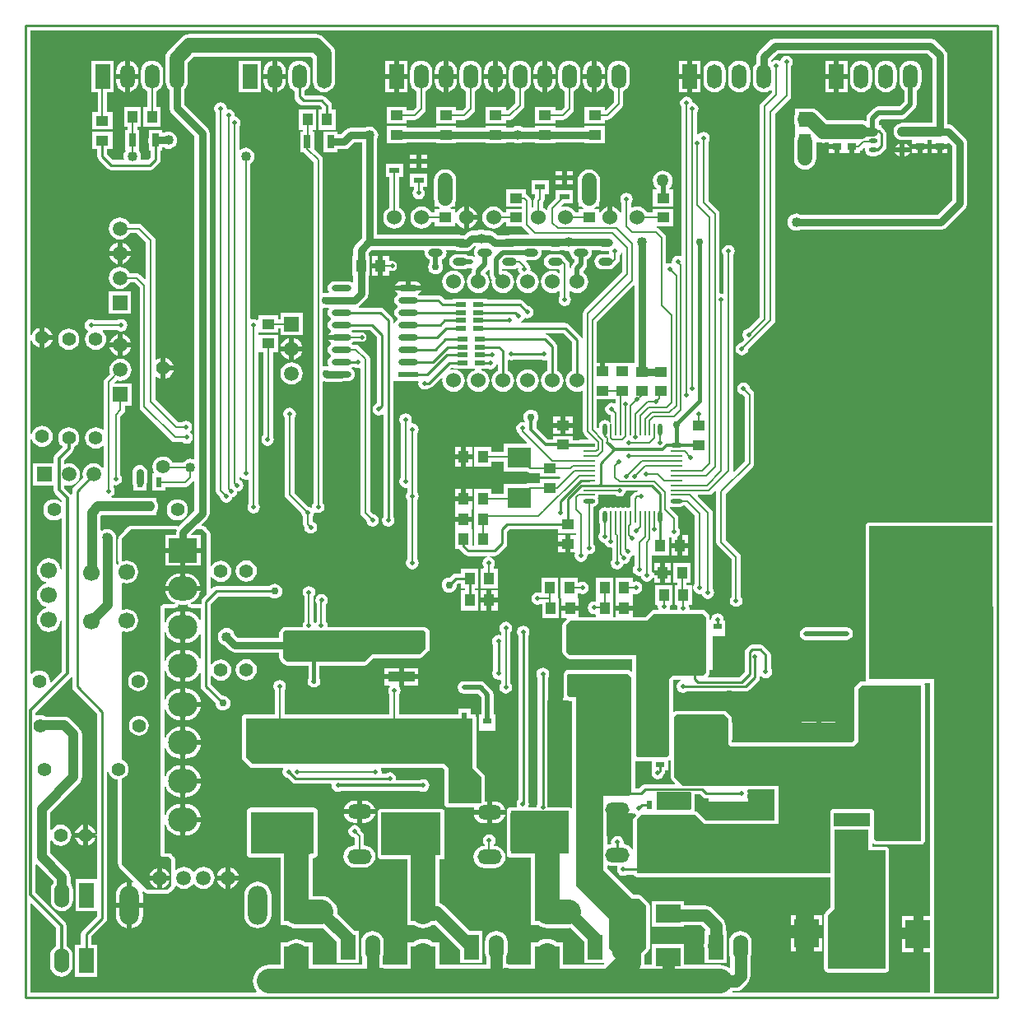
<source format=gtl>
%FSLAX25Y25*%
%MOIN*%
G70*
G01*
G75*
G04 Layer_Physical_Order=1*
G04 Layer_Color=255*
%ADD10R,0.10000X0.07500*%
%ADD11R,0.03937X0.05118*%
%ADD12R,0.02362X0.03937*%
%ADD13R,0.02559X0.05315*%
%ADD14R,0.03937X0.02362*%
%ADD15O,0.03543X0.01969*%
%ADD16R,0.03543X0.01969*%
%ADD17O,0.03543X0.01969*%
%ADD18R,0.05000X0.06000*%
%ADD19O,0.09843X0.05906*%
%ADD20R,0.08661X0.07087*%
%ADD21R,0.09843X0.15748*%
%ADD22O,0.05906X0.03150*%
%ADD23R,0.04000X0.01969*%
%ADD24R,0.08000X0.02400*%
%ADD25O,0.08000X0.02400*%
%ADD26R,0.09449X0.08268*%
%ADD27O,0.00984X0.04724*%
%ADD28O,0.04724X0.00984*%
%ADD29O,0.04724X0.01772*%
%ADD30O,0.01772X0.04724*%
%ADD31R,0.04724X0.01772*%
%ADD32R,0.14410X0.09843*%
%ADD33R,0.14410X0.07874*%
%ADD34R,0.01969X0.06299*%
%ADD35R,0.03543X0.02126*%
%ADD36R,0.05118X0.03937*%
%ADD37R,0.09843X0.14410*%
%ADD38R,0.07874X0.14410*%
%ADD39R,0.06299X0.01969*%
%ADD40R,0.02126X0.03543*%
%ADD41R,0.03347X0.02756*%
%ADD42R,0.10630X0.03937*%
%ADD43R,0.20866X0.11024*%
%ADD44R,0.03937X0.10630*%
%ADD45R,0.21654X0.05630*%
%ADD46C,0.00800*%
%ADD47C,0.10000*%
%ADD48C,0.05000*%
%ADD49C,0.01000*%
%ADD50C,0.03500*%
%ADD51C,0.06000*%
%ADD52C,0.02000*%
%ADD53C,0.03000*%
%ADD54C,0.01500*%
%ADD55C,0.01200*%
%ADD56C,0.04000*%
%ADD57C,0.08000*%
%ADD58R,0.10571X0.09351*%
%ADD59R,0.10871X0.13938*%
%ADD60R,0.06400X0.08900*%
%ADD61R,0.08600X0.43171*%
%ADD62R,0.10722X0.08773*%
%ADD63R,0.28371X0.07471*%
%ADD64R,0.07400X0.15300*%
%ADD65R,0.44271X0.07764*%
%ADD66R,0.12367X0.05271*%
%ADD67R,0.10200X0.04900*%
%ADD68R,0.04000X0.18600*%
%ADD69R,0.18900X0.05200*%
%ADD70R,0.07300X0.29900*%
%ADD71R,0.23600X0.17400*%
%ADD72R,0.25624X0.17093*%
%ADD73R,0.24100X0.17400*%
%ADD74R,0.50200X0.62200*%
%ADD75R,0.24300X1.56600*%
%ADD76O,0.06000X0.10000*%
%ADD77R,0.06000X0.10000*%
%ADD78C,0.05512*%
%ADD79C,0.06693*%
%ADD80C,0.06000*%
%ADD81O,0.05906X0.09843*%
%ADD82R,0.05906X0.09843*%
%ADD83O,0.07874X0.15748*%
%ADD84C,0.05906*%
%ADD85R,0.05906X0.05906*%
%ADD86R,0.05906X0.05906*%
%ADD87C,0.05500*%
%ADD88O,0.09843X0.11811*%
%ADD89R,0.09843X0.11811*%
%ADD90O,0.11811X0.09843*%
%ADD91R,0.11811X0.09843*%
%ADD92C,0.03000*%
%ADD93C,0.02000*%
%ADD94C,0.04000*%
%ADD95C,0.05000*%
G36*
X220671Y-312936D02*
X215800D01*
Y-316406D01*
Y-319873D01*
X220671D01*
Y-321971D01*
X192933D01*
X189781Y-318819D01*
X189285Y-318487D01*
X188700Y-318371D01*
X188419D01*
X188183Y-317930D01*
X188213Y-317885D01*
X188329Y-317300D01*
Y-311339D01*
X190355D01*
X191558Y-312542D01*
X191558Y-312542D01*
X191955Y-312807D01*
X192220Y-312984D01*
X193000Y-313139D01*
X193985D01*
Y-315405D01*
X200801D01*
Y-316404D01*
X201800D01*
Y-319873D01*
X207615D01*
Y-319873D01*
X207615D01*
X207615Y-319873D01*
X207985D01*
Y-319873D01*
X213800D01*
Y-316406D01*
Y-312936D01*
X209710D01*
X209474Y-312495D01*
X209755Y-312075D01*
X209949Y-311100D01*
X209755Y-310124D01*
X209652Y-309970D01*
X209888Y-309529D01*
X220671D01*
Y-312936D01*
D02*
G37*
G36*
X308984Y-201271D02*
X259000D01*
X258415Y-201387D01*
X257919Y-201719D01*
X257587Y-202215D01*
X257471Y-202800D01*
Y-265000D01*
X257547Y-265384D01*
X257230Y-265771D01*
X256100D01*
X255515Y-265887D01*
X255019Y-266219D01*
X253419Y-267819D01*
X253087Y-268315D01*
X252971Y-268900D01*
Y-289467D01*
X251967Y-290471D01*
X203433D01*
X203429Y-290466D01*
Y-289373D01*
X208400D01*
Y-285906D01*
Y-282436D01*
X203429D01*
Y-280900D01*
X203313Y-280315D01*
X202981Y-279819D01*
X201281Y-278119D01*
X200785Y-277787D01*
X200200Y-277671D01*
X181100D01*
X180612Y-277768D01*
X180515Y-277787D01*
X180070Y-278084D01*
X179629Y-277848D01*
Y-265233D01*
X179934Y-264929D01*
X182566D01*
X182615Y-265427D01*
X182525Y-265445D01*
X181698Y-265998D01*
X181145Y-266825D01*
X180951Y-267800D01*
X181145Y-268776D01*
X181698Y-269602D01*
X182525Y-270155D01*
X183500Y-270349D01*
X184476Y-270155D01*
X184948Y-269839D01*
X209000D01*
X209780Y-269684D01*
X210442Y-269242D01*
X214042Y-265642D01*
X214484Y-264980D01*
X214639Y-264200D01*
X214639Y-264200D01*
X214639Y-264200D01*
Y-264200D01*
Y-263578D01*
X215118Y-263433D01*
X215298Y-263702D01*
X216125Y-264255D01*
X217100Y-264449D01*
X218075Y-264255D01*
X218902Y-263702D01*
X219455Y-262876D01*
X219649Y-261900D01*
X219455Y-260925D01*
X219139Y-260452D01*
Y-255100D01*
X218984Y-254320D01*
X218542Y-253658D01*
X216242Y-251358D01*
X215580Y-250916D01*
X214800Y-250761D01*
X211600D01*
X210820Y-250916D01*
X210158Y-251358D01*
X209158Y-252358D01*
X208716Y-253020D01*
X208561Y-253800D01*
Y-261855D01*
X206355Y-264061D01*
X193855D01*
X193664Y-263599D01*
X193881Y-263381D01*
X194213Y-262885D01*
X194329Y-262300D01*
Y-261125D01*
X196460D01*
Y-258561D01*
X197459D01*
Y-257562D01*
X200731D01*
Y-256125D01*
Y-254562D01*
X197459D01*
Y-252562D01*
X200731D01*
Y-251125D01*
Y-249562D01*
X197459D01*
Y-247562D01*
X200731D01*
Y-246125D01*
Y-240999D01*
X200364D01*
X200046Y-240613D01*
X200049Y-240600D01*
X199855Y-239625D01*
X199302Y-238798D01*
X198476Y-238245D01*
X197500Y-238051D01*
X196525Y-238245D01*
X195698Y-238798D01*
X195145Y-239625D01*
X194951Y-240600D01*
X194954Y-240613D01*
X194800Y-240800D01*
X194329Y-240631D01*
Y-239600D01*
X194213Y-239015D01*
X193881Y-238519D01*
X192581Y-237219D01*
X192085Y-236887D01*
X191500Y-236771D01*
X186459D01*
X186141Y-236384D01*
X186223Y-235974D01*
X186029Y-234999D01*
X186103Y-234859D01*
X187143D01*
Y-226741D01*
X185111D01*
Y-225859D01*
X186643D01*
Y-217741D01*
X179706D01*
Y-225859D01*
X181237D01*
Y-226741D01*
X180206D01*
Y-234859D01*
X180953D01*
X181270Y-235246D01*
X181125Y-235974D01*
X181207Y-236384D01*
X180889Y-236771D01*
X178466D01*
X178255Y-236375D01*
X178449Y-235400D01*
X178418Y-235246D01*
X178735Y-234859D01*
X179269D01*
Y-226741D01*
X172332D01*
Y-234859D01*
X173064D01*
X173382Y-235246D01*
X173351Y-235400D01*
X173545Y-236375D01*
X173334Y-236771D01*
X171900D01*
X171315Y-236887D01*
X170819Y-237219D01*
X168367Y-239671D01*
X163169D01*
Y-236974D01*
X156231D01*
Y-239671D01*
X155295D01*
Y-231959D01*
Y-223841D01*
X148357D01*
Y-231959D01*
Y-233127D01*
X147971Y-233445D01*
X147500Y-233351D01*
X146525Y-233545D01*
X145698Y-234098D01*
X145145Y-234925D01*
X144951Y-235900D01*
X145145Y-236876D01*
X145698Y-237702D01*
X146525Y-238255D01*
X147500Y-238449D01*
X147971Y-238355D01*
X148357Y-238672D01*
Y-239671D01*
X141269D01*
Y-236974D01*
X134332D01*
Y-240033D01*
X136451D01*
X136642Y-240495D01*
X135119Y-242019D01*
X134787Y-242515D01*
X134671Y-243100D01*
Y-253700D01*
X134787Y-254285D01*
X135119Y-254781D01*
X136519Y-256181D01*
X137015Y-256513D01*
X137600Y-256629D01*
X162971D01*
Y-261654D01*
X162509Y-261846D01*
X162181Y-261519D01*
X161685Y-261187D01*
X161100Y-261071D01*
X137200D01*
X136615Y-261187D01*
X136119Y-261519D01*
X135619Y-262019D01*
X135287Y-262515D01*
X135171Y-263100D01*
Y-271300D01*
X135287Y-271885D01*
X135326Y-271944D01*
X135091Y-272385D01*
X133605D01*
Y-278200D01*
X136073D01*
Y-273481D01*
X136514Y-273245D01*
X136915Y-273513D01*
X137500Y-273629D01*
X138671D01*
Y-316935D01*
X138625D01*
Y-316935D01*
X138207D01*
X137985Y-316787D01*
X137400Y-316671D01*
X129343D01*
X129155Y-315724D01*
X128839Y-315252D01*
Y-312700D01*
Y-306100D01*
X128839Y-306100D01*
X128839Y-306100D01*
Y-306100D01*
Y-286015D01*
X129136D01*
Y-286015D01*
X129536Y-286015D01*
Y-291700D01*
X136473D01*
Y-285885D01*
X136073D01*
Y-280200D01*
X132604D01*
Y-279201D01*
X131605D01*
Y-272385D01*
X129136D01*
D01*
X129136D01*
X128839Y-272088D01*
Y-264148D01*
X129155Y-263675D01*
X129349Y-262700D01*
X129155Y-261724D01*
X128602Y-260898D01*
X127776Y-260345D01*
X126800Y-260151D01*
X125824Y-260345D01*
X124998Y-260898D01*
X124445Y-261724D01*
X124251Y-262700D01*
X124445Y-263675D01*
X124761Y-264148D01*
Y-306100D01*
X124761Y-306100D01*
X124761D01*
Y-311300D01*
Y-312700D01*
Y-315000D01*
Y-315252D01*
X124445Y-315724D01*
X124257Y-316671D01*
X121266D01*
X121055Y-316275D01*
X121249Y-315300D01*
X121055Y-314324D01*
X120939Y-314151D01*
Y-300500D01*
Y-255000D01*
Y-247148D01*
X121255Y-246675D01*
X121449Y-245700D01*
X121255Y-244724D01*
X120702Y-243898D01*
X119876Y-243345D01*
X118900Y-243151D01*
X117924Y-243345D01*
X117098Y-243898D01*
X116545Y-244724D01*
X116351Y-245700D01*
X116545Y-246675D01*
X116861Y-247148D01*
Y-253200D01*
Y-255000D01*
Y-300500D01*
Y-308900D01*
Y-313553D01*
X116345Y-314324D01*
X116151Y-315300D01*
X116345Y-316275D01*
X116134Y-316671D01*
X113800D01*
X113215Y-316787D01*
X112719Y-317119D01*
X112446Y-317526D01*
X112199D01*
Y-336274D01*
X112446D01*
X112719Y-336681D01*
X113215Y-337013D01*
X113800Y-337129D01*
X121966D01*
Y-359100D01*
X121997Y-359419D01*
Y-364350D01*
X124648D01*
X124869Y-364531D01*
X125998Y-365134D01*
X127223Y-365506D01*
X128497Y-365631D01*
X137309D01*
X138061Y-365557D01*
X143600Y-371096D01*
Y-379850D01*
X151660D01*
X151785Y-380153D01*
X151507Y-380569D01*
X135029D01*
Y-376600D01*
X134997Y-376281D01*
Y-371350D01*
X132346D01*
X132126Y-371169D01*
X130997Y-370566D01*
X129771Y-370194D01*
X128497Y-370069D01*
X127223Y-370194D01*
X125998Y-370566D01*
X124869Y-371169D01*
X124648Y-371350D01*
X121997D01*
Y-376281D01*
X121966Y-376600D01*
Y-380569D01*
X114179D01*
X113274Y-380294D01*
X112000Y-380169D01*
X111985Y-380154D01*
Y-377369D01*
X112334Y-376525D01*
X112489Y-375350D01*
Y-371350D01*
X112334Y-370175D01*
X111881Y-369081D01*
X111159Y-368141D01*
X110219Y-367419D01*
X109125Y-366966D01*
X107950Y-366811D01*
X106775Y-366966D01*
X105681Y-367419D01*
X104741Y-368141D01*
X104019Y-369081D01*
X103566Y-370175D01*
X103411Y-371350D01*
Y-375350D01*
X103566Y-376525D01*
X103916Y-377369D01*
Y-380569D01*
X84880D01*
Y-376600D01*
X84849Y-376281D01*
Y-371350D01*
X82197D01*
X81977Y-371169D01*
X80848Y-370566D01*
X79623Y-370194D01*
X78349Y-370069D01*
X77074Y-370194D01*
X75849Y-370566D01*
X74720Y-371169D01*
X74500Y-371350D01*
X71849D01*
Y-376281D01*
X71817Y-376600D01*
Y-380569D01*
X62820D01*
X62574Y-380494D01*
X61835Y-380421D01*
Y-377369D01*
X62184Y-376525D01*
X62339Y-375350D01*
Y-371350D01*
X62184Y-370175D01*
X61731Y-369081D01*
X61010Y-368141D01*
X60069Y-367419D01*
X58975Y-366966D01*
X57800Y-366811D01*
X56625Y-366966D01*
X55531Y-367419D01*
X54591Y-368141D01*
X53869Y-369081D01*
X53416Y-370175D01*
X53261Y-371350D01*
Y-375350D01*
X53416Y-376525D01*
X53765Y-377369D01*
Y-380569D01*
X33531D01*
Y-376700D01*
X33500Y-376381D01*
Y-371450D01*
X30849D01*
X30629Y-371269D01*
X29500Y-370666D01*
X28274Y-370294D01*
X27000Y-370169D01*
X25726Y-370294D01*
X24500Y-370666D01*
X23371Y-371269D01*
X23151Y-371450D01*
X20500D01*
Y-376381D01*
X20469Y-376700D01*
Y-380569D01*
X15900D01*
X14626Y-380694D01*
X13400Y-381066D01*
X12271Y-381669D01*
X11282Y-382482D01*
X10469Y-383471D01*
X9866Y-384600D01*
X9494Y-385826D01*
X9369Y-387100D01*
X9494Y-388374D01*
X9866Y-389599D01*
X10469Y-390729D01*
X10864Y-391210D01*
X10650Y-391662D01*
X-80638D01*
Y-355843D01*
X-80176Y-355652D01*
X-70341Y-365487D01*
Y-372816D01*
X-70469Y-372869D01*
X-71409Y-373591D01*
X-72131Y-374531D01*
X-72584Y-375625D01*
X-72739Y-376800D01*
Y-380800D01*
X-72584Y-381975D01*
X-72131Y-383069D01*
X-71409Y-384009D01*
X-70469Y-384731D01*
X-69375Y-385184D01*
X-68200Y-385339D01*
X-67025Y-385184D01*
X-65931Y-384731D01*
X-64991Y-384009D01*
X-64269Y-383069D01*
X-63816Y-381975D01*
X-63661Y-380800D01*
Y-376800D01*
X-63816Y-375625D01*
X-64269Y-374531D01*
X-64991Y-373591D01*
X-65931Y-372869D01*
X-66059Y-372816D01*
Y-364600D01*
X-66222Y-363781D01*
X-66686Y-363086D01*
X-78008Y-351764D01*
X-78008Y-351764D01*
X-78559Y-351213D01*
Y-340087D01*
X-78097Y-339896D01*
X-71530Y-346462D01*
Y-347509D01*
X-71931Y-348031D01*
X-72384Y-349125D01*
X-72539Y-350300D01*
Y-354300D01*
X-72384Y-355475D01*
X-71931Y-356569D01*
X-71210Y-357509D01*
X-70269Y-358231D01*
X-69175Y-358684D01*
X-68000Y-358839D01*
X-66825Y-358684D01*
X-65731Y-358231D01*
X-64791Y-357509D01*
X-64069Y-356569D01*
X-63616Y-355475D01*
X-63461Y-354300D01*
Y-350300D01*
X-63616Y-349125D01*
X-64069Y-348031D01*
X-64470Y-347509D01*
Y-345000D01*
X-64590Y-344086D01*
X-64943Y-343235D01*
X-65504Y-342504D01*
X-72670Y-335338D01*
Y-330333D01*
X-72565Y-330289D01*
X-72196Y-330164D01*
X-71531Y-331031D01*
X-70643Y-331712D01*
X-69609Y-332141D01*
X-68500Y-332287D01*
X-67391Y-332141D01*
X-66357Y-331712D01*
X-65469Y-331031D01*
X-64788Y-330143D01*
X-64359Y-329110D01*
X-64213Y-328000D01*
X-64359Y-326890D01*
X-64788Y-325857D01*
X-65469Y-324969D01*
X-66357Y-324288D01*
X-67391Y-323859D01*
X-68500Y-323713D01*
X-69609Y-323859D01*
X-70643Y-324288D01*
X-71531Y-324969D01*
X-72196Y-325836D01*
X-72565Y-325711D01*
X-72670Y-325667D01*
Y-318762D01*
X-60904Y-306996D01*
X-60343Y-306265D01*
X-59990Y-305414D01*
X-59870Y-304500D01*
X-59870Y-304500D01*
X-59870Y-304500D01*
Y-304500D01*
Y-287100D01*
X-59990Y-286186D01*
X-60343Y-285335D01*
X-60904Y-284604D01*
X-64504Y-281004D01*
X-65235Y-280443D01*
X-66086Y-280090D01*
X-67000Y-279970D01*
X-74540D01*
X-74654Y-279883D01*
X-75689Y-279454D01*
X-76800Y-279307D01*
X-77911Y-279454D01*
X-78143Y-279550D01*
X-78559Y-279272D01*
Y-278287D01*
X-64301Y-264029D01*
X-63839Y-264220D01*
Y-267900D01*
X-63839Y-267900D01*
X-63839D01*
X-63684Y-268680D01*
X-63242Y-269342D01*
X-53739Y-278845D01*
Y-327779D01*
X-54238Y-327812D01*
X-54213Y-328000D01*
X-54238Y-328188D01*
X-53739Y-328221D01*
Y-345800D01*
X-62500D01*
Y-358800D01*
X-53739D01*
Y-360855D01*
X-59642Y-366758D01*
X-60084Y-367420D01*
X-60239Y-368200D01*
Y-372300D01*
X-62700D01*
Y-385300D01*
X-53700D01*
Y-372300D01*
X-56161D01*
Y-369045D01*
X-50258Y-363142D01*
X-49816Y-362480D01*
X-49661Y-361700D01*
Y-302326D01*
X-49162Y-302293D01*
X-49146Y-302411D01*
X-48717Y-303446D01*
X-48035Y-304335D01*
X-47146Y-305017D01*
X-46111Y-305446D01*
X-45229Y-305562D01*
D01*
Y-339649D01*
X-45200Y-339797D01*
X-45200Y-339948D01*
X-45172Y-340087D01*
X-45115Y-340226D01*
X-45113Y-340235D01*
X-45108Y-340242D01*
X-45059Y-340360D01*
X-45008Y-340483D01*
X-45006Y-340492D01*
X-45002Y-340499D01*
X-44944Y-340638D01*
X-44944Y-340638D01*
D01*
D01*
X-44865Y-340756D01*
X-44759Y-340863D01*
X-44675Y-340988D01*
X-39031Y-346632D01*
X-39252Y-347081D01*
X-39605Y-347034D01*
Y-355324D01*
X-35121D01*
Y-352387D01*
X-35272Y-351234D01*
X-34850Y-350812D01*
X-34850Y-350812D01*
Y-350812D01*
X-34850Y-350812D01*
X-34588Y-351075D01*
X-34463Y-351159D01*
X-34356Y-351265D01*
X-34238Y-351344D01*
X-34238Y-351344D01*
D01*
X-34099Y-351402D01*
X-34092Y-351407D01*
X-34083Y-351408D01*
X-34077Y-351411D01*
X-33842Y-351508D01*
X-33835Y-351513D01*
X-33826Y-351515D01*
X-33687Y-351572D01*
X-33687D01*
X-33548Y-351600D01*
X-33397D01*
X-33249Y-351629D01*
X-25451D01*
X-25303Y-351600D01*
X-25152D01*
X-25013Y-351572D01*
X-24874Y-351515D01*
X-24865Y-351513D01*
X-24858Y-351508D01*
X-24617Y-351408D01*
X-24608Y-351407D01*
X-24601Y-351402D01*
X-24462Y-351344D01*
X-24344Y-351265D01*
X-24237Y-351159D01*
X-24112Y-351075D01*
X-24019Y-350981D01*
X-22625Y-349588D01*
X-22541Y-349463D01*
X-22435Y-349356D01*
X-22328Y-349197D01*
X-22271Y-349058D01*
X-22187Y-348932D01*
X-22158Y-348785D01*
X-22115Y-348682D01*
X-21632Y-348553D01*
X-20803Y-349189D01*
X-19720Y-349638D01*
X-18557Y-349791D01*
X-17395Y-349638D01*
X-16312Y-349189D01*
X-15382Y-348476D01*
X-14871Y-347809D01*
X-14370D01*
X-13859Y-348476D01*
X-12929Y-349189D01*
X-11846Y-349638D01*
X-10684Y-349791D01*
X-9521Y-349638D01*
X-8438Y-349189D01*
X-7508Y-348476D01*
X-6794Y-347546D01*
X-6345Y-346462D01*
X-6192Y-345300D01*
X-6345Y-344138D01*
X-6794Y-343054D01*
X-7508Y-342124D01*
X-8438Y-341410D01*
X-9521Y-340962D01*
X-10684Y-340809D01*
X-11846Y-340962D01*
X-12929Y-341410D01*
X-13859Y-342124D01*
X-14370Y-342791D01*
X-14871D01*
X-15382Y-342124D01*
X-16312Y-341410D01*
X-17395Y-340962D01*
X-18557Y-340809D01*
X-19720Y-340962D01*
X-20803Y-341410D01*
X-21622Y-342039D01*
X-22071Y-341818D01*
Y-340400D01*
Y-338051D01*
X-22100Y-337903D01*
Y-337752D01*
X-22128Y-337613D01*
X-22185Y-337474D01*
X-22187Y-337465D01*
X-22192Y-337458D01*
X-22292Y-337217D01*
X-22294Y-337208D01*
X-22298Y-337201D01*
X-22356Y-337062D01*
X-22435Y-336944D01*
X-22541Y-336837D01*
X-22625Y-336712D01*
X-23219Y-336119D01*
X-23219Y-336119D01*
X-23512Y-335825D01*
X-23637Y-335741D01*
X-23744Y-335635D01*
X-23862Y-335556D01*
X-23862Y-335556D01*
D01*
X-24001Y-335498D01*
X-24008Y-335493D01*
X-24017Y-335492D01*
X-24023Y-335489D01*
X-24258Y-335392D01*
X-24265Y-335387D01*
X-24274Y-335385D01*
X-24413Y-335328D01*
X-24413D01*
X-24552Y-335300D01*
X-24703D01*
X-24851Y-335271D01*
X-26471D01*
Y-323837D01*
X-25976Y-323763D01*
X-25843Y-324202D01*
X-25247Y-325317D01*
X-24444Y-326295D01*
X-23467Y-327098D01*
X-22351Y-327694D01*
X-21141Y-328061D01*
X-19898Y-328183D01*
Y-321734D01*
Y-315282D01*
X-21141Y-315404D01*
X-22351Y-315772D01*
X-23467Y-316368D01*
X-24444Y-317170D01*
X-25247Y-318148D01*
X-25843Y-319263D01*
X-25976Y-319702D01*
X-26471Y-319628D01*
Y-308246D01*
X-25976Y-308173D01*
X-25843Y-308611D01*
X-25247Y-309727D01*
X-24444Y-310704D01*
X-23467Y-311507D01*
X-22351Y-312103D01*
X-21141Y-312470D01*
X-19898Y-312593D01*
Y-306143D01*
Y-299691D01*
X-21141Y-299814D01*
X-22351Y-300181D01*
X-23467Y-300777D01*
X-24444Y-301579D01*
X-25247Y-302557D01*
X-25843Y-303673D01*
X-25976Y-304111D01*
X-26471Y-304038D01*
Y-292656D01*
X-25976Y-292582D01*
X-25843Y-293021D01*
X-25247Y-294136D01*
X-24444Y-295114D01*
X-23467Y-295916D01*
X-22351Y-296513D01*
X-21141Y-296880D01*
X-19898Y-297002D01*
Y-290552D01*
Y-284101D01*
X-21141Y-284223D01*
X-22351Y-284590D01*
X-23467Y-285187D01*
X-24444Y-285989D01*
X-25247Y-286967D01*
X-25843Y-288082D01*
X-25976Y-288521D01*
X-26471Y-288447D01*
Y-277065D01*
X-25976Y-276992D01*
X-25843Y-277430D01*
X-25247Y-278546D01*
X-24444Y-279523D01*
X-23467Y-280326D01*
X-22351Y-280922D01*
X-21141Y-281289D01*
X-19898Y-281412D01*
Y-274962D01*
Y-268510D01*
X-21141Y-268633D01*
X-22351Y-269000D01*
X-23467Y-269596D01*
X-24444Y-270398D01*
X-25247Y-271376D01*
X-25843Y-272492D01*
X-25976Y-272930D01*
X-26471Y-272856D01*
Y-261474D01*
X-25976Y-261401D01*
X-25843Y-261839D01*
X-25247Y-262955D01*
X-24444Y-263933D01*
X-23467Y-264735D01*
X-22351Y-265331D01*
X-21141Y-265699D01*
X-19898Y-265821D01*
Y-259371D01*
Y-252920D01*
X-21141Y-253042D01*
X-22351Y-253409D01*
X-23467Y-254005D01*
X-24444Y-254808D01*
X-25247Y-255785D01*
X-25843Y-256901D01*
X-25976Y-257339D01*
X-26471Y-257266D01*
Y-245884D01*
X-25976Y-245811D01*
X-25843Y-246249D01*
X-25247Y-247364D01*
X-24444Y-248342D01*
X-23467Y-249145D01*
X-22351Y-249741D01*
X-21141Y-250108D01*
X-19898Y-250230D01*
Y-243781D01*
Y-237329D01*
X-21141Y-237451D01*
X-22351Y-237818D01*
X-23467Y-238415D01*
X-24444Y-239217D01*
X-25247Y-240195D01*
X-25843Y-241310D01*
X-25976Y-241749D01*
X-26471Y-241675D01*
Y-238600D01*
Y-235929D01*
X-22198D01*
X-22014Y-235893D01*
X-21826Y-235884D01*
X-21724Y-235835D01*
X-21613Y-235813D01*
X-21457Y-235709D01*
X-21287Y-235628D01*
X-21211Y-235544D01*
X-21116Y-235481D01*
X-21012Y-235325D01*
X-20886Y-235186D01*
X-20848Y-235080D01*
X-20785Y-234985D01*
X-20748Y-234801D01*
X-20685Y-234624D01*
X-20676Y-234563D01*
X-19882Y-234641D01*
X-17913D01*
X-17119Y-234563D01*
X-17110Y-234624D01*
X-17047Y-234801D01*
X-17010Y-234985D01*
X-16947Y-235080D01*
X-16909Y-235186D01*
X-16783Y-235325D01*
X-16679Y-235481D01*
X-16585Y-235544D01*
X-16508Y-235628D01*
X-16339Y-235709D01*
X-16183Y-235813D01*
X-16071Y-235835D01*
X-15969Y-235884D01*
X-15781Y-235893D01*
X-15597Y-235929D01*
X-11739D01*
Y-240680D01*
X-12224Y-240802D01*
X-12549Y-240195D01*
X-13351Y-239217D01*
X-14329Y-238415D01*
X-15444Y-237818D01*
X-16655Y-237451D01*
X-17898Y-237329D01*
Y-243781D01*
Y-250230D01*
X-16655Y-250108D01*
X-15444Y-249741D01*
X-14329Y-249145D01*
X-13351Y-248342D01*
X-12549Y-247364D01*
X-12224Y-246758D01*
X-11739Y-246879D01*
Y-256271D01*
X-12224Y-256392D01*
X-12549Y-255785D01*
X-13351Y-254808D01*
X-14329Y-254005D01*
X-15444Y-253409D01*
X-16655Y-253042D01*
X-17898Y-252920D01*
Y-259371D01*
Y-265821D01*
X-16655Y-265699D01*
X-15444Y-265331D01*
X-14329Y-264735D01*
X-13351Y-263933D01*
X-12549Y-262955D01*
X-12224Y-262348D01*
X-11739Y-262470D01*
Y-267600D01*
X-11739Y-267600D01*
X-11739D01*
X-11584Y-268380D01*
X-11142Y-269042D01*
X-5809Y-274375D01*
X-5826Y-274500D01*
X-5723Y-275283D01*
X-5421Y-276013D01*
X-4940Y-276640D01*
X-4313Y-277120D01*
X-3583Y-277423D01*
X-2800Y-277526D01*
X-2017Y-277423D01*
X-1287Y-277120D01*
X-660Y-276640D01*
X-180Y-276013D01*
X123Y-275283D01*
X226Y-274500D01*
X123Y-273717D01*
X-180Y-272987D01*
X-660Y-272360D01*
X-1287Y-271880D01*
X-2017Y-271577D01*
X-2800Y-271474D01*
X-2926Y-271491D01*
X-7661Y-266755D01*
Y-263577D01*
X-7187Y-263416D01*
X-6635Y-264135D01*
X-5746Y-264818D01*
X-4711Y-265246D01*
X-3600Y-265393D01*
X-2489Y-265246D01*
X-1454Y-264818D01*
X-565Y-264135D01*
X117Y-263246D01*
X546Y-262211D01*
X693Y-261100D01*
X546Y-259989D01*
X117Y-258954D01*
X-565Y-258065D01*
X-1454Y-257382D01*
X-2489Y-256954D01*
X-3600Y-256807D01*
X-4711Y-256954D01*
X-5746Y-257382D01*
X-6635Y-258065D01*
X-7187Y-258784D01*
X-7661Y-258623D01*
Y-234245D01*
X-4655Y-231239D01*
X15983D01*
X16060Y-231340D01*
X16687Y-231821D01*
X17417Y-232123D01*
X18200Y-232226D01*
X18983Y-232123D01*
X19713Y-231821D01*
X20340Y-231340D01*
X20820Y-230713D01*
X21123Y-229983D01*
X21226Y-229200D01*
X21123Y-228417D01*
X20820Y-227687D01*
X20340Y-227060D01*
X19713Y-226579D01*
X18983Y-226277D01*
X18200Y-226174D01*
X17417Y-226277D01*
X16687Y-226579D01*
X16060Y-227060D01*
X15983Y-227161D01*
X-5500D01*
X-6280Y-227316D01*
X-6942Y-227758D01*
X-7309Y-228125D01*
X-7771Y-227934D01*
Y-223434D01*
X-7297Y-223273D01*
X-7297D01*
X-6635Y-224135D01*
X-5746Y-224817D01*
X-4711Y-225246D01*
X-3600Y-225393D01*
X-2489Y-225246D01*
X-1454Y-224817D01*
X-565Y-224135D01*
X117Y-223246D01*
X546Y-222211D01*
X693Y-221100D01*
X546Y-219989D01*
X117Y-218954D01*
X-565Y-218065D01*
X-1454Y-217383D01*
X-2489Y-216954D01*
X-3600Y-216807D01*
X-4711Y-216954D01*
X-5746Y-217383D01*
X-6635Y-218065D01*
X-7297Y-218927D01*
X-7771Y-218766D01*
Y-206051D01*
X-7800Y-205903D01*
Y-205752D01*
X-7828Y-205613D01*
X-7885Y-205474D01*
X-7887Y-205465D01*
X-7892Y-205458D01*
X-7992Y-205217D01*
X-7993Y-205208D01*
X-7998Y-205201D01*
X-8056Y-205062D01*
X-8135Y-204944D01*
X-8241Y-204837D01*
X-8325Y-204712D01*
X-9368Y-203669D01*
X-9823Y-203214D01*
X-9948Y-203130D01*
X-10055Y-203024D01*
X-10173Y-202945D01*
X-10312Y-202887D01*
X-10319Y-202883D01*
X-10328Y-202881D01*
X-10401Y-202851D01*
X-10569Y-202781D01*
X-10576Y-202776D01*
X-10585Y-202774D01*
X-10724Y-202717D01*
X-10863Y-202689D01*
X-11014D01*
X-11162Y-202660D01*
X-11227D01*
X-11418Y-202198D01*
X-9060Y-199840D01*
X-8580Y-199213D01*
X-8580Y-199213D01*
X-8580Y-199213D01*
X-8277Y-198483D01*
X-8265Y-198392D01*
X-8174Y-197700D01*
X-8174Y-197700D01*
Y-86600D01*
X-8174Y-86600D01*
X-8174Y-86600D01*
Y-86600D01*
Y-43700D01*
X-8277Y-42917D01*
X-8491Y-42401D01*
X-8580Y-42187D01*
X-9060Y-41560D01*
X-18474Y-32147D01*
Y-25959D01*
X-18324Y-25844D01*
X-17610Y-24914D01*
X-17162Y-23831D01*
X-17009Y-22669D01*
Y-21062D01*
X-16961Y-20700D01*
Y-15180D01*
X-14420Y-12639D01*
X33020D01*
X33661Y-13280D01*
Y-20700D01*
X33709Y-21062D01*
Y-22669D01*
X33862Y-23831D01*
X34310Y-24914D01*
X35024Y-25844D01*
X35954Y-26558D01*
X37038Y-27007D01*
X38200Y-27160D01*
X39362Y-27007D01*
X40446Y-26558D01*
X41376Y-25844D01*
X42090Y-24914D01*
X42538Y-23831D01*
X42691Y-22669D01*
Y-21062D01*
X42739Y-20700D01*
Y-11400D01*
X42584Y-10225D01*
X42131Y-9131D01*
X41409Y-8191D01*
X41409Y-8190D01*
X38109Y-4891D01*
X37169Y-4169D01*
X36716Y-3981D01*
X36075Y-3716D01*
X34900Y-3561D01*
X-16300D01*
X-17475Y-3716D01*
X-18569Y-4169D01*
X-19509Y-4891D01*
X-24709Y-10091D01*
X-25431Y-11031D01*
X-25619Y-11484D01*
X-25884Y-12125D01*
X-26039Y-13300D01*
Y-20700D01*
X-25991Y-21062D01*
Y-22669D01*
X-25838Y-23831D01*
X-25390Y-24914D01*
X-24676Y-25844D01*
X-24526Y-25959D01*
Y-33400D01*
X-24423Y-34183D01*
X-24209Y-34699D01*
X-24121Y-34913D01*
X-23640Y-35540D01*
X-14226Y-44953D01*
Y-86600D01*
X-14226Y-86600D01*
X-14226D01*
Y-175596D01*
X-14642Y-175874D01*
X-15086Y-175690D01*
X-16000Y-175570D01*
X-16914Y-175690D01*
X-17765Y-176043D01*
X-18496Y-176604D01*
X-18925Y-177163D01*
X-23113D01*
X-23282Y-176754D01*
X-23965Y-175865D01*
X-24854Y-175182D01*
X-25889Y-174754D01*
X-27000Y-174607D01*
X-28111Y-174754D01*
X-29146Y-175182D01*
X-30035Y-175865D01*
X-30718Y-176754D01*
X-31146Y-177789D01*
X-31293Y-178900D01*
X-31146Y-180011D01*
X-30718Y-181046D01*
X-30689Y-181083D01*
X-30911Y-181532D01*
X-31281D01*
Y-188469D01*
X-25919D01*
Y-186937D01*
X-17900D01*
X-17159Y-186790D01*
X-16530Y-186370D01*
X-14688Y-184528D01*
X-14226Y-184719D01*
Y-196447D01*
X-20807Y-203028D01*
X-20813Y-203024D01*
X-20920Y-202917D01*
X-21059Y-202860D01*
X-21184Y-202776D01*
X-21332Y-202747D01*
X-21471Y-202689D01*
X-21622D01*
X-21769Y-202660D01*
X-39938D01*
X-40086Y-202689D01*
X-40237D01*
X-40376Y-202717D01*
X-40376Y-202717D01*
X-40376D01*
X-40515Y-202774D01*
X-40524Y-202776D01*
X-40531Y-202781D01*
X-40557Y-202792D01*
X-40772Y-202881D01*
X-40781Y-202883D01*
X-40788Y-202887D01*
X-40927Y-202945D01*
X-40927Y-202945D01*
X-40927Y-202945D01*
X-41045Y-203024D01*
X-41152Y-203130D01*
X-41277Y-203214D01*
X-42781Y-204719D01*
X-42781Y-204719D01*
X-42781Y-204719D01*
X-44675Y-206612D01*
X-44759Y-206737D01*
X-44865Y-206844D01*
X-44944Y-206962D01*
X-45002Y-207101D01*
X-45006Y-207108D01*
X-45008Y-207117D01*
X-45039Y-207190D01*
X-45108Y-207358D01*
X-45113Y-207365D01*
X-45115Y-207374D01*
X-45172Y-207513D01*
X-45200Y-207652D01*
Y-207803D01*
X-45229Y-207951D01*
Y-208000D01*
Y-216857D01*
X-45200Y-217005D01*
Y-217156D01*
X-45142Y-217295D01*
X-45113Y-217443D01*
X-45029Y-217568D01*
X-44972Y-217707D01*
X-44978Y-217807D01*
X-45156Y-217944D01*
X-45496Y-218386D01*
X-45970Y-218226D01*
Y-207700D01*
X-46090Y-206786D01*
X-46443Y-205935D01*
X-47004Y-205204D01*
X-47117Y-205117D01*
X-47204Y-205004D01*
X-47935Y-204443D01*
X-48786Y-204090D01*
X-49700Y-203970D01*
X-50614Y-204090D01*
X-51465Y-204443D01*
X-51821Y-204716D01*
X-52270Y-204495D01*
Y-198862D01*
X-51780Y-198373D01*
X-32537D01*
X-32068Y-198311D01*
X-29856D01*
Y-197098D01*
X-29480Y-196608D01*
X-29127Y-195756D01*
X-29007Y-194843D01*
X-29127Y-193929D01*
X-29480Y-193077D01*
X-29856Y-192587D01*
Y-191374D01*
X-32068D01*
X-32537Y-191312D01*
X-47842D01*
X-47987Y-190834D01*
X-47342Y-190402D01*
X-46789Y-189576D01*
X-46595Y-188600D01*
X-46789Y-187625D01*
X-47207Y-186999D01*
Y-186442D01*
X-46820Y-186125D01*
X-46195Y-186249D01*
X-45220Y-186055D01*
X-44393Y-185502D01*
X-43840Y-184676D01*
X-43646Y-183700D01*
X-43840Y-182724D01*
X-44258Y-182099D01*
Y-158398D01*
X-42930Y-157070D01*
X-42510Y-156441D01*
X-42363Y-155700D01*
Y-153953D01*
X-39847D01*
Y-145047D01*
X-46454D01*
X-46646Y-144585D01*
X-45771Y-143710D01*
X-45462Y-143838D01*
X-44300Y-143991D01*
X-43138Y-143838D01*
X-42054Y-143389D01*
X-41124Y-142676D01*
X-40411Y-141746D01*
X-39962Y-140662D01*
X-39809Y-139500D01*
X-39962Y-138338D01*
X-40411Y-137254D01*
X-41124Y-136324D01*
X-42054Y-135610D01*
X-43138Y-135162D01*
X-44300Y-135009D01*
X-45462Y-135162D01*
X-46546Y-135610D01*
X-47476Y-136324D01*
X-48189Y-137254D01*
X-48638Y-138338D01*
X-48791Y-139500D01*
X-48638Y-140662D01*
X-48510Y-140971D01*
X-50523Y-142983D01*
X-50942Y-143611D01*
X-51090Y-144353D01*
Y-153240D01*
X-51081Y-153283D01*
Y-163640D01*
X-51530Y-163861D01*
X-52154Y-163382D01*
X-53189Y-162954D01*
X-54300Y-162807D01*
X-55411Y-162954D01*
X-56446Y-163382D01*
X-57335Y-164065D01*
X-58017Y-164954D01*
X-58446Y-165989D01*
X-58593Y-167100D01*
X-58446Y-168211D01*
X-58017Y-169246D01*
X-57335Y-170135D01*
X-56446Y-170817D01*
X-55411Y-171246D01*
X-54300Y-171393D01*
X-53189Y-171246D01*
X-52154Y-170817D01*
X-51530Y-170339D01*
X-51081Y-170560D01*
Y-179045D01*
X-51555Y-179206D01*
X-51924Y-178724D01*
X-52854Y-178010D01*
X-53938Y-177562D01*
X-55100Y-177409D01*
X-56262Y-177562D01*
X-57346Y-178010D01*
X-58276Y-178724D01*
X-58990Y-179654D01*
X-59438Y-180738D01*
X-59591Y-181900D01*
X-59438Y-183062D01*
X-59353Y-183269D01*
X-63242Y-187158D01*
X-63684Y-187820D01*
X-63839Y-188600D01*
Y-189779D01*
X-64301Y-189971D01*
X-67012Y-187260D01*
Y-186378D01*
X-66596Y-186100D01*
X-66262Y-186238D01*
X-65100Y-186391D01*
X-63938Y-186238D01*
X-62854Y-185790D01*
X-61924Y-185076D01*
X-61211Y-184146D01*
X-60762Y-183062D01*
X-60609Y-181900D01*
X-60762Y-180738D01*
X-61211Y-179654D01*
X-61924Y-178724D01*
X-62854Y-178010D01*
X-63938Y-177562D01*
X-65100Y-177409D01*
X-66262Y-177562D01*
X-66596Y-177700D01*
X-67012Y-177422D01*
Y-176140D01*
X-63686Y-172814D01*
X-63222Y-172119D01*
X-63059Y-171300D01*
Y-170820D01*
X-63054Y-170817D01*
X-62165Y-170135D01*
X-61483Y-169246D01*
X-61054Y-168211D01*
X-60907Y-167100D01*
X-61054Y-165989D01*
X-61483Y-164954D01*
X-62165Y-164065D01*
X-63054Y-163382D01*
X-64089Y-162954D01*
X-65200Y-162807D01*
X-66311Y-162954D01*
X-67346Y-163382D01*
X-68235Y-164065D01*
X-68918Y-164954D01*
X-69346Y-165989D01*
X-69493Y-167100D01*
X-69346Y-168211D01*
X-68918Y-169246D01*
X-68235Y-170135D01*
X-67873Y-170413D01*
X-67840Y-170912D01*
X-70667Y-173739D01*
X-71131Y-174433D01*
X-71294Y-175253D01*
Y-177447D01*
X-79553D01*
Y-186353D01*
X-71294D01*
Y-188147D01*
X-71131Y-188967D01*
X-71131Y-188967D01*
X-71131Y-188967D01*
X-70667Y-189661D01*
X-67990Y-192338D01*
X-68071Y-192832D01*
X-68390Y-192989D01*
X-69049Y-192482D01*
X-70084Y-192054D01*
X-71195Y-191907D01*
X-72306Y-192054D01*
X-73342Y-192482D01*
X-74231Y-193165D01*
X-74913Y-194054D01*
X-75342Y-195089D01*
X-75488Y-196200D01*
X-75342Y-197311D01*
X-74913Y-198346D01*
X-74231Y-199235D01*
X-73342Y-199917D01*
X-72306Y-200346D01*
X-71195Y-200493D01*
X-70084Y-200346D01*
X-69049Y-199917D01*
X-68390Y-199411D01*
X-67941Y-199633D01*
Y-220452D01*
X-68440Y-220485D01*
X-68578Y-219435D01*
X-69067Y-218256D01*
X-69844Y-217244D01*
X-70856Y-216467D01*
X-72035Y-215978D01*
X-73300Y-215812D01*
X-74565Y-215978D01*
X-75744Y-216467D01*
X-76757Y-217244D01*
X-77533Y-218256D01*
X-78022Y-219435D01*
X-78188Y-220700D01*
X-78022Y-221965D01*
X-77533Y-223144D01*
X-76757Y-224156D01*
X-75744Y-224933D01*
X-74565Y-225422D01*
X-74350Y-225450D01*
Y-225950D01*
X-74565Y-225978D01*
X-75744Y-226467D01*
X-76757Y-227243D01*
X-77533Y-228256D01*
X-78022Y-229435D01*
X-78188Y-230700D01*
X-78022Y-231965D01*
X-77533Y-233144D01*
X-76757Y-234156D01*
X-75744Y-234933D01*
X-74565Y-235422D01*
X-74350Y-235450D01*
Y-235950D01*
X-74565Y-235978D01*
X-75744Y-236467D01*
X-76757Y-237244D01*
X-77533Y-238256D01*
X-78022Y-239435D01*
X-78188Y-240700D01*
X-78022Y-241965D01*
X-77533Y-243144D01*
X-76757Y-244157D01*
X-75744Y-244933D01*
X-74565Y-245422D01*
X-73300Y-245588D01*
X-72035Y-245422D01*
X-70856Y-244933D01*
X-69844Y-244157D01*
X-69067Y-243144D01*
X-68578Y-241965D01*
X-68440Y-240915D01*
X-67941Y-240948D01*
Y-261613D01*
X-72391Y-266063D01*
X-72839Y-265842D01*
X-72807Y-265600D01*
X-72954Y-264489D01*
X-73383Y-263454D01*
X-74065Y-262565D01*
X-74954Y-261882D01*
X-75989Y-261454D01*
X-77100Y-261307D01*
X-78211Y-261454D01*
X-79246Y-261882D01*
X-80135Y-262565D01*
X-80164Y-262603D01*
X-80638Y-262442D01*
Y-167676D01*
X-80146Y-167611D01*
X-79717Y-168646D01*
X-79035Y-169535D01*
X-78146Y-170218D01*
X-77111Y-170646D01*
X-76000Y-170793D01*
X-74889Y-170646D01*
X-73854Y-170218D01*
X-72965Y-169535D01*
X-72282Y-168646D01*
X-71854Y-167611D01*
X-71707Y-166500D01*
X-71854Y-165389D01*
X-72282Y-164354D01*
X-72965Y-163465D01*
X-73854Y-162783D01*
X-74889Y-162354D01*
X-76000Y-162207D01*
X-77111Y-162354D01*
X-78146Y-162783D01*
X-79035Y-163465D01*
X-79717Y-164354D01*
X-80146Y-165389D01*
X-80638Y-165324D01*
Y-127676D01*
X-80146Y-127611D01*
X-79717Y-128646D01*
X-79035Y-129535D01*
X-78146Y-130218D01*
X-77111Y-130646D01*
X-77000Y-130661D01*
Y-126501D01*
Y-122339D01*
X-77111Y-122354D01*
X-78146Y-122783D01*
X-79035Y-123465D01*
X-79717Y-124354D01*
X-80146Y-125389D01*
X-80638Y-125324D01*
Y-2039D01*
X308984D01*
Y-201271D01*
D02*
G37*
G36*
X158006Y-322336D02*
X158975D01*
X160137Y-322183D01*
X161220Y-321734D01*
X162151Y-321021D01*
X162864Y-320090D01*
X163168Y-319356D01*
X163623Y-319052D01*
X163725Y-319021D01*
X164411Y-319479D01*
X164460Y-319977D01*
X163819Y-320619D01*
X163487Y-321115D01*
X163371Y-321700D01*
Y-333651D01*
X162880Y-333748D01*
X162864Y-333710D01*
X162151Y-332780D01*
X161220Y-332066D01*
X160137Y-331617D01*
X159788Y-331571D01*
X159496Y-331165D01*
X159549Y-330900D01*
X159355Y-329925D01*
X158802Y-329098D01*
X157975Y-328545D01*
X157000Y-328351D01*
X156025Y-328545D01*
X155198Y-329098D01*
X154645Y-329925D01*
X154451Y-330900D01*
X154504Y-331166D01*
X154213Y-331573D01*
X153875Y-331617D01*
X153245Y-331878D01*
X152829Y-331600D01*
Y-322200D01*
X153245Y-321922D01*
X153875Y-322183D01*
X155038Y-322336D01*
X156006D01*
Y-317844D01*
X158006D01*
Y-322336D01*
D02*
G37*
G36*
X283571Y-360595D02*
X279709D01*
Y-368001D01*
Y-375406D01*
X283571D01*
Y-391662D01*
X203750D01*
X203536Y-391210D01*
X203598Y-391135D01*
X204812D01*
X204812Y-391135D01*
X205856Y-390997D01*
X206829Y-390594D01*
X207665Y-389953D01*
X209653Y-387965D01*
X210294Y-387129D01*
X210697Y-386156D01*
X210835Y-385112D01*
X210835Y-385112D01*
X210835Y-385112D01*
Y-385112D01*
Y-377319D01*
X211184Y-376475D01*
X211339Y-375300D01*
Y-371300D01*
X211184Y-370125D01*
X210731Y-369031D01*
X210010Y-368091D01*
X209069Y-367369D01*
X207975Y-366916D01*
X206800Y-366761D01*
X205625Y-366916D01*
X204531Y-367369D01*
X203591Y-368091D01*
X202869Y-369031D01*
X202416Y-370125D01*
X202261Y-371300D01*
Y-375300D01*
X202416Y-376475D01*
X202765Y-377319D01*
Y-381607D01*
X202313Y-381821D01*
X202129Y-381669D01*
X200999Y-381066D01*
X199774Y-380694D01*
X198500Y-380569D01*
X184000D01*
Y-372150D01*
X171000D01*
Y-380569D01*
X168338D01*
X168002Y-380198D01*
X168031Y-379900D01*
Y-376431D01*
X169781Y-374681D01*
X170113Y-374185D01*
X170229Y-373600D01*
Y-356600D01*
X170113Y-356015D01*
X169781Y-355519D01*
X166881Y-352619D01*
X166385Y-352287D01*
X165800Y-352171D01*
X163434D01*
X152829Y-341566D01*
Y-340310D01*
X153245Y-340032D01*
X153875Y-340293D01*
X155038Y-340446D01*
X156834D01*
X157070Y-340887D01*
X157045Y-340925D01*
X156851Y-341900D01*
X157045Y-342876D01*
X157598Y-343702D01*
X158424Y-344255D01*
X159400Y-344449D01*
X160375Y-344255D01*
X160848Y-343939D01*
X163478D01*
X163487Y-343985D01*
X163819Y-344481D01*
X164315Y-344813D01*
X164900Y-344929D01*
X243200D01*
X243371Y-345069D01*
Y-357167D01*
X241219Y-359319D01*
X240887Y-359815D01*
X240771Y-360400D01*
Y-382100D01*
X240887Y-382685D01*
X241219Y-383181D01*
X241715Y-383513D01*
X242300Y-383629D01*
X265467D01*
X265760Y-383571D01*
X266049Y-383514D01*
X266050Y-383513D01*
X266052Y-383513D01*
X266301Y-383347D01*
X266546Y-383184D01*
X266547Y-383182D01*
X266548Y-383181D01*
X266714Y-382933D01*
X266879Y-382688D01*
X266879Y-382687D01*
X266880Y-382685D01*
X266938Y-382394D01*
X266996Y-382103D01*
X267029Y-365803D01*
X267029Y-365802D01*
X267029Y-365800D01*
Y-334100D01*
X266913Y-333515D01*
X266581Y-333019D01*
X266085Y-332687D01*
X265500Y-332571D01*
X260129D01*
Y-331421D01*
X260570Y-331185D01*
X261152Y-331573D01*
X261290Y-331630D01*
X261415Y-331713D01*
X261563Y-331743D01*
X261703Y-331800D01*
X261853Y-331800D01*
X262000Y-331829D01*
X280000D01*
X280585Y-331713D01*
X281081Y-331381D01*
X281413Y-330885D01*
X281529Y-330300D01*
Y-267300D01*
X281413Y-266715D01*
X281512Y-266529D01*
X283571D01*
Y-360595D01*
D02*
G37*
G36*
X259271Y-324010D02*
X258884Y-324327D01*
X258600Y-324271D01*
X255066D01*
X254831Y-323830D01*
X254890Y-323741D01*
X255037Y-323000D01*
X254890Y-322259D01*
X254470Y-321630D01*
X253841Y-321210D01*
X253100Y-321063D01*
X252918Y-321099D01*
X252532Y-320782D01*
Y-320499D01*
X250260D01*
Y-323063D01*
X249261D01*
Y-324062D01*
X245988D01*
Y-324271D01*
X244900D01*
X244729Y-324131D01*
Y-319034D01*
X244734Y-319029D01*
X259271D01*
Y-324010D01*
D02*
G37*
G36*
X280000Y-330300D02*
X262000D01*
X260800Y-329500D01*
Y-318200D01*
X260100Y-317500D01*
X244100D01*
X243200Y-318400D01*
Y-343400D01*
X164900D01*
Y-321700D01*
X166700Y-319900D01*
X188700D01*
X192300Y-323500D01*
X222200D01*
Y-308000D01*
X183700D01*
X180000Y-304300D01*
Y-280300D01*
X181100Y-279200D01*
X200200D01*
X201900Y-280900D01*
Y-291100D01*
X202800Y-292000D01*
X252600D01*
X254500Y-290100D01*
Y-268900D01*
X256100Y-267300D01*
X280000D01*
Y-330300D01*
D02*
G37*
G36*
X-11162Y-204189D02*
X-11162Y-204189D01*
X-11162D01*
X-11154Y-204194D01*
X-10986Y-204263D01*
X-10986D01*
X-10913Y-204294D01*
X-10904Y-204295D01*
X-10904Y-204296D01*
X-10449Y-204751D01*
X-10449Y-204751D01*
X-9407Y-205793D01*
X-9405Y-205802D01*
X-9305Y-206043D01*
X-9300Y-206051D01*
X-9300Y-206051D01*
Y-218766D01*
Y-223000D01*
Y-223434D01*
Y-227934D01*
Y-230549D01*
X-10926Y-232174D01*
X-11301Y-232737D01*
X-11433Y-233400D01*
Y-234333D01*
X-11500Y-234400D01*
X-15447D01*
X-15483Y-234393D01*
X-15573D01*
X-15647Y-233898D01*
X-15560Y-233872D01*
X-14496Y-233303D01*
X-13564Y-232538D01*
X-12799Y-231606D01*
X-12231Y-230543D01*
X-11881Y-229389D01*
X-11861Y-229189D01*
X-25934D01*
X-25915Y-229389D01*
X-25565Y-230543D01*
X-24996Y-231606D01*
X-24231Y-232538D01*
X-23299Y-233303D01*
X-22236Y-233872D01*
X-22149Y-233898D01*
X-22222Y-234393D01*
X-22312D01*
X-22349Y-234400D01*
X-27200D01*
X-27800Y-235000D01*
X-28000Y-235200D01*
Y-235929D01*
Y-238600D01*
Y-241675D01*
Y-245884D01*
Y-257266D01*
Y-261474D01*
Y-272856D01*
Y-277065D01*
Y-288447D01*
Y-292656D01*
Y-304038D01*
Y-308246D01*
Y-319628D01*
Y-323837D01*
Y-335271D01*
Y-336100D01*
X-27300Y-336800D01*
X-24851D01*
X-24851Y-336800D01*
X-24843Y-336805D01*
X-24609Y-336902D01*
X-24608Y-336902D01*
X-24608Y-336902D01*
X-24602Y-336905D01*
X-24593Y-336907D01*
X-24550Y-336950D01*
X-24487Y-337013D01*
X-24487Y-337013D01*
X-24300Y-337200D01*
X-23707Y-337793D01*
X-23705Y-337802D01*
X-23605Y-338043D01*
X-23600Y-338051D01*
X-23600Y-338051D01*
Y-340400D01*
Y-341818D01*
Y-348347D01*
X-23600Y-348347D01*
Y-348347D01*
X-23630Y-348392D01*
X-23707Y-348506D01*
X-25100Y-349900D01*
X-25100Y-349900D01*
X-25100Y-349900D01*
X-25147Y-349947D01*
X-25194Y-349993D01*
X-25202Y-349995D01*
X-25443Y-350095D01*
X-25451Y-350100D01*
X-25451Y-350100D01*
X-33249D01*
X-33249Y-350100D01*
X-33257Y-350095D01*
X-33492Y-349998D01*
X-33492Y-349998D01*
X-33492Y-349998D01*
X-33498Y-349995D01*
X-33507Y-349993D01*
X-33547Y-349953D01*
X-33613Y-349887D01*
X-33613Y-349887D01*
X-33769Y-349731D01*
X-35300Y-348200D01*
X-39385Y-344115D01*
X-43593Y-339907D01*
Y-339907D01*
X-43595Y-339898D01*
X-43646Y-339775D01*
X-43646Y-339775D01*
Y-339775D01*
X-43695Y-339657D01*
X-43700Y-339649D01*
X-43700Y-339499D01*
X-43700Y-339499D01*
Y-305562D01*
Y-305043D01*
X-43005Y-304755D01*
X-42179Y-304121D01*
X-41544Y-303295D01*
X-41146Y-302333D01*
X-41010Y-301300D01*
X-41146Y-300267D01*
X-41544Y-299305D01*
X-42179Y-298479D01*
X-43005Y-297845D01*
X-43700Y-297557D01*
Y-245628D01*
X-43284Y-245350D01*
X-42887Y-245514D01*
X-41700Y-245671D01*
X-40513Y-245514D01*
X-39407Y-245056D01*
X-38457Y-244328D01*
X-37729Y-243378D01*
X-37271Y-242272D01*
X-37114Y-241085D01*
X-37271Y-239898D01*
X-37729Y-238792D01*
X-38457Y-237842D01*
X-39407Y-237114D01*
X-40513Y-236656D01*
X-41700Y-236499D01*
X-42887Y-236656D01*
X-43284Y-236820D01*
X-43700Y-236542D01*
Y-225943D01*
X-43284Y-225665D01*
X-42887Y-225829D01*
X-41700Y-225986D01*
X-40513Y-225829D01*
X-39407Y-225371D01*
X-38457Y-224643D01*
X-37729Y-223693D01*
X-37271Y-222587D01*
X-37114Y-221400D01*
X-37271Y-220213D01*
X-37729Y-219107D01*
X-38457Y-218157D01*
X-39407Y-217429D01*
X-40513Y-216971D01*
X-41700Y-216814D01*
X-42887Y-216971D01*
X-42968Y-217004D01*
X-43314Y-217073D01*
X-43700Y-216756D01*
Y-216707D01*
Y-208000D01*
Y-207951D01*
Y-207951D01*
X-43700Y-207951D01*
Y-207951D01*
X-43695Y-207943D01*
X-43626Y-207775D01*
Y-207775D01*
X-43595Y-207702D01*
X-43593Y-207694D01*
X-43593Y-207694D01*
X-43487Y-207587D01*
X-41700Y-205800D01*
X-41700Y-205800D01*
X-40196Y-204296D01*
X-40187Y-204294D01*
X-39972Y-204205D01*
X-39972Y-204205D01*
X-39946Y-204194D01*
X-39939Y-204189D01*
X-39938Y-204189D01*
X-21769D01*
X-21769Y-204189D01*
D01*
X-21492Y-204605D01*
X-21528Y-204693D01*
X-21621Y-205398D01*
Y-206477D01*
X-26003D01*
Y-211598D01*
X-11792D01*
Y-206477D01*
X-15473D01*
X-15664Y-206015D01*
X-13838Y-204189D01*
X-11162D01*
X-11162D01*
D02*
G37*
G36*
X192800Y-239600D02*
Y-262300D01*
X191700Y-263400D01*
X179300D01*
X178100Y-264600D01*
Y-295500D01*
X177200Y-296400D01*
X165000D01*
X164500Y-295900D01*
Y-255100D01*
X137600D01*
X136200Y-253700D01*
Y-243100D01*
X138100Y-241200D01*
X169000D01*
X171900Y-238300D01*
X191500D01*
X192800Y-239600D01*
D02*
G37*
G36*
X186800Y-310600D02*
Y-317300D01*
X186300Y-317800D01*
X172900D01*
Y-310300D01*
X186500D01*
X186800Y-310600D01*
D02*
G37*
G36*
X178471Y-297885D02*
Y-304300D01*
X178587Y-304885D01*
X178919Y-305381D01*
X180336Y-306799D01*
X180145Y-307261D01*
X168300D01*
X167520Y-307416D01*
X167255Y-307593D01*
X166858Y-307858D01*
X166858Y-307858D01*
X165655Y-309061D01*
X164129D01*
Y-298150D01*
X164516Y-297833D01*
X165000Y-297929D01*
X170968D01*
Y-301901D01*
X170968D01*
X171018Y-301961D01*
X170851Y-302800D01*
X171045Y-303776D01*
X171598Y-304602D01*
X172424Y-305155D01*
X173400Y-305349D01*
X174375Y-305155D01*
X175202Y-304602D01*
X175755Y-303776D01*
X175892Y-303088D01*
X176124Y-302740D01*
X176279Y-301960D01*
X176279Y-301960D01*
Y-301901D01*
X177512D01*
Y-297867D01*
X177785Y-297813D01*
X178030Y-297650D01*
X178471Y-297885D01*
D02*
G37*
G36*
X258600Y-334100D02*
X265500D01*
Y-365800D01*
X265467Y-382100D01*
X242300D01*
Y-360400D01*
X244900Y-357800D01*
Y-325800D01*
X258600D01*
Y-334100D01*
D02*
G37*
G36*
X162600Y-264100D02*
Y-311300D01*
X161700Y-312200D01*
X151300D01*
Y-342200D01*
X162800Y-353700D01*
X165800D01*
X168700Y-356600D01*
Y-373600D01*
X166600Y-375700D01*
X155300D01*
X153500Y-373900D01*
Y-361800D01*
X140200Y-348500D01*
Y-272100D01*
X137500D01*
X136700Y-271300D01*
Y-263100D01*
X137200Y-262600D01*
X161100D01*
X162600Y-264100D01*
D02*
G37*
%LPC*%
G36*
X76315Y-264795D02*
X70500D01*
Y-267264D01*
X76315D01*
Y-264795D01*
D02*
G37*
G36*
X200731Y-259562D02*
X198460D01*
Y-261125D01*
X200731D01*
Y-259562D01*
D02*
G37*
G36*
X76315Y-260327D02*
X70500D01*
Y-262795D01*
X76315D01*
Y-260327D01*
D02*
G37*
G36*
X68500D02*
X62685D01*
Y-262795D01*
X68500D01*
Y-260327D01*
D02*
G37*
G36*
X6700Y-256707D02*
X5589Y-256854D01*
X4554Y-257282D01*
X3665Y-257965D01*
X2983Y-258854D01*
X2554Y-259889D01*
X2407Y-261000D01*
X2554Y-262111D01*
X2983Y-263146D01*
X3665Y-264035D01*
X4554Y-264718D01*
X5589Y-265146D01*
X6700Y-265293D01*
X7811Y-265146D01*
X8846Y-264718D01*
X9735Y-264035D01*
X10418Y-263146D01*
X10846Y-262111D01*
X10993Y-261000D01*
X10846Y-259889D01*
X10418Y-258854D01*
X9735Y-257965D01*
X8846Y-257282D01*
X7811Y-256854D01*
X6700Y-256707D01*
D02*
G37*
G36*
X249900Y-243751D02*
X249397Y-243851D01*
X233400D01*
X232424Y-244045D01*
X231598Y-244598D01*
X231045Y-245425D01*
X230851Y-246400D01*
X231045Y-247375D01*
X231598Y-248202D01*
X232424Y-248755D01*
X233400Y-248949D01*
X249800D01*
X250776Y-248755D01*
X251602Y-248202D01*
X251702Y-248102D01*
X252255Y-247275D01*
X252449Y-246300D01*
X252255Y-245324D01*
X251702Y-244498D01*
X250875Y-243945D01*
X249900Y-243751D01*
D02*
G37*
G36*
X108468Y-233900D02*
X106000D01*
Y-236959D01*
X108468D01*
Y-233900D01*
D02*
G37*
G36*
X104000Y-228841D02*
X101532D01*
Y-231900D01*
X104000D01*
Y-228841D01*
D02*
G37*
G36*
X108468D02*
X106000D01*
Y-231900D01*
X108468D01*
Y-228841D01*
D02*
G37*
G36*
X32100Y-227051D02*
X31124Y-227245D01*
X30298Y-227798D01*
X29745Y-228625D01*
X29551Y-229600D01*
X29745Y-230575D01*
X30163Y-231201D01*
Y-241499D01*
X29745Y-242125D01*
X29551Y-243100D01*
X29588Y-243284D01*
X29270Y-243671D01*
X22400D01*
X21815Y-243787D01*
X21319Y-244119D01*
X20519Y-244919D01*
X20187Y-245415D01*
X20071Y-246000D01*
Y-247910D01*
X3259D01*
X2117Y-246768D01*
X2110Y-246717D01*
X1757Y-245865D01*
X1196Y-245134D01*
X465Y-244573D01*
X-386Y-244220D01*
X-1300Y-244100D01*
X-2214Y-244220D01*
X-3065Y-244573D01*
X-3796Y-245134D01*
X-4357Y-245865D01*
X-4710Y-246717D01*
X-4830Y-247630D01*
X-4710Y-248544D01*
X-4357Y-249395D01*
X-3796Y-250127D01*
X-3065Y-250688D01*
X-2214Y-251040D01*
X-2163Y-251047D01*
X-134Y-253076D01*
X493Y-253557D01*
X1223Y-253859D01*
X2006Y-253962D01*
X20071D01*
Y-256200D01*
X20187Y-256785D01*
X20519Y-257281D01*
X22119Y-258881D01*
X22615Y-259213D01*
X23200Y-259329D01*
X31806D01*
Y-264533D01*
X31745Y-264625D01*
X31551Y-265600D01*
X31745Y-266576D01*
X32298Y-267402D01*
X33125Y-267955D01*
X34100Y-268149D01*
X35076Y-267955D01*
X35902Y-267402D01*
X36455Y-266576D01*
X36649Y-265600D01*
X36455Y-264625D01*
X36394Y-264533D01*
Y-259329D01*
X54600D01*
X55185Y-259213D01*
X55681Y-258881D01*
X58233Y-256329D01*
X77000D01*
X77585Y-256213D01*
X78081Y-255881D01*
X80481Y-253481D01*
X80813Y-252985D01*
X80929Y-252400D01*
Y-245900D01*
X80813Y-245315D01*
X80481Y-244819D01*
X79781Y-244119D01*
X79285Y-243787D01*
X78700Y-243671D01*
X39930D01*
X39612Y-243284D01*
X39649Y-243100D01*
X39455Y-242125D01*
X39037Y-241499D01*
Y-234650D01*
X39555Y-233875D01*
X39749Y-232900D01*
X39555Y-231925D01*
X39002Y-231098D01*
X38175Y-230545D01*
X37200Y-230351D01*
X36224Y-230545D01*
X35398Y-231098D01*
X34845Y-231925D01*
X34651Y-232900D01*
X34845Y-233875D01*
X35163Y-234351D01*
Y-241499D01*
X34850Y-241968D01*
X34350D01*
X34037Y-241499D01*
Y-231201D01*
X34455Y-230575D01*
X34649Y-229600D01*
X34455Y-228625D01*
X33902Y-227798D01*
X33075Y-227245D01*
X32100Y-227051D01*
D02*
G37*
G36*
X111800Y-241551D02*
X110825Y-241745D01*
X109998Y-242298D01*
X109445Y-243125D01*
X109251Y-244100D01*
X109445Y-245075D01*
X109863Y-245701D01*
Y-246668D01*
X109476Y-246986D01*
X108800Y-246851D01*
X107825Y-247045D01*
X106998Y-247598D01*
X106445Y-248425D01*
X106251Y-249400D01*
X106445Y-250376D01*
X106761Y-250848D01*
Y-261202D01*
X106545Y-261525D01*
X106351Y-262500D01*
X106545Y-263475D01*
X107098Y-264302D01*
X107924Y-264855D01*
X108900Y-265049D01*
X109476Y-264934D01*
X109863Y-265251D01*
Y-266499D01*
X109445Y-267125D01*
X109251Y-268100D01*
X109445Y-269075D01*
X109998Y-269902D01*
X110825Y-270455D01*
X111800Y-270649D01*
X112776Y-270455D01*
X113602Y-269902D01*
X114155Y-269075D01*
X114349Y-268100D01*
X114155Y-267125D01*
X113737Y-266499D01*
Y-245701D01*
X114155Y-245075D01*
X114349Y-244100D01*
X114155Y-243125D01*
X113602Y-242298D01*
X112776Y-241745D01*
X111800Y-241551D01*
D02*
G37*
G36*
X104000Y-233900D02*
X101532D01*
Y-236959D01*
X104000D01*
Y-233900D01*
D02*
G37*
G36*
X101500Y-265651D02*
X94900D01*
X93924Y-265845D01*
X93098Y-266398D01*
X92545Y-267225D01*
X92351Y-268200D01*
X92545Y-269176D01*
X93098Y-270002D01*
X93924Y-270555D01*
X94900Y-270749D01*
X100444D01*
X101811Y-272116D01*
Y-279199D01*
X101088D01*
Y-284325D01*
Y-285762D01*
X107632D01*
Y-284325D01*
Y-279199D01*
X106909D01*
Y-271060D01*
X106715Y-270084D01*
X106162Y-269257D01*
X103302Y-266398D01*
X102476Y-265845D01*
X101500Y-265651D01*
D02*
G37*
G36*
X223300Y-282536D02*
X217485D01*
Y-285005D01*
X223300D01*
Y-282536D01*
D02*
G37*
G36*
X231115D02*
X225300D01*
Y-285005D01*
X231115D01*
Y-282536D01*
D02*
G37*
G36*
X237500Y-286705D02*
X231685D01*
Y-289173D01*
X237500D01*
Y-286705D01*
D02*
G37*
G36*
X245315D02*
X239500D01*
Y-289173D01*
X245315D01*
Y-286705D01*
D02*
G37*
G36*
X-36800Y-279610D02*
X-37833Y-279746D01*
X-38795Y-280145D01*
X-39621Y-280779D01*
X-40255Y-281605D01*
X-40654Y-282567D01*
X-40790Y-283600D01*
X-40654Y-284633D01*
X-40255Y-285595D01*
X-39621Y-286421D01*
X-38795Y-287055D01*
X-37833Y-287454D01*
X-36800Y-287590D01*
X-35767Y-287454D01*
X-34805Y-287055D01*
X-33979Y-286421D01*
X-33345Y-285595D01*
X-32946Y-284633D01*
X-32810Y-283600D01*
X-32946Y-282567D01*
X-33345Y-281605D01*
X-33979Y-280779D01*
X-34805Y-280145D01*
X-35767Y-279746D01*
X-36800Y-279610D01*
D02*
G37*
G36*
X216215Y-282436D02*
X210400D01*
Y-284905D01*
X216215D01*
Y-282436D01*
D02*
G37*
G36*
X68500Y-264795D02*
X62685D01*
Y-267264D01*
X64657D01*
X64893Y-267705D01*
X64345Y-268525D01*
X64151Y-269500D01*
X64345Y-270476D01*
X64763Y-271101D01*
Y-279071D01*
X22137D01*
Y-269301D01*
X22555Y-268675D01*
X22749Y-267700D01*
X22555Y-266724D01*
X22002Y-265898D01*
X21175Y-265345D01*
X20200Y-265151D01*
X19225Y-265345D01*
X18398Y-265898D01*
X17845Y-266724D01*
X17651Y-267700D01*
X17845Y-268675D01*
X18263Y-269301D01*
Y-279071D01*
X6500D01*
X5915Y-279187D01*
X5419Y-279519D01*
X5087Y-280015D01*
X4971Y-280600D01*
Y-296400D01*
X5087Y-296985D01*
X5419Y-297481D01*
X8219Y-300281D01*
X8715Y-300613D01*
X9300Y-300729D01*
X21479D01*
X21715Y-301170D01*
X21545Y-301425D01*
X21351Y-302400D01*
X21545Y-303376D01*
X22098Y-304202D01*
X22925Y-304755D01*
X23482Y-304866D01*
X25158Y-306542D01*
X25820Y-306984D01*
X26600Y-307139D01*
X26600Y-307139D01*
X41008D01*
X41326Y-307526D01*
X41251Y-307900D01*
X41445Y-308875D01*
X41998Y-309702D01*
X42825Y-310255D01*
X43800Y-310449D01*
X44776Y-310255D01*
X45095Y-310041D01*
X77105D01*
X77425Y-310255D01*
X78400Y-310449D01*
X79375Y-310255D01*
X80202Y-309702D01*
X80755Y-308875D01*
X80949Y-307900D01*
X80755Y-306925D01*
X80202Y-306098D01*
X79375Y-305545D01*
X78400Y-305351D01*
X77425Y-305545D01*
X77105Y-305759D01*
X67712D01*
X67395Y-305372D01*
X67449Y-305100D01*
X67255Y-304124D01*
X66702Y-303298D01*
X65876Y-302745D01*
X64900Y-302551D01*
X63924Y-302745D01*
X63452Y-303061D01*
X61812D01*
X61494Y-302674D01*
X61549Y-302400D01*
X61355Y-301425D01*
X61185Y-301170D01*
X61421Y-300729D01*
X86266D01*
X86971Y-301433D01*
Y-315200D01*
X87087Y-315785D01*
X87419Y-316281D01*
X87915Y-316613D01*
X88500Y-316729D01*
X98803D01*
X99081Y-317145D01*
X98900Y-317582D01*
X98878Y-317745D01*
X104206D01*
Y-314254D01*
X103429D01*
Y-304500D01*
X103313Y-303915D01*
X102981Y-303419D01*
X99929Y-300366D01*
Y-280600D01*
X99813Y-280015D01*
X99777Y-279961D01*
Y-279220D01*
X99034D01*
X98985Y-279187D01*
X98400Y-279071D01*
X97592D01*
Y-276739D01*
X92624D01*
Y-279071D01*
X68637D01*
Y-271101D01*
X69055Y-270476D01*
X69249Y-269500D01*
X69055Y-268525D01*
X68502Y-267698D01*
X68634Y-267264D01*
X68500D01*
Y-264795D01*
D02*
G37*
G36*
X-17898Y-268510D02*
Y-273961D01*
X-11560D01*
X-11585Y-273702D01*
X-11952Y-272492D01*
X-12549Y-271376D01*
X-13351Y-270398D01*
X-14329Y-269596D01*
X-15444Y-269000D01*
X-16655Y-268633D01*
X-17898Y-268510D01*
D02*
G37*
G36*
X-37100Y-261610D02*
X-38133Y-261746D01*
X-39095Y-262144D01*
X-39921Y-262779D01*
X-40556Y-263605D01*
X-40954Y-264567D01*
X-41090Y-265600D01*
X-40954Y-266633D01*
X-40556Y-267595D01*
X-39921Y-268421D01*
X-39095Y-269056D01*
X-38133Y-269454D01*
X-37100Y-269590D01*
X-36067Y-269454D01*
X-35105Y-269056D01*
X-34279Y-268421D01*
X-33645Y-267595D01*
X-33246Y-266633D01*
X-33110Y-265600D01*
X-33246Y-264567D01*
X-33645Y-263605D01*
X-34279Y-262779D01*
X-35105Y-262144D01*
X-36067Y-261746D01*
X-37100Y-261610D01*
D02*
G37*
G36*
X237500Y-282236D02*
X231685D01*
Y-284705D01*
X237500D01*
Y-282236D01*
D02*
G37*
G36*
X245315D02*
X239500D01*
Y-284705D01*
X245315D01*
Y-282236D01*
D02*
G37*
G36*
X-11560Y-275961D02*
X-17898D01*
Y-281412D01*
X-16655Y-281289D01*
X-15444Y-280922D01*
X-14329Y-280326D01*
X-13351Y-279523D01*
X-12549Y-278546D01*
X-11952Y-277430D01*
X-11585Y-276220D01*
X-11560Y-275961D01*
D02*
G37*
G36*
X185768Y-206541D02*
X183300D01*
Y-209600D01*
X185768D01*
Y-206541D01*
D02*
G37*
G36*
X136000Y-206532D02*
X132941D01*
Y-209000D01*
X136000D01*
Y-206532D01*
D02*
G37*
G36*
X-21195Y-191907D02*
X-22306Y-192054D01*
X-23342Y-192482D01*
X-24231Y-193165D01*
X-24913Y-194054D01*
X-25342Y-195089D01*
X-25488Y-196200D01*
X-25342Y-197311D01*
X-24913Y-198346D01*
X-24231Y-199235D01*
X-23342Y-199917D01*
X-22306Y-200346D01*
X-21195Y-200493D01*
X-20084Y-200346D01*
X-19049Y-199917D01*
X-18160Y-199235D01*
X-17478Y-198346D01*
X-17049Y-197311D01*
X-16903Y-196200D01*
X-17049Y-195089D01*
X-17478Y-194054D01*
X-18160Y-193165D01*
X-19049Y-192482D01*
X-20084Y-192054D01*
X-21195Y-191907D01*
D02*
G37*
G36*
X181300Y-211600D02*
X178832D01*
Y-214659D01*
X181300D01*
Y-211600D01*
D02*
G37*
G36*
X185768D02*
X183300D01*
Y-214659D01*
X185768D01*
Y-211600D01*
D02*
G37*
G36*
X136000Y-211000D02*
X132941D01*
Y-213469D01*
X136000D01*
Y-211000D01*
D02*
G37*
G36*
X98168Y-192762D02*
X91232D01*
Y-195787D01*
X91232Y-195787D01*
X91232D01*
X91232Y-195821D01*
Y-196041D01*
X91132Y-196141D01*
X91132D01*
Y-199200D01*
X98068D01*
Y-196175D01*
X98068D01*
D01*
D01*
Y-196175D01*
D01*
X98168Y-195821D01*
Y-195821D01*
D01*
Y-195821D01*
Y-195821D01*
X98168Y-195787D01*
X98168Y-195787D01*
X98168D01*
Y-192762D01*
D02*
G37*
G36*
X93700Y-175762D02*
X91232D01*
Y-178821D01*
X93700D01*
Y-175762D01*
D02*
G37*
G36*
X98168D02*
X95700D01*
Y-178821D01*
X98168D01*
Y-175762D01*
D02*
G37*
G36*
X93700Y-170703D02*
X91232D01*
Y-173762D01*
X93700D01*
Y-170703D01*
D02*
G37*
G36*
Y-187703D02*
X91232D01*
Y-190762D01*
X93700D01*
Y-187703D01*
D02*
G37*
G36*
X98168D02*
X95700D01*
Y-190762D01*
X98168D01*
Y-187703D01*
D02*
G37*
G36*
X-36400Y-178074D02*
X-37183Y-178177D01*
X-37913Y-178480D01*
X-38540Y-178960D01*
X-38614Y-179034D01*
X-39094Y-179661D01*
X-39183Y-179875D01*
X-39397Y-180391D01*
X-39500Y-181174D01*
Y-185000D01*
X-39397Y-185783D01*
X-39155Y-186367D01*
Y-188469D01*
X-33793D01*
Y-186367D01*
X-33551Y-185783D01*
X-33448Y-185000D01*
Y-181662D01*
X-33374Y-181100D01*
X-33477Y-180317D01*
X-33779Y-179587D01*
X-34260Y-178960D01*
X-34887Y-178480D01*
X-35617Y-178177D01*
X-36400Y-178074D01*
D02*
G37*
G36*
X-19898Y-222040D02*
X-21082Y-222156D01*
X-22236Y-222506D01*
X-23299Y-223075D01*
X-24231Y-223840D01*
X-24996Y-224772D01*
X-25565Y-225835D01*
X-25915Y-226989D01*
X-25934Y-227189D01*
X-19898D01*
Y-222040D01*
D02*
G37*
G36*
X-17898D02*
Y-227189D01*
X-11861D01*
X-11881Y-226989D01*
X-12231Y-225835D01*
X-12799Y-224772D01*
X-13564Y-223840D01*
X-14496Y-223075D01*
X-15560Y-222506D01*
X-16713Y-222156D01*
X-17898Y-222040D01*
D02*
G37*
G36*
X178769Y-222800D02*
X176300D01*
Y-225859D01*
X178769D01*
Y-222800D01*
D02*
G37*
G36*
X140969Y-223741D02*
X134031D01*
Y-231561D01*
X134031Y-231561D01*
X134031D01*
X134031Y-231859D01*
D01*
D01*
Y-231859D01*
X134332Y-231915D01*
D01*
X134332Y-231915D01*
Y-234974D01*
X141269D01*
Y-232213D01*
X141269Y-232213D01*
D01*
D01*
X141269Y-232213D01*
X141269Y-231915D01*
X140976Y-231860D01*
X140976Y-231860D01*
X140969Y-231859D01*
X140969Y-231561D01*
X140969Y-231561D01*
X140969D01*
Y-230047D01*
X141410Y-229811D01*
X141925Y-230155D01*
X142900Y-230349D01*
X143876Y-230155D01*
X144702Y-229602D01*
X145255Y-228776D01*
X145449Y-227800D01*
X145255Y-226824D01*
X144702Y-225998D01*
X143876Y-225445D01*
X142900Y-225251D01*
X141925Y-225445D01*
X141410Y-225789D01*
X140969Y-225553D01*
Y-223741D01*
D02*
G37*
G36*
X163169Y-223841D02*
X156231D01*
Y-231959D01*
Y-234974D01*
X163169D01*
Y-231959D01*
Y-230378D01*
X163555Y-230061D01*
X164500Y-230249D01*
X165475Y-230055D01*
X166302Y-229502D01*
X166855Y-228676D01*
X167049Y-227700D01*
X166855Y-226725D01*
X166302Y-225898D01*
X165475Y-225345D01*
X164500Y-225151D01*
X163555Y-225339D01*
X163169Y-225022D01*
Y-223841D01*
D02*
G37*
G36*
X133095Y-223741D02*
X126157D01*
Y-229637D01*
X125716Y-229872D01*
X125675Y-229845D01*
X124700Y-229651D01*
X123724Y-229845D01*
X122898Y-230398D01*
X122345Y-231224D01*
X122151Y-232200D01*
X122345Y-233175D01*
X122898Y-234002D01*
X123724Y-234555D01*
X124700Y-234749D01*
X125675Y-234555D01*
X126016Y-234327D01*
X126458Y-234563D01*
Y-240033D01*
X133395D01*
Y-231915D01*
X133095D01*
Y-231859D01*
X133095D01*
Y-223741D01*
D02*
G37*
G36*
X6700Y-216707D02*
X5589Y-216854D01*
X4554Y-217283D01*
X3665Y-217965D01*
X2983Y-218854D01*
X2554Y-219889D01*
X2407Y-221000D01*
X2554Y-222111D01*
X2983Y-223146D01*
X3665Y-224035D01*
X4554Y-224717D01*
X5589Y-225146D01*
X6700Y-225293D01*
X7811Y-225146D01*
X8846Y-224717D01*
X9735Y-224035D01*
X10418Y-223146D01*
X10846Y-222111D01*
X10993Y-221000D01*
X10846Y-219889D01*
X10418Y-218854D01*
X9735Y-217965D01*
X8846Y-217283D01*
X7811Y-216854D01*
X6700Y-216707D01*
D02*
G37*
G36*
X71200Y-157151D02*
X70224Y-157345D01*
X69398Y-157898D01*
X68845Y-158724D01*
X68651Y-159700D01*
X68845Y-160676D01*
X69263Y-161301D01*
Y-183099D01*
X68845Y-183724D01*
X68651Y-184700D01*
X68845Y-185676D01*
X69398Y-186502D01*
X70224Y-187055D01*
X71200Y-187249D01*
X71644Y-187161D01*
X72030Y-187478D01*
Y-189199D01*
X71612Y-189824D01*
X71418Y-190800D01*
X71612Y-191776D01*
X72030Y-192401D01*
Y-216199D01*
X71612Y-216825D01*
X71418Y-217800D01*
X71612Y-218776D01*
X72165Y-219602D01*
X72992Y-220155D01*
X73967Y-220349D01*
X74943Y-220155D01*
X75770Y-219602D01*
X76322Y-218776D01*
X76516Y-217800D01*
X76322Y-216825D01*
X75904Y-216199D01*
Y-192401D01*
X76322Y-191776D01*
X76516Y-190800D01*
X76322Y-189824D01*
X75904Y-189199D01*
Y-165301D01*
X76322Y-164675D01*
X76516Y-163700D01*
X76322Y-162724D01*
X75770Y-161898D01*
X74943Y-161345D01*
X73967Y-161151D01*
X73766Y-161191D01*
X73488Y-160775D01*
X73555Y-160676D01*
X73749Y-159700D01*
X73555Y-158724D01*
X73002Y-157898D01*
X72176Y-157345D01*
X71200Y-157151D01*
D02*
G37*
G36*
X-19898Y-213598D02*
X-26003D01*
Y-218720D01*
X-19898D01*
Y-213598D01*
D02*
G37*
G36*
X-11792D02*
X-17898D01*
Y-218720D01*
X-11792D01*
Y-213598D01*
D02*
G37*
G36*
X100695Y-219941D02*
X93757D01*
Y-221961D01*
X91600D01*
X91600Y-221961D01*
X90820Y-222116D01*
X90158Y-222558D01*
X89025Y-223691D01*
X88900Y-223674D01*
X88117Y-223777D01*
X87387Y-224079D01*
X86760Y-224560D01*
X86279Y-225187D01*
X85977Y-225917D01*
X85874Y-226700D01*
X85977Y-227483D01*
X86279Y-228213D01*
X86760Y-228840D01*
X87387Y-229321D01*
X88117Y-229623D01*
X88900Y-229726D01*
X89683Y-229623D01*
X90413Y-229321D01*
X91040Y-228840D01*
X91521Y-228213D01*
X91823Y-227483D01*
X91926Y-226700D01*
X91909Y-226574D01*
X92445Y-226039D01*
X93757D01*
Y-228059D01*
X95187D01*
Y-228841D01*
X93657D01*
Y-236959D01*
X100594D01*
Y-228841D01*
X99265D01*
Y-228059D01*
X100695D01*
Y-219941D01*
D02*
G37*
G36*
X174300Y-217741D02*
X171832D01*
Y-220800D01*
X174300D01*
Y-217741D01*
D02*
G37*
G36*
X178769D02*
X176300D01*
Y-220800D01*
X178769D01*
Y-217741D01*
D02*
G37*
G36*
X-54345Y-329000D02*
X-57500D01*
Y-332155D01*
X-57390Y-332141D01*
X-56357Y-331712D01*
X-55469Y-331031D01*
X-54788Y-330143D01*
X-54359Y-329110D01*
X-54345Y-329000D01*
D02*
G37*
G36*
X232609Y-360395D02*
X227188D01*
Y-366800D01*
X232609D01*
Y-360395D01*
D02*
G37*
G36*
X-11560Y-322733D02*
X-17898D01*
Y-328183D01*
X-16655Y-328061D01*
X-15444Y-327694D01*
X-14329Y-327098D01*
X-13351Y-326295D01*
X-12549Y-325317D01*
X-11952Y-324202D01*
X-11585Y-322991D01*
X-11560Y-322733D01*
D02*
G37*
G36*
X105100Y-327651D02*
X104124Y-327845D01*
X103298Y-328398D01*
X102745Y-329224D01*
X102551Y-330200D01*
X102745Y-331175D01*
X103163Y-331801D01*
Y-332374D01*
X102075Y-332517D01*
X100992Y-332966D01*
X100062Y-333680D01*
X99348Y-334610D01*
X98900Y-335693D01*
X98747Y-336855D01*
X98900Y-338018D01*
X99348Y-339101D01*
X100062Y-340031D01*
X100992Y-340745D01*
X102075Y-341193D01*
X103238Y-341346D01*
X107175D01*
X108337Y-341193D01*
X109420Y-340745D01*
X110351Y-340031D01*
X111064Y-339101D01*
X111513Y-338018D01*
X111666Y-336855D01*
X111513Y-335693D01*
X111064Y-334610D01*
X110351Y-333680D01*
X109420Y-332966D01*
X108337Y-332517D01*
X107175Y-332364D01*
X107037D01*
Y-331801D01*
X107455Y-331175D01*
X107649Y-330200D01*
X107455Y-329224D01*
X106902Y-328398D01*
X106076Y-327845D01*
X105100Y-327651D01*
D02*
G37*
G36*
X50600Y-323851D02*
X49624Y-324045D01*
X48798Y-324598D01*
X48245Y-325425D01*
X48051Y-326400D01*
X48245Y-327376D01*
X48798Y-328202D01*
X49624Y-328755D01*
X50362Y-328902D01*
X50569Y-329109D01*
Y-332164D01*
X50538D01*
X49375Y-332317D01*
X48292Y-332766D01*
X47362Y-333479D01*
X46648Y-334410D01*
X46200Y-335493D01*
X46047Y-336655D01*
X46200Y-337818D01*
X46648Y-338901D01*
X47362Y-339831D01*
X48292Y-340545D01*
X49375Y-340993D01*
X50538Y-341146D01*
X54475D01*
X55637Y-340993D01*
X56720Y-340545D01*
X57651Y-339831D01*
X58364Y-338901D01*
X58813Y-337818D01*
X58966Y-336655D01*
X58813Y-335493D01*
X58364Y-334410D01*
X57651Y-333479D01*
X56720Y-332766D01*
X55637Y-332317D01*
X54475Y-332164D01*
X54443D01*
Y-328306D01*
X54296Y-327565D01*
X53876Y-326936D01*
X53102Y-326162D01*
X52955Y-325425D01*
X52402Y-324598D01*
X51575Y-324045D01*
X50600Y-323851D01*
D02*
G37*
G36*
X-59500Y-329000D02*
X-62655D01*
X-62641Y-329110D01*
X-62212Y-330143D01*
X-61531Y-331031D01*
X-60643Y-331712D01*
X-59610Y-332141D01*
X-59500Y-332155D01*
Y-329000D01*
D02*
G37*
G36*
Y-323845D02*
X-59610Y-323859D01*
X-60643Y-324288D01*
X-61531Y-324969D01*
X-62212Y-325857D01*
X-62641Y-326890D01*
X-62655Y-327000D01*
X-59500D01*
Y-323845D01*
D02*
G37*
G36*
X111534Y-319745D02*
X106206D01*
Y-323236D01*
X107175D01*
X108337Y-323083D01*
X109420Y-322634D01*
X110351Y-321920D01*
X111064Y-320990D01*
X111513Y-319907D01*
X111534Y-319745D01*
D02*
G37*
G36*
X51506Y-319545D02*
X46178D01*
X46200Y-319707D01*
X46648Y-320790D01*
X47362Y-321721D01*
X48292Y-322434D01*
X49375Y-322883D01*
X50538Y-323036D01*
X51506D01*
Y-319545D01*
D02*
G37*
G36*
X58834D02*
X53506D01*
Y-323036D01*
X54475D01*
X55637Y-322883D01*
X56720Y-322434D01*
X57651Y-321721D01*
X58364Y-320790D01*
X58813Y-319707D01*
X58834Y-319545D01*
D02*
G37*
G36*
X-57500Y-323845D02*
Y-327000D01*
X-54345D01*
X-54359Y-326890D01*
X-54788Y-325857D01*
X-55469Y-324969D01*
X-56357Y-324288D01*
X-57390Y-323859D01*
X-57500Y-323845D01*
D02*
G37*
G36*
X277709Y-360595D02*
X272288D01*
Y-367000D01*
X277709D01*
Y-360595D01*
D02*
G37*
G36*
X104206Y-319745D02*
X98878D01*
X98900Y-319907D01*
X99348Y-320990D01*
X100062Y-321920D01*
X100992Y-322634D01*
X102075Y-323083D01*
X103238Y-323236D01*
X104206D01*
Y-319745D01*
D02*
G37*
G36*
X-35121Y-357324D02*
X-39605D01*
Y-365613D01*
X-39185Y-365558D01*
X-37863Y-365010D01*
X-36727Y-364138D01*
X-35855Y-363003D01*
X-35308Y-361680D01*
X-35121Y-360261D01*
Y-357324D01*
D02*
G37*
G36*
X-41605Y-347034D02*
X-42024Y-347090D01*
X-43347Y-347637D01*
X-44482Y-348509D01*
X-45354Y-349645D01*
X-45902Y-350967D01*
X-46089Y-352387D01*
Y-355324D01*
X-41605D01*
Y-347034D01*
D02*
G37*
G36*
X-1841Y-346300D02*
X-5201D01*
X-5179Y-346462D01*
X-4730Y-347546D01*
X-4017Y-348476D01*
X-3087Y-349189D01*
X-2003Y-349638D01*
X-1841Y-349659D01*
Y-346300D01*
D02*
G37*
G36*
X240031Y-360395D02*
X234609D01*
Y-366800D01*
X240031D01*
Y-360395D01*
D02*
G37*
G36*
X11364Y-346903D02*
X9944Y-347090D01*
X8622Y-347637D01*
X7486Y-348509D01*
X6615Y-349645D01*
X6067Y-350967D01*
X5880Y-352387D01*
Y-360261D01*
X6067Y-361680D01*
X6615Y-363003D01*
X7486Y-364138D01*
X8622Y-365010D01*
X9944Y-365558D01*
X11364Y-365744D01*
X12783Y-365558D01*
X14106Y-365010D01*
X15242Y-364138D01*
X16113Y-363003D01*
X16661Y-361680D01*
X16848Y-360261D01*
Y-352387D01*
X16661Y-350967D01*
X16113Y-349645D01*
X15242Y-348509D01*
X14106Y-347637D01*
X12783Y-347090D01*
X11364Y-346903D01*
D02*
G37*
G36*
X-41605Y-357324D02*
X-46089D01*
Y-360261D01*
X-45902Y-361680D01*
X-45354Y-363003D01*
X-44482Y-364138D01*
X-43347Y-365010D01*
X-42024Y-365558D01*
X-41605Y-365613D01*
Y-357324D01*
D02*
G37*
G36*
X3519Y-346300D02*
X159D01*
Y-349659D01*
X322Y-349638D01*
X1405Y-349189D01*
X2335Y-348476D01*
X3049Y-347546D01*
X3497Y-346462D01*
X3519Y-346300D01*
D02*
G37*
G36*
X-27400Y-341243D02*
Y-344300D01*
X-24343D01*
X-24354Y-344216D01*
X-24773Y-343206D01*
X-25438Y-342338D01*
X-26306Y-341673D01*
X-27316Y-341254D01*
X-27400Y-341243D01*
D02*
G37*
G36*
X-1841Y-340940D02*
X-2003Y-340962D01*
X-3087Y-341410D01*
X-4017Y-342124D01*
X-4730Y-343054D01*
X-5179Y-344138D01*
X-5201Y-344300D01*
X-1841D01*
Y-340940D01*
D02*
G37*
G36*
X159D02*
Y-344300D01*
X3519D01*
X3497Y-344138D01*
X3049Y-343054D01*
X2335Y-342124D01*
X1405Y-341410D01*
X322Y-340962D01*
X159Y-340940D01*
D02*
G37*
G36*
X-29400Y-346300D02*
X-32457D01*
X-32446Y-346384D01*
X-32027Y-347394D01*
X-31362Y-348262D01*
X-30494Y-348927D01*
X-29484Y-349346D01*
X-29400Y-349357D01*
Y-346300D01*
D02*
G37*
G36*
X-24343D02*
X-27400D01*
Y-349357D01*
X-27316Y-349346D01*
X-26306Y-348927D01*
X-25438Y-348262D01*
X-24773Y-347394D01*
X-24354Y-346384D01*
X-24343Y-346300D01*
D02*
G37*
G36*
X-29400Y-341243D02*
X-29484Y-341254D01*
X-30494Y-341673D01*
X-31362Y-342338D01*
X-32027Y-343206D01*
X-32446Y-344216D01*
X-32457Y-344300D01*
X-29400D01*
Y-341243D01*
D02*
G37*
G36*
X107632Y-297762D02*
X105360D01*
Y-299325D01*
X107632D01*
Y-297762D01*
D02*
G37*
G36*
X-11560Y-291551D02*
X-17898D01*
Y-297002D01*
X-16655Y-296880D01*
X-15444Y-296513D01*
X-14329Y-295916D01*
X-13351Y-295114D01*
X-12549Y-294136D01*
X-11952Y-293021D01*
X-11585Y-291810D01*
X-11560Y-291551D01*
D02*
G37*
G36*
X85500Y-317271D02*
X61400D01*
X60815Y-317387D01*
X60319Y-317719D01*
X59987Y-318215D01*
X59871Y-318800D01*
Y-336200D01*
X59987Y-336785D01*
X60319Y-337281D01*
X60815Y-337613D01*
X61400Y-337729D01*
X71817D01*
Y-359100D01*
X71849Y-359419D01*
Y-364350D01*
X74500D01*
X74720Y-364531D01*
X75849Y-365134D01*
X77074Y-365506D01*
X78349Y-365631D01*
X79623Y-365506D01*
X80848Y-365134D01*
X81977Y-364531D01*
X82197Y-364350D01*
X83244D01*
X93450Y-374556D01*
Y-379850D01*
X102450D01*
Y-366850D01*
X97156D01*
X86553Y-356247D01*
X85717Y-355606D01*
X84880Y-355259D01*
Y-337765D01*
X86824D01*
Y-336918D01*
X86913Y-336785D01*
X87029Y-336200D01*
Y-318800D01*
X86913Y-318215D01*
X86825Y-318082D01*
Y-317835D01*
X86660D01*
X86581Y-317719D01*
X86085Y-317387D01*
X85500Y-317271D01*
D02*
G37*
G36*
X-17898Y-299691D02*
Y-305142D01*
X-11560D01*
X-11585Y-304883D01*
X-11952Y-303673D01*
X-12549Y-302557D01*
X-13351Y-301579D01*
X-14329Y-300777D01*
X-15444Y-300181D01*
X-16655Y-299814D01*
X-17898Y-299691D01*
D02*
G37*
G36*
X136473Y-293700D02*
X129536D01*
Y-299515D01*
X129736D01*
Y-304700D01*
X136673D01*
Y-298885D01*
X136473D01*
Y-293700D01*
D02*
G37*
G36*
X103360Y-297762D02*
X101088D01*
Y-299325D01*
X103360D01*
Y-297762D01*
D02*
G37*
G36*
X107632Y-292762D02*
X101088D01*
Y-294325D01*
Y-295762D01*
X107632D01*
Y-294325D01*
Y-292762D01*
D02*
G37*
G36*
X223300Y-287005D02*
X217485D01*
Y-289473D01*
X223300D01*
Y-287005D01*
D02*
G37*
G36*
X231115D02*
X225300D01*
Y-289473D01*
X231115D01*
Y-287005D01*
D02*
G37*
G36*
X216215Y-286905D02*
X210400D01*
Y-289373D01*
X216215D01*
Y-286905D01*
D02*
G37*
G36*
X34124Y-316871D02*
X8500D01*
X7915Y-316987D01*
X7419Y-317319D01*
X7087Y-317815D01*
X6971Y-318400D01*
Y-335493D01*
X7087Y-336078D01*
X7419Y-336574D01*
X7699Y-336762D01*
Y-336974D01*
X8258D01*
X8500Y-337022D01*
X20469D01*
Y-359200D01*
X20494Y-359456D01*
X20500Y-359519D01*
Y-364450D01*
X23151D01*
X23371Y-364631D01*
X24500Y-365234D01*
X25726Y-365606D01*
X27000Y-365731D01*
X37109D01*
X37861Y-365657D01*
X43300Y-371096D01*
Y-379850D01*
X52300D01*
Y-366850D01*
X50465D01*
X43567Y-359952D01*
X43641Y-359200D01*
X43515Y-357926D01*
X43144Y-356700D01*
X42540Y-355571D01*
X41728Y-354582D01*
X40738Y-353769D01*
X39609Y-353166D01*
X38384Y-352794D01*
X37109Y-352669D01*
X33531D01*
Y-337564D01*
X34124D01*
Y-337022D01*
X34710Y-336906D01*
X35206Y-336574D01*
X35537Y-336078D01*
X35654Y-335493D01*
Y-318400D01*
X35537Y-317815D01*
X35206Y-317319D01*
X34710Y-316987D01*
X34124Y-316871D01*
D02*
G37*
G36*
X107632Y-287762D02*
X101088D01*
Y-289325D01*
Y-290762D01*
X107632D01*
Y-289325D01*
Y-287762D01*
D02*
G37*
G36*
X-17898Y-284101D02*
Y-289551D01*
X-11560D01*
X-11585Y-289293D01*
X-11952Y-288082D01*
X-12549Y-286967D01*
X-13351Y-285989D01*
X-14329Y-285187D01*
X-15444Y-284590D01*
X-16655Y-284223D01*
X-17898Y-284101D01*
D02*
G37*
G36*
X232609Y-368800D02*
X227188D01*
Y-375205D01*
X232609D01*
Y-368800D01*
D02*
G37*
G36*
X199800Y-317405D02*
X193985D01*
Y-319873D01*
X199800D01*
Y-317405D01*
D02*
G37*
G36*
X277709Y-369000D02*
X272288D01*
Y-375406D01*
X277709D01*
Y-369000D01*
D02*
G37*
G36*
X240031Y-368800D02*
X234609D01*
Y-375205D01*
X240031D01*
Y-368800D01*
D02*
G37*
G36*
X248260Y-320499D02*
X245988D01*
Y-322062D01*
X248260D01*
Y-320499D01*
D02*
G37*
G36*
X-17898Y-315282D02*
Y-320733D01*
X-11560D01*
X-11585Y-320474D01*
X-11952Y-319263D01*
X-12549Y-318148D01*
X-13351Y-317170D01*
X-14329Y-316368D01*
X-15444Y-315772D01*
X-16655Y-315404D01*
X-17898Y-315282D01*
D02*
G37*
G36*
X107175Y-314254D02*
X106206D01*
Y-317745D01*
X111534D01*
X111513Y-317582D01*
X111064Y-316499D01*
X110351Y-315569D01*
X109420Y-314855D01*
X108337Y-314407D01*
X107175Y-314254D01*
D02*
G37*
G36*
X132205Y-306700D02*
X129736D01*
Y-312515D01*
X132205D01*
Y-306700D01*
D02*
G37*
G36*
X136673D02*
X134205D01*
Y-312515D01*
X136673D01*
Y-306700D01*
D02*
G37*
G36*
X184000Y-354650D02*
X171000D01*
Y-365150D01*
X184000D01*
Y-364534D01*
X190929D01*
X192732Y-366338D01*
X192541Y-366800D01*
X192300D01*
Y-371322D01*
X192203Y-371556D01*
X192066Y-372600D01*
X192203Y-373644D01*
X192300Y-373879D01*
Y-379800D01*
X201300D01*
Y-366800D01*
X200834D01*
Y-364700D01*
X200697Y-363656D01*
X200294Y-362683D01*
X199653Y-361847D01*
X195453Y-357647D01*
X194617Y-357006D01*
X193644Y-356603D01*
X192600Y-356466D01*
X192600Y-356466D01*
X184000D01*
Y-354650D01*
D02*
G37*
G36*
X51506Y-314054D02*
X50538D01*
X49375Y-314207D01*
X48292Y-314655D01*
X47362Y-315369D01*
X46648Y-316299D01*
X46200Y-317382D01*
X46178Y-317545D01*
X51506D01*
Y-314054D01*
D02*
G37*
G36*
X54475D02*
X53506D01*
Y-317545D01*
X58834D01*
X58813Y-317382D01*
X58364Y-316299D01*
X57651Y-315369D01*
X56720Y-314655D01*
X55637Y-314207D01*
X54475Y-314054D01*
D02*
G37*
G36*
X-11560Y-307142D02*
X-17898D01*
Y-312593D01*
X-16655Y-312470D01*
X-15444Y-312103D01*
X-14329Y-311507D01*
X-13351Y-310704D01*
X-12549Y-309727D01*
X-11952Y-308611D01*
X-11585Y-307401D01*
X-11560Y-307142D01*
D02*
G37*
G36*
X98168Y-170703D02*
X95700D01*
Y-173762D01*
X98168D01*
Y-170703D01*
D02*
G37*
G36*
X255700Y-14240D02*
X254538Y-14393D01*
X253454Y-14842D01*
X252524Y-15556D01*
X251811Y-16486D01*
X251362Y-17569D01*
X251209Y-18732D01*
Y-22669D01*
X251362Y-23831D01*
X251811Y-24914D01*
X252524Y-25844D01*
X253454Y-26558D01*
X254538Y-27007D01*
X255700Y-27160D01*
X256862Y-27007D01*
X257946Y-26558D01*
X258876Y-25844D01*
X259590Y-24914D01*
X260038Y-23831D01*
X260191Y-22669D01*
Y-18732D01*
X260038Y-17569D01*
X259590Y-16486D01*
X258876Y-15556D01*
X257946Y-14842D01*
X256862Y-14393D01*
X255700Y-14240D01*
D02*
G37*
G36*
X265700D02*
X264538Y-14393D01*
X263454Y-14842D01*
X262524Y-15556D01*
X261810Y-16486D01*
X261362Y-17569D01*
X261209Y-18732D01*
Y-22669D01*
X261362Y-23831D01*
X261810Y-24914D01*
X262524Y-25844D01*
X263454Y-26558D01*
X264538Y-27007D01*
X265700Y-27160D01*
X266862Y-27007D01*
X267946Y-26558D01*
X268876Y-25844D01*
X269589Y-24914D01*
X270038Y-23831D01*
X270191Y-22669D01*
Y-18732D01*
X270038Y-17569D01*
X269589Y-16486D01*
X268876Y-15556D01*
X267946Y-14842D01*
X266862Y-14393D01*
X265700Y-14240D01*
D02*
G37*
G36*
X12653Y-14279D02*
X3747D01*
Y-27121D01*
X12653D01*
Y-14279D01*
D02*
G37*
G36*
X206300Y-14240D02*
X205138Y-14393D01*
X204054Y-14842D01*
X203124Y-15556D01*
X202411Y-16486D01*
X201962Y-17569D01*
X201809Y-18732D01*
Y-22669D01*
X201962Y-23831D01*
X202411Y-24914D01*
X203124Y-25844D01*
X204054Y-26558D01*
X205138Y-27007D01*
X206300Y-27160D01*
X207462Y-27007D01*
X208546Y-26558D01*
X209476Y-25844D01*
X210190Y-24914D01*
X210638Y-23831D01*
X210791Y-22669D01*
Y-18732D01*
X210638Y-17569D01*
X210190Y-16486D01*
X209476Y-15556D01*
X208546Y-14842D01*
X207462Y-14393D01*
X206300Y-14240D01*
D02*
G37*
G36*
X137500D02*
X136338Y-14393D01*
X135254Y-14842D01*
X134324Y-15556D01*
X133610Y-16486D01*
X133162Y-17569D01*
X133009Y-18732D01*
Y-22669D01*
X133162Y-23831D01*
X133610Y-24914D01*
X134324Y-25844D01*
X135254Y-26558D01*
X135563Y-26686D01*
Y-33098D01*
X134198Y-34463D01*
X131834D01*
Y-32932D01*
X123716D01*
Y-39869D01*
X131834D01*
Y-38337D01*
X135000D01*
X135741Y-38190D01*
X136370Y-37770D01*
X138870Y-35270D01*
X139290Y-34641D01*
X139437Y-33900D01*
Y-26686D01*
X139746Y-26558D01*
X140676Y-25844D01*
X141390Y-24914D01*
X141838Y-23831D01*
X141991Y-22669D01*
Y-18732D01*
X141838Y-17569D01*
X141390Y-16486D01*
X140676Y-15556D01*
X139746Y-14842D01*
X138662Y-14393D01*
X137500Y-14240D01*
D02*
G37*
G36*
X157500D02*
X156338Y-14393D01*
X155254Y-14842D01*
X154324Y-15556D01*
X153611Y-16486D01*
X153162Y-17569D01*
X153009Y-18732D01*
Y-22669D01*
X153162Y-23831D01*
X153611Y-24914D01*
X154324Y-25844D01*
X155254Y-26558D01*
X155563Y-26686D01*
Y-30998D01*
X152321Y-34239D01*
X151859Y-34048D01*
Y-32932D01*
X143741D01*
Y-39869D01*
X151859D01*
Y-38337D01*
X152900D01*
X153641Y-38190D01*
X154270Y-37770D01*
X158870Y-33170D01*
X159290Y-32541D01*
X159437Y-31800D01*
X159437Y-31800D01*
X159437Y-31800D01*
Y-31800D01*
Y-26686D01*
X159746Y-26558D01*
X160676Y-25844D01*
X161390Y-24914D01*
X161838Y-23831D01*
X161991Y-22669D01*
Y-18732D01*
X161838Y-17569D01*
X161390Y-16486D01*
X160676Y-15556D01*
X159746Y-14842D01*
X158662Y-14393D01*
X157500Y-14240D01*
D02*
G37*
G36*
X196300D02*
X195138Y-14393D01*
X194054Y-14842D01*
X193124Y-15556D01*
X192411Y-16486D01*
X191962Y-17569D01*
X191809Y-18732D01*
Y-22669D01*
X191962Y-23831D01*
X192411Y-24914D01*
X193124Y-25844D01*
X194054Y-26558D01*
X195138Y-27007D01*
X196300Y-27160D01*
X197462Y-27007D01*
X198546Y-26558D01*
X199476Y-25844D01*
X200189Y-24914D01*
X200638Y-23831D01*
X200791Y-22669D01*
Y-18732D01*
X200638Y-17569D01*
X200189Y-16486D01*
X199476Y-15556D01*
X198546Y-14842D01*
X197462Y-14393D01*
X196300Y-14240D01*
D02*
G37*
G36*
X244700Y-21700D02*
X241247D01*
Y-27121D01*
X244700D01*
Y-21700D01*
D02*
G37*
G36*
X250153D02*
X246700D01*
Y-27121D01*
X250153D01*
Y-21700D01*
D02*
G37*
G36*
X-42500D02*
X-45991D01*
Y-22669D01*
X-45838Y-23831D01*
X-45390Y-24914D01*
X-44676Y-25844D01*
X-43746Y-26558D01*
X-42662Y-27007D01*
X-42500Y-27028D01*
Y-21700D01*
D02*
G37*
G36*
X190753D02*
X187300D01*
Y-27121D01*
X190753D01*
Y-21700D01*
D02*
G37*
G36*
X66500D02*
X63047D01*
Y-27121D01*
X66500D01*
Y-21700D01*
D02*
G37*
G36*
X71953D02*
X68500D01*
Y-27121D01*
X71953D01*
Y-21700D01*
D02*
G37*
G36*
X185300D02*
X181847D01*
Y-27121D01*
X185300D01*
Y-21700D01*
D02*
G37*
G36*
X271411Y-47990D02*
X270654Y-48140D01*
X269833Y-48689D01*
X269304Y-49480D01*
X271411D01*
Y-47990D01*
D02*
G37*
G36*
X273411D02*
Y-49480D01*
X275518D01*
X274990Y-48689D01*
X274168Y-48140D01*
X273411Y-47990D01*
D02*
G37*
G36*
X28200Y-14240D02*
X27038Y-14393D01*
X25954Y-14842D01*
X25024Y-15556D01*
X24310Y-16486D01*
X23862Y-17569D01*
X23709Y-18732D01*
Y-22669D01*
X23862Y-23831D01*
X24310Y-24914D01*
X25024Y-25844D01*
X25954Y-26558D01*
X26161Y-26643D01*
Y-28900D01*
X26161Y-28900D01*
X26161D01*
X26316Y-29680D01*
X26758Y-30342D01*
X28358Y-31942D01*
X29020Y-32384D01*
X29800Y-32539D01*
X36455D01*
X37361Y-33445D01*
Y-34141D01*
X35932D01*
Y-42259D01*
X42869D01*
Y-34141D01*
X41439D01*
Y-32600D01*
X41284Y-31820D01*
X40842Y-31158D01*
X38742Y-29058D01*
X38080Y-28616D01*
X37300Y-28461D01*
X30645D01*
X30239Y-28055D01*
Y-26643D01*
X30446Y-26558D01*
X31376Y-25844D01*
X32089Y-24914D01*
X32538Y-23831D01*
X32691Y-22669D01*
Y-18732D01*
X32538Y-17569D01*
X32089Y-16486D01*
X31376Y-15556D01*
X30446Y-14842D01*
X29362Y-14393D01*
X28200Y-14240D01*
D02*
G37*
G36*
X282673Y-49905D02*
X280500D01*
Y-51784D01*
X282673D01*
Y-49905D01*
D02*
G37*
G36*
X286500Y-50000D02*
X284327D01*
Y-51878D01*
X286500D01*
Y-50000D01*
D02*
G37*
G36*
X290673D02*
X288500D01*
Y-51878D01*
X290673D01*
Y-50000D01*
D02*
G37*
G36*
X278500Y-49905D02*
X276327D01*
Y-51784D01*
X278500D01*
Y-49905D01*
D02*
G37*
G36*
X77500Y-14240D02*
X76338Y-14393D01*
X75254Y-14842D01*
X74324Y-15556D01*
X73611Y-16486D01*
X73162Y-17569D01*
X73009Y-18732D01*
Y-22669D01*
X73162Y-23831D01*
X73611Y-24914D01*
X74324Y-25844D01*
X75254Y-26558D01*
X75563Y-26686D01*
Y-33098D01*
X74198Y-34463D01*
X71759D01*
Y-32932D01*
X63641D01*
Y-39869D01*
X71759D01*
Y-38337D01*
X75000D01*
X75741Y-38190D01*
X76370Y-37770D01*
X78870Y-35270D01*
X79290Y-34641D01*
X79437Y-33900D01*
Y-26686D01*
X79746Y-26558D01*
X80676Y-25844D01*
X81389Y-24914D01*
X81838Y-23831D01*
X81991Y-22669D01*
Y-18732D01*
X81838Y-17569D01*
X81389Y-16486D01*
X80676Y-15556D01*
X79746Y-14842D01*
X78662Y-14393D01*
X77500Y-14240D01*
D02*
G37*
G36*
X97500D02*
X96338Y-14393D01*
X95254Y-14842D01*
X94324Y-15556D01*
X93611Y-16486D01*
X93162Y-17569D01*
X93009Y-18732D01*
Y-22669D01*
X93162Y-23831D01*
X93611Y-24914D01*
X94324Y-25844D01*
X95254Y-26558D01*
X95563Y-26686D01*
Y-33098D01*
X94198Y-34463D01*
X91784D01*
Y-32932D01*
X83666D01*
Y-39869D01*
X91784D01*
Y-38337D01*
X95000D01*
X95741Y-38190D01*
X96370Y-37770D01*
X98870Y-35270D01*
X99290Y-34641D01*
X99437Y-33900D01*
Y-26686D01*
X99746Y-26558D01*
X100676Y-25844D01*
X101390Y-24914D01*
X101838Y-23831D01*
X101991Y-22669D01*
Y-18732D01*
X101838Y-17569D01*
X101390Y-16486D01*
X100676Y-15556D01*
X99746Y-14842D01*
X98662Y-14393D01*
X97500Y-14240D01*
D02*
G37*
G36*
X117500D02*
X116338Y-14393D01*
X115254Y-14842D01*
X114324Y-15556D01*
X113610Y-16486D01*
X113162Y-17569D01*
X113009Y-18732D01*
Y-22669D01*
X113162Y-23831D01*
X113610Y-24914D01*
X114324Y-25844D01*
X115254Y-26558D01*
X115563Y-26686D01*
Y-31498D01*
X112598Y-34463D01*
X111809D01*
Y-32932D01*
X103691D01*
Y-39869D01*
X111809D01*
Y-38337D01*
X113400D01*
X114141Y-38190D01*
X114770Y-37770D01*
X118870Y-33670D01*
X119290Y-33041D01*
X119437Y-32300D01*
X119437Y-32300D01*
X119437Y-32300D01*
Y-32300D01*
Y-26686D01*
X119746Y-26558D01*
X120676Y-25844D01*
X121389Y-24914D01*
X121838Y-23831D01*
X121991Y-22669D01*
Y-18732D01*
X121838Y-17569D01*
X121389Y-16486D01*
X120676Y-15556D01*
X119746Y-14842D01*
X118662Y-14393D01*
X117500Y-14240D01*
D02*
G37*
G36*
X275700D02*
X274538Y-14393D01*
X273454Y-14842D01*
X272524Y-15556D01*
X271811Y-16486D01*
X271362Y-17569D01*
X271209Y-18732D01*
Y-22669D01*
X271362Y-23831D01*
X271811Y-24914D01*
X272524Y-25844D01*
X273151Y-26325D01*
Y-30909D01*
X271209Y-32851D01*
X262600D01*
X261625Y-33045D01*
X260798Y-33598D01*
X258598Y-35798D01*
X258045Y-36625D01*
X257851Y-37600D01*
Y-38579D01*
X257435Y-38857D01*
X256680Y-38544D01*
X255506Y-38390D01*
X241909D01*
X238509Y-34991D01*
X237569Y-34269D01*
X237116Y-34081D01*
X237000Y-34033D01*
Y-33700D01*
X235595D01*
X235300Y-33661D01*
X233000D01*
X232705Y-33700D01*
X229000D01*
Y-36098D01*
X228616Y-37025D01*
X228461Y-38200D01*
X228616Y-39375D01*
X229000Y-40302D01*
Y-42700D01*
Y-45098D01*
X228616Y-46025D01*
X228461Y-47200D01*
Y-53900D01*
X228616Y-55075D01*
X229069Y-56169D01*
X229791Y-57109D01*
X230731Y-57831D01*
X231825Y-58284D01*
X233000Y-58439D01*
X234175Y-58284D01*
X235269Y-57831D01*
X236209Y-57109D01*
X236931Y-56169D01*
X237384Y-55075D01*
X237539Y-53900D01*
Y-47528D01*
X237875Y-47091D01*
X237955Y-47037D01*
X238615Y-47311D01*
X239020Y-47479D01*
X239566Y-47550D01*
X240194Y-47633D01*
X241369Y-47479D01*
X241396Y-47467D01*
X242727D01*
Y-48000D01*
X245901D01*
Y-48999D01*
X246900D01*
Y-51878D01*
X249073D01*
Y-51875D01*
X251092D01*
Y-48996D01*
X253092D01*
Y-51875D01*
X255265D01*
Y-50835D01*
X255506Y-50787D01*
X255506Y-50787D01*
X255506Y-50787D01*
X255798Y-50592D01*
X256135Y-50367D01*
X256135Y-50367D01*
X256135Y-50367D01*
X256983Y-49519D01*
X257424Y-49754D01*
X257280Y-50480D01*
X257472Y-51450D01*
X258022Y-52271D01*
X258843Y-52820D01*
X259813Y-53013D01*
X261387D01*
X262357Y-52820D01*
X262979Y-52404D01*
X263180Y-52364D01*
X263842Y-51922D01*
X265442Y-50322D01*
X265884Y-49661D01*
X266039Y-48880D01*
Y-44100D01*
X266039Y-44100D01*
X265884Y-43320D01*
X265442Y-42658D01*
X264242Y-41458D01*
X263872Y-41211D01*
Y-40516D01*
X262949D01*
Y-38656D01*
X263656Y-37949D01*
X272265D01*
X273240Y-37755D01*
X274067Y-37202D01*
X277502Y-33767D01*
X278055Y-32940D01*
X278249Y-31965D01*
Y-26325D01*
X278876Y-25844D01*
X279590Y-24914D01*
X280038Y-23831D01*
X280191Y-22669D01*
Y-18732D01*
X280038Y-17569D01*
X279590Y-16486D01*
X278876Y-15556D01*
X277946Y-14842D01*
X276862Y-14393D01*
X275700Y-14240D01*
D02*
G37*
G36*
X-47047Y-14279D02*
X-55953D01*
Y-27121D01*
X-53537D01*
Y-35232D01*
X-55659D01*
Y-42169D01*
X-47541D01*
Y-35232D01*
X-49663D01*
Y-27121D01*
X-47047D01*
Y-14279D01*
D02*
G37*
G36*
X116700Y-40744D02*
X115786Y-40864D01*
X114935Y-41217D01*
X114894Y-41248D01*
X111809D01*
Y-40806D01*
X103691D01*
Y-41248D01*
X91784D01*
Y-40806D01*
X83666D01*
Y-41248D01*
X71759D01*
Y-40806D01*
X63641D01*
Y-47743D01*
X71759D01*
Y-47300D01*
X83666D01*
Y-47743D01*
X91784D01*
Y-47300D01*
X103691D01*
Y-47743D01*
X111809D01*
Y-47300D01*
X114894D01*
X114935Y-47331D01*
X115786Y-47684D01*
X116700Y-47804D01*
X117614Y-47684D01*
X118465Y-47331D01*
X118506Y-47300D01*
X123716D01*
Y-47743D01*
X131834D01*
Y-47300D01*
X143741D01*
Y-47743D01*
X151859D01*
Y-40806D01*
X143741D01*
Y-41248D01*
X131834D01*
Y-40806D01*
X123716D01*
Y-41248D01*
X118506D01*
X118465Y-41217D01*
X117614Y-40864D01*
X116700Y-40744D01*
D02*
G37*
G36*
X-31500Y-14240D02*
X-32662Y-14393D01*
X-33746Y-14842D01*
X-34676Y-15556D01*
X-35390Y-16486D01*
X-35838Y-17569D01*
X-35991Y-18732D01*
Y-22669D01*
X-35838Y-23831D01*
X-35390Y-24914D01*
X-34676Y-25844D01*
X-33746Y-26558D01*
X-33437Y-26686D01*
Y-32941D01*
X-34969D01*
Y-41059D01*
X-28032D01*
Y-32941D01*
X-29563D01*
Y-26686D01*
X-29254Y-26558D01*
X-28324Y-25844D01*
X-27610Y-24914D01*
X-27162Y-23831D01*
X-27009Y-22669D01*
Y-18732D01*
X-27162Y-17569D01*
X-27610Y-16486D01*
X-28324Y-15556D01*
X-29254Y-14842D01*
X-30338Y-14393D01*
X-31500Y-14240D01*
D02*
G37*
G36*
X-37009Y-21700D02*
X-40500D01*
Y-27028D01*
X-40338Y-27007D01*
X-39254Y-26558D01*
X-38324Y-25844D01*
X-37611Y-24914D01*
X-37162Y-23831D01*
X-37009Y-22669D01*
Y-21700D01*
D02*
G37*
G36*
X106500Y-14372D02*
X106338Y-14393D01*
X105254Y-14842D01*
X104324Y-15556D01*
X103611Y-16486D01*
X103162Y-17569D01*
X103009Y-18732D01*
Y-19700D01*
X106500D01*
Y-14372D01*
D02*
G37*
G36*
X108500D02*
Y-19700D01*
X111991D01*
Y-18732D01*
X111838Y-17569D01*
X111390Y-16486D01*
X110676Y-15556D01*
X109746Y-14842D01*
X108662Y-14393D01*
X108500Y-14372D01*
D02*
G37*
G36*
X126500D02*
X126338Y-14393D01*
X125254Y-14842D01*
X124324Y-15556D01*
X123610Y-16486D01*
X123162Y-17569D01*
X123009Y-18732D01*
Y-19700D01*
X126500D01*
Y-14372D01*
D02*
G37*
G36*
X88500D02*
Y-19700D01*
X91991D01*
Y-18732D01*
X91838Y-17569D01*
X91390Y-16486D01*
X90676Y-15556D01*
X89746Y-14842D01*
X88662Y-14393D01*
X88500Y-14372D01*
D02*
G37*
G36*
X66500Y-14279D02*
X63047D01*
Y-19700D01*
X66500D01*
Y-14279D01*
D02*
G37*
G36*
X71953D02*
X68500D01*
Y-19700D01*
X71953D01*
Y-14279D01*
D02*
G37*
G36*
X86500Y-14372D02*
X86338Y-14393D01*
X85254Y-14842D01*
X84324Y-15556D01*
X83610Y-16486D01*
X83162Y-17569D01*
X83009Y-18732D01*
Y-19700D01*
X86500D01*
Y-14372D01*
D02*
G37*
G36*
X190753Y-14279D02*
X187300D01*
Y-19700D01*
X190753D01*
Y-14279D01*
D02*
G37*
G36*
X244700D02*
X241247D01*
Y-19700D01*
X244700D01*
Y-14279D01*
D02*
G37*
G36*
X250153D02*
X246700D01*
Y-19700D01*
X250153D01*
Y-14279D01*
D02*
G37*
G36*
X185300D02*
X181847D01*
Y-19700D01*
X185300D01*
Y-14279D01*
D02*
G37*
G36*
X128500Y-14372D02*
Y-19700D01*
X131991D01*
Y-18732D01*
X131838Y-17569D01*
X131389Y-16486D01*
X130676Y-15556D01*
X129746Y-14842D01*
X128662Y-14393D01*
X128500Y-14372D01*
D02*
G37*
G36*
X146500D02*
X146338Y-14393D01*
X145254Y-14842D01*
X144324Y-15556D01*
X143611Y-16486D01*
X143162Y-17569D01*
X143009Y-18732D01*
Y-19700D01*
X146500D01*
Y-14372D01*
D02*
G37*
G36*
X148500D02*
Y-19700D01*
X151991D01*
Y-18732D01*
X151838Y-17569D01*
X151390Y-16486D01*
X150676Y-15556D01*
X149746Y-14842D01*
X148662Y-14393D01*
X148500Y-14372D01*
D02*
G37*
G36*
X106500Y-21700D02*
X103009D01*
Y-22669D01*
X103162Y-23831D01*
X103611Y-24914D01*
X104324Y-25844D01*
X105254Y-26558D01*
X106338Y-27007D01*
X106500Y-27028D01*
Y-21700D01*
D02*
G37*
G36*
X111991D02*
X108500D01*
Y-27028D01*
X108662Y-27007D01*
X109746Y-26558D01*
X110676Y-25844D01*
X111390Y-24914D01*
X111838Y-23831D01*
X111991Y-22669D01*
Y-21700D01*
D02*
G37*
G36*
X126500D02*
X123009D01*
Y-22669D01*
X123162Y-23831D01*
X123610Y-24914D01*
X124324Y-25844D01*
X125254Y-26558D01*
X126338Y-27007D01*
X126500Y-27028D01*
Y-21700D01*
D02*
G37*
G36*
X91991D02*
X88500D01*
Y-27028D01*
X88662Y-27007D01*
X89746Y-26558D01*
X90676Y-25844D01*
X91390Y-24914D01*
X91838Y-23831D01*
X91991Y-22669D01*
Y-21700D01*
D02*
G37*
G36*
X17200D02*
X13709D01*
Y-22669D01*
X13862Y-23831D01*
X14311Y-24914D01*
X15024Y-25844D01*
X15954Y-26558D01*
X17038Y-27007D01*
X17200Y-27028D01*
Y-21700D01*
D02*
G37*
G36*
X22691D02*
X19200D01*
Y-27028D01*
X19362Y-27007D01*
X20446Y-26558D01*
X21376Y-25844D01*
X22090Y-24914D01*
X22538Y-23831D01*
X22691Y-22669D01*
Y-21700D01*
D02*
G37*
G36*
X86500D02*
X83009D01*
Y-22669D01*
X83162Y-23831D01*
X83610Y-24914D01*
X84324Y-25844D01*
X85254Y-26558D01*
X86338Y-27007D01*
X86500Y-27028D01*
Y-21700D01*
D02*
G37*
G36*
X-40500Y-14372D02*
Y-19700D01*
X-37009D01*
Y-18732D01*
X-37162Y-17569D01*
X-37611Y-16486D01*
X-38324Y-15556D01*
X-39254Y-14842D01*
X-40338Y-14393D01*
X-40500Y-14372D01*
D02*
G37*
G36*
X17200D02*
X17038Y-14393D01*
X15954Y-14842D01*
X15024Y-15556D01*
X14311Y-16486D01*
X13862Y-17569D01*
X13709Y-18732D01*
Y-19700D01*
X17200D01*
Y-14372D01*
D02*
G37*
G36*
X19200D02*
Y-19700D01*
X22691D01*
Y-18732D01*
X22538Y-17569D01*
X22090Y-16486D01*
X21376Y-15556D01*
X20446Y-14842D01*
X19362Y-14393D01*
X19200Y-14372D01*
D02*
G37*
G36*
X-42500D02*
X-42662Y-14393D01*
X-43746Y-14842D01*
X-44676Y-15556D01*
X-45390Y-16486D01*
X-45838Y-17569D01*
X-45991Y-18732D01*
Y-19700D01*
X-42500D01*
Y-14372D01*
D02*
G37*
G36*
X131991Y-21700D02*
X128500D01*
Y-27028D01*
X128662Y-27007D01*
X129746Y-26558D01*
X130676Y-25844D01*
X131389Y-24914D01*
X131838Y-23831D01*
X131991Y-22669D01*
Y-21700D01*
D02*
G37*
G36*
X146500D02*
X143009D01*
Y-22669D01*
X143162Y-23831D01*
X143611Y-24914D01*
X144324Y-25844D01*
X145254Y-26558D01*
X146338Y-27007D01*
X146500Y-27028D01*
Y-21700D01*
D02*
G37*
G36*
X151991D02*
X148500D01*
Y-27028D01*
X148662Y-27007D01*
X149746Y-26558D01*
X150676Y-25844D01*
X151390Y-24914D01*
X151838Y-23831D01*
X151991Y-22669D01*
Y-21700D01*
D02*
G37*
G36*
X244900Y-50000D02*
X242727D01*
Y-51878D01*
X244900D01*
Y-50000D01*
D02*
G37*
G36*
X-44000Y-118951D02*
X-44976Y-119145D01*
X-45601Y-119563D01*
X-54599D01*
X-55225Y-119145D01*
X-56200Y-118951D01*
X-57175Y-119145D01*
X-58002Y-119698D01*
X-58555Y-120525D01*
X-58749Y-121500D01*
X-58555Y-122476D01*
X-58002Y-123302D01*
X-57834Y-123415D01*
X-57431Y-123939D01*
X-57397Y-124146D01*
X-58017Y-124954D01*
X-58446Y-125989D01*
X-58593Y-127100D01*
X-58446Y-128211D01*
X-58017Y-129246D01*
X-57335Y-130135D01*
X-56446Y-130817D01*
X-55411Y-131246D01*
X-54300Y-131393D01*
X-53189Y-131246D01*
X-52154Y-130817D01*
X-51265Y-130135D01*
X-50582Y-129246D01*
X-50154Y-128211D01*
X-50007Y-127100D01*
X-50154Y-125989D01*
X-50582Y-124954D01*
X-51265Y-124065D01*
X-51465Y-123911D01*
X-51305Y-123437D01*
X-45601D01*
X-44976Y-123855D01*
X-44000Y-124049D01*
X-43025Y-123855D01*
X-42198Y-123302D01*
X-41645Y-122476D01*
X-41451Y-121500D01*
X-41645Y-120525D01*
X-42198Y-119698D01*
X-43025Y-119145D01*
X-44000Y-118951D01*
D02*
G37*
G36*
X-40047Y-107847D02*
X-48953D01*
Y-116753D01*
X-40047D01*
Y-107847D01*
D02*
G37*
G36*
X120649Y-139361D02*
X119474Y-139516D01*
X118379Y-139969D01*
X117439Y-140691D01*
X116718Y-141631D01*
X116265Y-142725D01*
X116110Y-143900D01*
X116265Y-145075D01*
X116718Y-146169D01*
X117439Y-147109D01*
X118379Y-147831D01*
X119474Y-148284D01*
X120649Y-148439D01*
X121824Y-148284D01*
X122918Y-147831D01*
X123858Y-147109D01*
X124580Y-146169D01*
X125033Y-145075D01*
X125188Y-143900D01*
X125033Y-142725D01*
X124580Y-141631D01*
X123858Y-140691D01*
X122918Y-139969D01*
X121824Y-139516D01*
X120649Y-139361D01*
D02*
G37*
G36*
X-43300Y-125141D02*
Y-128500D01*
X-39941D01*
X-39962Y-128338D01*
X-40411Y-127254D01*
X-41124Y-126324D01*
X-42054Y-125610D01*
X-43138Y-125162D01*
X-43300Y-125141D01*
D02*
G37*
G36*
X-75000Y-122339D02*
Y-125500D01*
X-71839D01*
X-71854Y-125389D01*
X-72282Y-124354D01*
X-72965Y-123465D01*
X-73854Y-122783D01*
X-74889Y-122354D01*
X-75000Y-122339D01*
D02*
G37*
G36*
X-3700Y-31051D02*
X-4676Y-31245D01*
X-5502Y-31798D01*
X-6055Y-32625D01*
X-6249Y-33600D01*
X-6055Y-34576D01*
X-5637Y-35201D01*
Y-188500D01*
X-5490Y-189241D01*
X-5070Y-189870D01*
X-3902Y-191038D01*
X-3755Y-191776D01*
X-3202Y-192602D01*
X-2376Y-193155D01*
X-1400Y-193349D01*
X-424Y-193155D01*
X402Y-192602D01*
X955Y-191776D01*
X1103Y-191029D01*
X1476Y-190955D01*
X2302Y-190402D01*
X2855Y-189576D01*
X2999Y-188849D01*
X3000Y-188849D01*
X3976Y-188655D01*
X4802Y-188102D01*
X5355Y-187276D01*
X5549Y-186300D01*
X5355Y-185325D01*
X4802Y-184498D01*
X3976Y-183945D01*
X3937Y-183937D01*
Y-183026D01*
X4416Y-182880D01*
X4698Y-183302D01*
X5525Y-183855D01*
X6500Y-184049D01*
X7376Y-183875D01*
X7763Y-184192D01*
Y-193599D01*
X7345Y-194225D01*
X7151Y-195200D01*
X7345Y-196176D01*
X7898Y-197002D01*
X8725Y-197555D01*
X9700Y-197749D01*
X10675Y-197555D01*
X11502Y-197002D01*
X12055Y-196176D01*
X12249Y-195200D01*
X12055Y-194225D01*
X11637Y-193599D01*
Y-132269D01*
X13663D01*
Y-138400D01*
Y-146600D01*
Y-165854D01*
X13598Y-165898D01*
X13045Y-166725D01*
X12851Y-167700D01*
X13045Y-168675D01*
X13598Y-169502D01*
X14424Y-170055D01*
X15400Y-170249D01*
X16375Y-170055D01*
X17202Y-169502D01*
X17755Y-168675D01*
X17949Y-167700D01*
X17755Y-166725D01*
X17537Y-166399D01*
Y-138400D01*
Y-132269D01*
X19659D01*
Y-125331D01*
X11637D01*
Y-124395D01*
X19659D01*
Y-122863D01*
X20547D01*
Y-125453D01*
X29453D01*
Y-116547D01*
X20547D01*
Y-118989D01*
X19659D01*
Y-117457D01*
X11541D01*
Y-119193D01*
X11100Y-119429D01*
X10675Y-119145D01*
X9700Y-118951D01*
X8824Y-119125D01*
X8437Y-118808D01*
Y-56025D01*
X8996Y-55596D01*
X9557Y-54865D01*
X9910Y-54014D01*
X10030Y-53100D01*
X9910Y-52186D01*
X9557Y-51335D01*
X8996Y-50604D01*
X8265Y-50043D01*
X7414Y-49690D01*
X6500Y-49570D01*
X5586Y-49690D01*
X4735Y-50043D01*
X4386Y-50311D01*
X3937Y-50090D01*
Y-40851D01*
X4255Y-40376D01*
X4449Y-39400D01*
X4255Y-38425D01*
X3702Y-37598D01*
X2875Y-37045D01*
X1976Y-36866D01*
X2049Y-36500D01*
X1855Y-35524D01*
X1302Y-34698D01*
X476Y-34145D01*
X-500Y-33951D01*
X-809Y-34012D01*
X-1163Y-33659D01*
X-1151Y-33600D01*
X-1345Y-32625D01*
X-1898Y-31798D01*
X-2725Y-31245D01*
X-3700Y-31051D01*
D02*
G37*
G36*
X139059Y-163000D02*
X136000D01*
Y-165469D01*
X139059D01*
Y-163000D01*
D02*
G37*
G36*
X-45500Y-93300D02*
X-48860D01*
X-48838Y-93462D01*
X-48390Y-94546D01*
X-47676Y-95476D01*
X-46746Y-96189D01*
X-45662Y-96638D01*
X-45500Y-96659D01*
Y-93300D01*
D02*
G37*
G36*
X-40141D02*
X-43500D01*
Y-96659D01*
X-43338Y-96638D01*
X-42254Y-96189D01*
X-41324Y-95476D01*
X-40611Y-94546D01*
X-40162Y-93462D01*
X-40141Y-93300D01*
D02*
G37*
G36*
X139059Y-158531D02*
X136000D01*
Y-161000D01*
X139059D01*
Y-158531D01*
D02*
G37*
G36*
X-44500Y-77809D02*
X-45662Y-77962D01*
X-46746Y-78411D01*
X-47676Y-79124D01*
X-48390Y-80054D01*
X-48838Y-81138D01*
X-48991Y-82300D01*
X-48838Y-83462D01*
X-48390Y-84546D01*
X-47676Y-85476D01*
X-46746Y-86190D01*
X-45662Y-86638D01*
X-44500Y-86791D01*
X-43338Y-86638D01*
X-42254Y-86190D01*
X-41324Y-85476D01*
X-40611Y-84546D01*
X-40483Y-84237D01*
X-37602D01*
X-33906Y-87934D01*
Y-102701D01*
X-34368Y-102893D01*
X-36330Y-100930D01*
X-36959Y-100510D01*
X-37700Y-100363D01*
X-40483D01*
X-40611Y-100054D01*
X-41324Y-99124D01*
X-42254Y-98410D01*
X-43338Y-97962D01*
X-44500Y-97809D01*
X-45662Y-97962D01*
X-46746Y-98410D01*
X-47676Y-99124D01*
X-48390Y-100054D01*
X-48838Y-101138D01*
X-48991Y-102300D01*
X-48838Y-103462D01*
X-48390Y-104546D01*
X-47676Y-105476D01*
X-46746Y-106190D01*
X-45662Y-106638D01*
X-44500Y-106791D01*
X-43338Y-106638D01*
X-42254Y-106190D01*
X-41324Y-105476D01*
X-40611Y-104546D01*
X-40483Y-104237D01*
X-38502D01*
X-36537Y-106202D01*
Y-154500D01*
X-36537Y-154500D01*
X-36537D01*
X-36390Y-155241D01*
X-35970Y-155870D01*
X-23570Y-168270D01*
X-22941Y-168690D01*
X-22200Y-168837D01*
X-19101D01*
X-18475Y-169255D01*
X-17500Y-169449D01*
X-16524Y-169255D01*
X-15698Y-168702D01*
X-15145Y-167876D01*
X-14951Y-166900D01*
X-15145Y-165925D01*
X-15698Y-165098D01*
X-15998Y-164897D01*
Y-164402D01*
X-15445Y-163575D01*
X-15251Y-162600D01*
X-15445Y-161625D01*
X-15998Y-160798D01*
X-16825Y-160245D01*
X-17800Y-160051D01*
X-18776Y-160245D01*
X-19401Y-160663D01*
X-20898D01*
X-30031Y-151529D01*
Y-142504D01*
X-29583Y-142282D01*
X-29146Y-142617D01*
X-28111Y-143046D01*
X-28000Y-143061D01*
Y-138901D01*
Y-134739D01*
X-28111Y-134754D01*
X-29146Y-135182D01*
X-29583Y-135518D01*
X-30031Y-135296D01*
Y-87131D01*
X-30179Y-86390D01*
X-30599Y-85762D01*
X-35430Y-80930D01*
X-36059Y-80510D01*
X-36800Y-80363D01*
X-40483D01*
X-40611Y-80054D01*
X-41324Y-79124D01*
X-42254Y-78411D01*
X-43338Y-77962D01*
X-44500Y-77809D01*
D02*
G37*
G36*
X134000Y-158531D02*
X130941D01*
Y-161000D01*
X134000D01*
Y-158531D01*
D02*
G37*
G36*
X24000Y-132000D02*
X20640D01*
X20662Y-132162D01*
X21111Y-133246D01*
X21824Y-134176D01*
X22754Y-134889D01*
X23838Y-135338D01*
X24000Y-135360D01*
Y-132000D01*
D02*
G37*
G36*
X29359D02*
X26000D01*
Y-135360D01*
X26162Y-135338D01*
X27246Y-134889D01*
X28176Y-134176D01*
X28890Y-133246D01*
X29338Y-132162D01*
X29359Y-132000D01*
D02*
G37*
G36*
X-45300Y-130500D02*
X-48660D01*
X-48638Y-130662D01*
X-48189Y-131746D01*
X-47476Y-132676D01*
X-46546Y-133389D01*
X-45462Y-133838D01*
X-45300Y-133860D01*
Y-130500D01*
D02*
G37*
G36*
X25000Y-136509D02*
X23838Y-136662D01*
X22754Y-137110D01*
X21824Y-137824D01*
X21111Y-138754D01*
X20662Y-139838D01*
X20509Y-141000D01*
X20662Y-142162D01*
X21111Y-143246D01*
X21824Y-144176D01*
X22754Y-144889D01*
X23838Y-145338D01*
X25000Y-145491D01*
X26162Y-145338D01*
X27246Y-144889D01*
X28176Y-144176D01*
X28890Y-143246D01*
X29338Y-142162D01*
X29491Y-141000D01*
X29338Y-139838D01*
X28890Y-138754D01*
X28176Y-137824D01*
X27246Y-137110D01*
X26162Y-136662D01*
X25000Y-136509D01*
D02*
G37*
G36*
X-22839Y-139900D02*
X-26000D01*
Y-143061D01*
X-25889Y-143046D01*
X-24854Y-142617D01*
X-23965Y-141935D01*
X-23282Y-141046D01*
X-22854Y-140011D01*
X-22839Y-139900D01*
D02*
G37*
G36*
X-26000Y-134739D02*
Y-137900D01*
X-22839D01*
X-22854Y-137789D01*
X-23282Y-136754D01*
X-23965Y-135865D01*
X-24854Y-135182D01*
X-25889Y-134754D01*
X-26000Y-134739D01*
D02*
G37*
G36*
X24000Y-126640D02*
X23838Y-126662D01*
X22754Y-127111D01*
X21824Y-127824D01*
X21111Y-128754D01*
X20662Y-129838D01*
X20640Y-130000D01*
X24000D01*
Y-126640D01*
D02*
G37*
G36*
X26000D02*
Y-130000D01*
X29359D01*
X29338Y-129838D01*
X28890Y-128754D01*
X28176Y-127824D01*
X27246Y-127111D01*
X26162Y-126662D01*
X26000Y-126640D01*
D02*
G37*
G36*
X-45300Y-125141D02*
X-45462Y-125162D01*
X-46546Y-125610D01*
X-47476Y-126324D01*
X-48189Y-127254D01*
X-48638Y-128338D01*
X-48660Y-128500D01*
X-45300D01*
Y-125141D01*
D02*
G37*
G36*
X-39941Y-130500D02*
X-43300D01*
Y-133860D01*
X-43138Y-133838D01*
X-42054Y-133389D01*
X-41124Y-132676D01*
X-40411Y-131746D01*
X-39962Y-130662D01*
X-39941Y-130500D01*
D02*
G37*
G36*
X-65200Y-122807D02*
X-66311Y-122954D01*
X-67346Y-123382D01*
X-68235Y-124065D01*
X-68918Y-124954D01*
X-69346Y-125989D01*
X-69493Y-127100D01*
X-69346Y-128211D01*
X-68918Y-129246D01*
X-68235Y-130135D01*
X-67346Y-130817D01*
X-66311Y-131246D01*
X-65200Y-131393D01*
X-64089Y-131246D01*
X-63054Y-130817D01*
X-62165Y-130135D01*
X-61483Y-129246D01*
X-61054Y-128211D01*
X-60907Y-127100D01*
X-61054Y-125989D01*
X-61483Y-124954D01*
X-62165Y-124065D01*
X-63054Y-123382D01*
X-64089Y-122954D01*
X-65200Y-122807D01*
D02*
G37*
G36*
X-71839Y-127500D02*
X-75000D01*
Y-130661D01*
X-74889Y-130646D01*
X-73854Y-130218D01*
X-72965Y-129535D01*
X-72282Y-128646D01*
X-71854Y-127611D01*
X-71839Y-127500D01*
D02*
G37*
G36*
X134000Y-163000D02*
X130941D01*
Y-165469D01*
X134000D01*
Y-163000D01*
D02*
G37*
G36*
X79969Y-60119D02*
X73032D01*
Y-65481D01*
X74563D01*
Y-66299D01*
X74145Y-66925D01*
X73951Y-67900D01*
X74145Y-68875D01*
X74698Y-69702D01*
X75524Y-70255D01*
X76500Y-70449D01*
X77476Y-70255D01*
X78302Y-69702D01*
X78855Y-68875D01*
X79049Y-67900D01*
X78855Y-66925D01*
X78437Y-66299D01*
Y-65481D01*
X79969D01*
Y-60119D01*
D02*
G37*
G36*
X134500Y-62626D02*
X132032D01*
Y-64307D01*
X134500D01*
Y-62626D01*
D02*
G37*
G36*
X75500Y-52245D02*
X73032D01*
Y-53926D01*
X75500D01*
Y-52245D01*
D02*
G37*
G36*
X87200Y-58261D02*
X86025Y-58416D01*
X84931Y-58869D01*
X83991Y-59591D01*
X83269Y-60531D01*
X82816Y-61625D01*
X82661Y-62800D01*
Y-69926D01*
X82816Y-71101D01*
X83104Y-71796D01*
Y-73431D01*
X84376D01*
X84931Y-73857D01*
X84982Y-73878D01*
X84885Y-74369D01*
X83104D01*
Y-75900D01*
X81741D01*
X81603Y-75568D01*
X80882Y-74628D01*
X79942Y-73906D01*
X78847Y-73453D01*
X77672Y-73298D01*
X76498Y-73453D01*
X75403Y-73906D01*
X74463Y-74628D01*
X73742Y-75568D01*
X73288Y-76662D01*
X73133Y-77837D01*
X73288Y-79012D01*
X73742Y-80106D01*
X74463Y-81046D01*
X75403Y-81768D01*
X76498Y-82221D01*
X77672Y-82376D01*
X78847Y-82221D01*
X79942Y-81768D01*
X80882Y-81046D01*
X81603Y-80106D01*
X81741Y-79774D01*
X83104D01*
Y-81305D01*
X91222D01*
Y-79810D01*
X91712Y-79713D01*
X91875Y-80106D01*
X92597Y-81046D01*
X93537Y-81768D01*
X94631Y-82221D01*
X94806Y-82244D01*
Y-77838D01*
Y-73430D01*
X94631Y-73453D01*
X93537Y-73906D01*
X92597Y-74628D01*
X91875Y-75568D01*
X91712Y-75961D01*
X91222Y-75864D01*
Y-74369D01*
X89515D01*
X89418Y-73878D01*
X89469Y-73857D01*
X90024Y-73431D01*
X91222D01*
Y-71975D01*
X91584Y-71101D01*
X91739Y-69926D01*
Y-62800D01*
X91584Y-61625D01*
X91131Y-60531D01*
X90409Y-59591D01*
X89469Y-58869D01*
X88375Y-58416D01*
X87200Y-58261D01*
D02*
G37*
G36*
X175400Y-58865D02*
X174356Y-59003D01*
X173383Y-59406D01*
X172547Y-60047D01*
X171906Y-60883D01*
X171503Y-61856D01*
X171365Y-62900D01*
X171503Y-63944D01*
X171906Y-64917D01*
X172547Y-65753D01*
X172951Y-66063D01*
Y-66558D01*
X171441D01*
Y-73494D01*
X179559D01*
Y-66558D01*
X178049D01*
Y-65909D01*
X178253Y-65753D01*
X178894Y-64917D01*
X179297Y-63944D01*
X179435Y-62900D01*
X179297Y-61856D01*
X178894Y-60883D01*
X178253Y-60047D01*
X177417Y-59406D01*
X176444Y-59003D01*
X175400Y-58865D01*
D02*
G37*
G36*
X138969Y-62626D02*
X136500D01*
Y-64307D01*
X138969D01*
Y-62626D01*
D02*
G37*
G36*
X79969Y-55926D02*
X77500D01*
Y-57607D01*
X79969D01*
Y-55926D01*
D02*
G37*
G36*
X-35906Y-32941D02*
X-42843D01*
Y-41059D01*
X-41311D01*
Y-42342D01*
X-42279D01*
Y-50657D01*
X-42280Y-50657D01*
X-42279D01*
X-42185Y-50849D01*
X-42557Y-51335D01*
X-42910Y-52186D01*
X-43030Y-53100D01*
X-42910Y-54014D01*
X-42856Y-54145D01*
X-43133Y-54561D01*
X-47255D01*
X-49561Y-52255D01*
Y-50042D01*
X-47541D01*
Y-43106D01*
X-55659D01*
Y-50042D01*
X-53639D01*
Y-53100D01*
X-53639Y-53100D01*
X-53639D01*
X-53484Y-53880D01*
X-53042Y-54542D01*
X-49542Y-58042D01*
X-48880Y-58484D01*
X-48100Y-58639D01*
X-32300D01*
X-31520Y-58484D01*
X-30858Y-58042D01*
X-30858Y-58042D01*
X-30858Y-58042D01*
X-28609Y-55793D01*
X-28167Y-55132D01*
X-28012Y-54351D01*
X-28012Y-54351D01*
X-28012Y-54351D01*
Y-54351D01*
Y-50657D01*
X-27272D01*
Y-49526D01*
X-26606D01*
X-26565Y-49557D01*
X-25714Y-49910D01*
X-24800Y-50030D01*
X-23886Y-49910D01*
X-23035Y-49557D01*
X-22304Y-48996D01*
X-21743Y-48265D01*
X-21390Y-47414D01*
X-21270Y-46500D01*
X-21390Y-45586D01*
X-21743Y-44735D01*
X-22304Y-44004D01*
X-23035Y-43443D01*
X-23886Y-43090D01*
X-24800Y-42970D01*
X-25714Y-43090D01*
X-26565Y-43443D01*
X-26606Y-43474D01*
X-27272D01*
Y-42342D01*
X-32831D01*
Y-45371D01*
X-32974Y-45717D01*
X-33077Y-46500D01*
X-32974Y-47283D01*
X-32831Y-47629D01*
Y-50657D01*
X-32090D01*
Y-53506D01*
X-33145Y-54561D01*
X-35867D01*
X-36145Y-54145D01*
X-36090Y-54014D01*
X-35970Y-53100D01*
X-36090Y-52186D01*
X-36443Y-51335D01*
X-36815Y-50849D01*
X-36720Y-50657D01*
X-36720D01*
X-36720Y-50657D01*
Y-42342D01*
X-37437D01*
Y-41059D01*
X-35906D01*
Y-32941D01*
D02*
G37*
G36*
X75500Y-55926D02*
X73032D01*
Y-57607D01*
X75500D01*
Y-55926D01*
D02*
G37*
G36*
X134500Y-58945D02*
X132032D01*
Y-60626D01*
X134500D01*
Y-58945D01*
D02*
G37*
G36*
X138969D02*
X136500D01*
Y-60626D01*
X138969D01*
Y-58945D01*
D02*
G37*
G36*
X-45500Y-87941D02*
X-45662Y-87962D01*
X-46746Y-88411D01*
X-47676Y-89124D01*
X-48390Y-90054D01*
X-48838Y-91138D01*
X-48860Y-91300D01*
X-45500D01*
Y-87941D01*
D02*
G37*
G36*
X-43500D02*
Y-91300D01*
X-40141D01*
X-40162Y-91138D01*
X-40611Y-90054D01*
X-41324Y-89124D01*
X-42254Y-88411D01*
X-43338Y-87962D01*
X-43500Y-87941D01*
D02*
G37*
G36*
X271411Y-51480D02*
X269304D01*
X269833Y-52271D01*
X270654Y-52820D01*
X271411Y-52971D01*
Y-51480D01*
D02*
G37*
G36*
X275518D02*
X273411D01*
Y-52971D01*
X274168Y-52820D01*
X274990Y-52271D01*
X275518Y-51480D01*
D02*
G37*
G36*
X185000Y-28851D02*
X184025Y-29045D01*
X183198Y-29598D01*
X182645Y-30424D01*
X182451Y-31400D01*
X182645Y-32375D01*
X183063Y-33001D01*
Y-93407D01*
X182622Y-93643D01*
X182475Y-93545D01*
X181500Y-93351D01*
X180525Y-93545D01*
X179698Y-94098D01*
X179145Y-94924D01*
X178951Y-95900D01*
X178967Y-95980D01*
X178613Y-96333D01*
X178200Y-96251D01*
X177225Y-96445D01*
X177178Y-96476D01*
X176737Y-96240D01*
Y-86000D01*
X176590Y-85259D01*
X176170Y-84630D01*
X173920Y-82380D01*
X173291Y-81960D01*
X172550Y-81813D01*
Y-81722D01*
X172904Y-81368D01*
X179559D01*
Y-74432D01*
X171441D01*
Y-75900D01*
X169142D01*
X169004Y-75568D01*
X168283Y-74628D01*
X167343Y-73906D01*
X166249Y-73453D01*
X165074Y-73298D01*
X163899Y-73453D01*
X163027Y-73814D01*
X162611Y-73536D01*
Y-71927D01*
X163029Y-71302D01*
X163223Y-70326D01*
X163029Y-69351D01*
X162476Y-68524D01*
X161649Y-67971D01*
X160674Y-67777D01*
X159698Y-67971D01*
X158871Y-68524D01*
X158319Y-69351D01*
X158125Y-70326D01*
X158319Y-71302D01*
X158737Y-71927D01*
Y-76054D01*
X158246Y-76151D01*
X158004Y-75568D01*
X157283Y-74628D01*
X156343Y-73906D01*
X155248Y-73453D01*
X155074Y-73430D01*
Y-77838D01*
X153074D01*
Y-73430D01*
X152899Y-73453D01*
X151804Y-73906D01*
X150864Y-74628D01*
X150143Y-75568D01*
X150049Y-75793D01*
X149559Y-75696D01*
Y-74432D01*
X147966D01*
X147769Y-73957D01*
X148372Y-73494D01*
X149559D01*
Y-71986D01*
X149884Y-71201D01*
X150039Y-70026D01*
Y-62900D01*
X149884Y-61725D01*
X149431Y-60631D01*
X148709Y-59691D01*
X147769Y-58969D01*
X146675Y-58516D01*
X145500Y-58361D01*
X144325Y-58516D01*
X143231Y-58969D01*
X142291Y-59691D01*
X141569Y-60631D01*
X141116Y-61725D01*
X140961Y-62900D01*
Y-70026D01*
X141116Y-71201D01*
X141441Y-71986D01*
Y-73494D01*
X142628D01*
X143231Y-73957D01*
X143034Y-74432D01*
X141441D01*
Y-75900D01*
X140008D01*
X139871Y-75568D01*
X139149Y-74628D01*
X138209Y-73906D01*
X137115Y-73453D01*
X135940Y-73298D01*
X134765Y-73453D01*
X134620Y-73513D01*
X134343Y-73097D01*
X135258Y-72181D01*
X138969D01*
Y-66819D01*
X132032D01*
Y-69929D01*
X129330Y-72630D01*
X128910Y-73259D01*
X128763Y-74000D01*
Y-74649D01*
X128289Y-74810D01*
X128149Y-74628D01*
X127209Y-73906D01*
X126877Y-73769D01*
Y-71962D01*
X127027Y-71812D01*
X127447Y-71184D01*
X127595Y-70443D01*
Y-68244D01*
X129126D01*
Y-62882D01*
X122189D01*
Y-68244D01*
X123720D01*
Y-69640D01*
X123570Y-69790D01*
X123150Y-70419D01*
X123003Y-71160D01*
Y-73704D01*
X122690Y-73898D01*
X122671Y-73906D01*
X122643Y-73927D01*
X122578Y-73968D01*
X122137Y-73750D01*
Y-71000D01*
X121990Y-70259D01*
X121570Y-69630D01*
X120596Y-68656D01*
X120059Y-68297D01*
Y-66558D01*
X111941D01*
Y-73494D01*
X118263D01*
Y-74432D01*
X111941D01*
Y-75900D01*
X110874D01*
X110737Y-75568D01*
X110016Y-74628D01*
X109076Y-73906D01*
X107981Y-73453D01*
X106806Y-73298D01*
X105631Y-73453D01*
X104537Y-73906D01*
X103597Y-74628D01*
X102875Y-75568D01*
X102422Y-76662D01*
X102267Y-77837D01*
X102422Y-79012D01*
X102875Y-80106D01*
X103597Y-81046D01*
X104537Y-81768D01*
X105631Y-82221D01*
X106806Y-82376D01*
X107981Y-82221D01*
X109076Y-81768D01*
X110016Y-81046D01*
X110737Y-80106D01*
X110874Y-79774D01*
X111941D01*
Y-81368D01*
X118396D01*
X118410Y-81441D01*
X118830Y-82070D01*
X121158Y-84397D01*
X120966Y-84859D01*
X113635D01*
X113635Y-84859D01*
X112851Y-84962D01*
X112475Y-85118D01*
X111922D01*
X111349Y-85194D01*
X108473D01*
X107391Y-84112D01*
X106764Y-83631D01*
X106550Y-83542D01*
X106034Y-83328D01*
X105251Y-83225D01*
X103606D01*
X103565Y-83194D01*
X102714Y-82841D01*
X101800Y-82721D01*
X100886Y-82841D01*
X100035Y-83194D01*
X99994Y-83225D01*
X98100D01*
X97317Y-83328D01*
X96801Y-83542D01*
X96587Y-83631D01*
X95960Y-84112D01*
X94933Y-85139D01*
X94778Y-85118D01*
X94225D01*
X93849Y-84962D01*
X93065Y-84859D01*
X59626D01*
Y-46306D01*
X59657Y-46265D01*
X60010Y-45414D01*
X60130Y-44500D01*
X60010Y-43586D01*
X59657Y-42735D01*
X59096Y-42004D01*
X58365Y-41443D01*
X57514Y-41090D01*
X56600Y-40970D01*
X55686Y-41090D01*
X54835Y-41443D01*
X54794Y-41474D01*
X49000D01*
X49000Y-41474D01*
X48217Y-41577D01*
X47487Y-41879D01*
X46860Y-42360D01*
X46860Y-42360D01*
X45047Y-44174D01*
X43628D01*
Y-43042D01*
X38069D01*
Y-46071D01*
X37926Y-46417D01*
X37823Y-47200D01*
X37926Y-47983D01*
X38069Y-48329D01*
Y-51358D01*
X43628D01*
Y-50226D01*
X46300D01*
X47083Y-50123D01*
X47599Y-49909D01*
X47813Y-49821D01*
X48440Y-49340D01*
X50253Y-47526D01*
X53574D01*
Y-86247D01*
X50986Y-88834D01*
X50506Y-89461D01*
X50417Y-89675D01*
X50203Y-90191D01*
X50100Y-90974D01*
Y-93441D01*
X49657D01*
Y-101559D01*
X50100D01*
Y-103943D01*
X49652Y-104164D01*
X49362Y-103942D01*
X48705Y-103670D01*
X48000Y-103577D01*
X42400D01*
X41695Y-103670D01*
X41038Y-103942D01*
X40474Y-104374D01*
X40042Y-104938D01*
X39770Y-105595D01*
X39677Y-106300D01*
X39770Y-107005D01*
X40042Y-107662D01*
X40167Y-107826D01*
X39946Y-108274D01*
X38800D01*
X38113Y-108364D01*
X37737Y-108035D01*
Y-54500D01*
X37590Y-53759D01*
X37170Y-53130D01*
X34179Y-50140D01*
Y-43042D01*
X33463D01*
Y-42259D01*
X34995D01*
Y-34141D01*
X28058D01*
Y-42259D01*
X29589D01*
Y-43042D01*
X28620D01*
Y-51358D01*
X29955D01*
X30030Y-51470D01*
X33863Y-55302D01*
Y-193399D01*
X33445Y-194025D01*
X33251Y-195000D01*
X33260Y-195047D01*
X32845Y-195325D01*
X32576Y-195145D01*
X31838Y-194998D01*
X26177Y-189337D01*
Y-159045D01*
X26594Y-158420D01*
X26788Y-157444D01*
X26594Y-156469D01*
X26042Y-155642D01*
X25215Y-155089D01*
X24239Y-154895D01*
X23264Y-155089D01*
X22437Y-155642D01*
X21884Y-156469D01*
X21690Y-157444D01*
X21884Y-158420D01*
X22302Y-159045D01*
Y-190139D01*
X22302Y-190139D01*
X22302D01*
X22449Y-190881D01*
X22869Y-191509D01*
X29098Y-197738D01*
X29245Y-198476D01*
X29663Y-199101D01*
Y-202100D01*
X29810Y-202841D01*
X30230Y-203470D01*
X30298Y-203538D01*
X30445Y-204275D01*
X30998Y-205102D01*
X31824Y-205655D01*
X32800Y-205849D01*
X33775Y-205655D01*
X34602Y-205102D01*
X35155Y-204275D01*
X35349Y-203300D01*
X35155Y-202325D01*
X34602Y-201498D01*
X33775Y-200945D01*
X33537Y-200898D01*
Y-199101D01*
X33955Y-198476D01*
X34149Y-197500D01*
X34140Y-197453D01*
X34555Y-197175D01*
X34824Y-197355D01*
X35800Y-197549D01*
X36775Y-197355D01*
X37602Y-196802D01*
X38155Y-195975D01*
X38349Y-195000D01*
X38155Y-194025D01*
X37737Y-193399D01*
Y-144391D01*
X38153Y-144114D01*
X38417Y-144223D01*
X39200Y-144326D01*
X45200D01*
X45983Y-144223D01*
X46465Y-144023D01*
X48000D01*
X48705Y-143930D01*
X49362Y-143658D01*
X49926Y-143226D01*
X50358Y-142662D01*
X50630Y-142005D01*
X50723Y-141300D01*
X50630Y-140595D01*
X50358Y-139938D01*
X49926Y-139374D01*
X49362Y-138942D01*
Y-138658D01*
X49778Y-138339D01*
X50552D01*
X51025Y-138655D01*
X52000Y-138849D01*
X52577Y-138734D01*
X52963Y-139051D01*
Y-197501D01*
X52963Y-197501D01*
X52963D01*
X53111Y-198242D01*
X53531Y-198870D01*
X55398Y-200738D01*
X55545Y-201476D01*
X56098Y-202302D01*
X56924Y-202855D01*
X57900Y-203049D01*
X58876Y-202855D01*
X59702Y-202302D01*
X60255Y-201476D01*
X60449Y-200500D01*
X60255Y-199524D01*
X59702Y-198698D01*
X58876Y-198145D01*
X58138Y-197998D01*
X56838Y-196698D01*
Y-135099D01*
X56690Y-134358D01*
X56270Y-133730D01*
X52471Y-129930D01*
X51842Y-129510D01*
X51101Y-129363D01*
X49911D01*
X49362Y-128942D01*
Y-128658D01*
X49911Y-128237D01*
X53500D01*
X54241Y-128090D01*
X54870Y-127670D01*
X55290Y-127041D01*
X55437Y-126300D01*
X55290Y-125559D01*
X54870Y-124930D01*
X54241Y-124510D01*
X53500Y-124363D01*
X49911D01*
X49362Y-123942D01*
Y-123658D01*
X49778Y-123339D01*
X56855D01*
X59661Y-126145D01*
Y-152998D01*
X59425Y-153045D01*
X58598Y-153598D01*
X58045Y-154425D01*
X57851Y-155400D01*
X58045Y-156376D01*
X58598Y-157202D01*
X59425Y-157755D01*
X60400Y-157949D01*
X61375Y-157755D01*
X61720Y-157525D01*
X62161Y-157761D01*
Y-199052D01*
X61845Y-199524D01*
X61651Y-200500D01*
X61845Y-201476D01*
X62398Y-202302D01*
X63225Y-202855D01*
X64200Y-203049D01*
X65175Y-202855D01*
X66002Y-202302D01*
X66555Y-201476D01*
X66749Y-200500D01*
X66555Y-199524D01*
X66239Y-199052D01*
Y-144000D01*
X66700D01*
Y-144000D01*
X76256D01*
X76573Y-144386D01*
X76451Y-145000D01*
X76645Y-145975D01*
X77198Y-146802D01*
X78025Y-147355D01*
X79000Y-147549D01*
X79975Y-147355D01*
X80448Y-147039D01*
X80600D01*
X81380Y-146884D01*
X82042Y-146442D01*
X85791Y-142692D01*
X86240Y-142914D01*
X86110Y-143900D01*
X86265Y-145075D01*
X86718Y-146169D01*
X87439Y-147109D01*
X88379Y-147831D01*
X89474Y-148284D01*
X90649Y-148439D01*
X91824Y-148284D01*
X92918Y-147831D01*
X93858Y-147109D01*
X94579Y-146169D01*
X95033Y-145075D01*
X95188Y-143900D01*
X95033Y-142725D01*
X94579Y-141631D01*
X93858Y-140691D01*
X92918Y-139969D01*
X91824Y-139516D01*
X90649Y-139361D01*
X89662Y-139491D01*
X89441Y-139043D01*
X89840Y-138644D01*
X90745D01*
Y-139089D01*
X99223D01*
X99321Y-139579D01*
X98379Y-139969D01*
X97439Y-140691D01*
X96718Y-141631D01*
X96265Y-142725D01*
X96110Y-143900D01*
X96265Y-145075D01*
X96718Y-146169D01*
X97439Y-147109D01*
X98379Y-147831D01*
X99474Y-148284D01*
X100649Y-148439D01*
X101823Y-148284D01*
X102918Y-147831D01*
X103858Y-147109D01*
X104579Y-146169D01*
X105033Y-145075D01*
X105188Y-143900D01*
X105033Y-142725D01*
X104579Y-141631D01*
X103858Y-140691D01*
X102918Y-139969D01*
X101977Y-139579D01*
X102075Y-139089D01*
X104745D01*
Y-139089D01*
X104774Y-139065D01*
X105700Y-139249D01*
X106676Y-139055D01*
X107502Y-138502D01*
X108055Y-137675D01*
X108112Y-137389D01*
X108610Y-137437D01*
Y-139874D01*
X108379Y-139969D01*
X107439Y-140691D01*
X106718Y-141631D01*
X106265Y-142725D01*
X106110Y-143900D01*
X106265Y-145075D01*
X106718Y-146169D01*
X107439Y-147109D01*
X108379Y-147831D01*
X109474Y-148284D01*
X110649Y-148439D01*
X111823Y-148284D01*
X112918Y-147831D01*
X113858Y-147109D01*
X114579Y-146169D01*
X115033Y-145075D01*
X115188Y-143900D01*
X115033Y-142725D01*
X114579Y-141631D01*
X113858Y-140691D01*
X112918Y-139969D01*
X112688Y-139874D01*
Y-135788D01*
X113125Y-135555D01*
X114100Y-135749D01*
X115076Y-135555D01*
X115548Y-135239D01*
X125752D01*
X126225Y-135555D01*
X127200Y-135749D01*
X128175Y-135555D01*
X128610Y-135787D01*
Y-139874D01*
X128379Y-139969D01*
X127439Y-140691D01*
X126718Y-141631D01*
X126265Y-142725D01*
X126110Y-143900D01*
X126265Y-145075D01*
X126718Y-146169D01*
X127439Y-147109D01*
X128379Y-147831D01*
X129474Y-148284D01*
X130649Y-148439D01*
X131824Y-148284D01*
X132918Y-147831D01*
X133858Y-147109D01*
X134580Y-146169D01*
X135033Y-145075D01*
X135188Y-143900D01*
X135033Y-142725D01*
X134580Y-141631D01*
X133858Y-140691D01*
X132918Y-139969D01*
X132688Y-139874D01*
Y-130049D01*
X132688Y-130049D01*
X132688Y-130049D01*
Y-130049D01*
X132658Y-129896D01*
X132533Y-129269D01*
X132533Y-129269D01*
X132533Y-129268D01*
X132311Y-128936D01*
X132091Y-128607D01*
X129198Y-125714D01*
X129198Y-125714D01*
X129198Y-125714D01*
X128869Y-125494D01*
X128537Y-125272D01*
X128537Y-125272D01*
X128537Y-125272D01*
X128119Y-125189D01*
X127756Y-125117D01*
Y-124997D01*
X128110Y-124644D01*
X135160D01*
X138610Y-128093D01*
Y-139874D01*
X138379Y-139969D01*
X137439Y-140691D01*
X136718Y-141631D01*
X136265Y-142725D01*
X136110Y-143900D01*
X136265Y-145075D01*
X136718Y-146169D01*
X137439Y-147109D01*
X138379Y-147831D01*
X139474Y-148284D01*
X140649Y-148439D01*
X141823Y-148284D01*
X142696Y-147923D01*
X143112Y-148201D01*
Y-164459D01*
Y-164459D01*
Y-164459D01*
X143185Y-164828D01*
X143259Y-165200D01*
X143259Y-165200D01*
X143259Y-165200D01*
X143500Y-165561D01*
X143679Y-165829D01*
X143679Y-165829D01*
X143679Y-165829D01*
X145141Y-167290D01*
X144949Y-167752D01*
X141638D01*
Y-167997D01*
X139059D01*
Y-166405D01*
X130941D01*
Y-167733D01*
X128961D01*
X124141Y-162913D01*
Y-160838D01*
X124620Y-160213D01*
X124923Y-159483D01*
X125026Y-158700D01*
X124923Y-157917D01*
X124620Y-157187D01*
X124140Y-156560D01*
X123513Y-156079D01*
X122783Y-155777D01*
X122000Y-155674D01*
X121217Y-155777D01*
X120487Y-156079D01*
X119860Y-156560D01*
X119379Y-157187D01*
X119077Y-157917D01*
X118974Y-158700D01*
X119077Y-159483D01*
X119379Y-160213D01*
X119484Y-160350D01*
X119220Y-160775D01*
X118600Y-160651D01*
X117624Y-160845D01*
X116798Y-161398D01*
X116245Y-162224D01*
X116051Y-163200D01*
X116245Y-164175D01*
X116776Y-164970D01*
X116810Y-165141D01*
X117230Y-165770D01*
X120359Y-168899D01*
X120168Y-169360D01*
X110976D01*
Y-172825D01*
X106043D01*
Y-170703D01*
X99106D01*
Y-178821D01*
X106043D01*
Y-176699D01*
X110976D01*
Y-180628D01*
X120094D01*
X120224Y-180758D01*
X120852Y-181178D01*
X121594Y-181325D01*
X125641D01*
Y-182857D01*
X133696D01*
X133696Y-182857D01*
X133887Y-183319D01*
X133412Y-183794D01*
X125641D01*
Y-185325D01*
X121468D01*
X120726Y-185472D01*
X120098Y-185892D01*
X120094Y-185896D01*
X110976D01*
Y-189825D01*
X106043D01*
Y-187703D01*
X99106D01*
Y-195821D01*
X99106D01*
Y-196041D01*
X99006Y-196141D01*
X99006D01*
Y-204259D01*
X99106D01*
Y-210861D01*
X98168D01*
Y-204041D01*
X98068D01*
Y-201200D01*
X91132D01*
Y-204259D01*
X91232D01*
Y-212159D01*
X93069D01*
X93258Y-212442D01*
X95158Y-214342D01*
X95820Y-214784D01*
X96600Y-214939D01*
X96600Y-214939D01*
X104420D01*
X104469Y-215437D01*
X103925Y-215545D01*
X103098Y-216098D01*
X102545Y-216925D01*
X102351Y-217900D01*
X102545Y-218876D01*
X102962Y-219500D01*
X102727Y-219941D01*
X101631D01*
Y-228059D01*
X108569D01*
Y-219941D01*
X107037D01*
Y-219201D01*
X107255Y-218876D01*
X107449Y-217900D01*
X107255Y-216925D01*
X106702Y-216098D01*
X105876Y-215545D01*
X105331Y-215437D01*
X105380Y-214939D01*
X107300D01*
X108080Y-214784D01*
X108742Y-214342D01*
X108742Y-214342D01*
X108742Y-214342D01*
X111742Y-211342D01*
X112184Y-210680D01*
X112339Y-209900D01*
X112339Y-209900D01*
X112339Y-209900D01*
Y-209900D01*
Y-205045D01*
X113219Y-204165D01*
X132941D01*
Y-205594D01*
X140363D01*
Y-206532D01*
X138000D01*
Y-210001D01*
Y-213469D01*
X139602D01*
X139919Y-213855D01*
X139751Y-214700D01*
X139945Y-215675D01*
X140498Y-216502D01*
X141324Y-217055D01*
X142300Y-217249D01*
X143275Y-217055D01*
X144102Y-216502D01*
X144655Y-215675D01*
X144849Y-214700D01*
X144796Y-214433D01*
X145149Y-214079D01*
X145500Y-214149D01*
X146476Y-213955D01*
X147302Y-213402D01*
X147855Y-212576D01*
X148049Y-211600D01*
X147855Y-210625D01*
X147437Y-209999D01*
Y-194920D01*
X147907Y-194826D01*
X148696Y-194299D01*
X149224Y-193510D01*
X149409Y-192579D01*
X149224Y-191648D01*
X149017Y-191338D01*
X149247Y-190994D01*
X149401Y-190217D01*
X149427Y-190185D01*
X156351D01*
X156976Y-190603D01*
X157952Y-190797D01*
X158927Y-190603D01*
X159754Y-190050D01*
X160307Y-189224D01*
X160493Y-188287D01*
X165049D01*
X165126Y-188540D01*
X164869Y-188969D01*
X164452Y-189052D01*
X164159Y-189110D01*
X163530Y-189530D01*
X162831Y-190229D01*
X162411Y-190858D01*
X162264Y-191599D01*
Y-195148D01*
X162232Y-195174D01*
X161455Y-195328D01*
X161248Y-195466D01*
X161041Y-195328D01*
X160264Y-195174D01*
X159486Y-195328D01*
X159280Y-195466D01*
X159073Y-195328D01*
X158295Y-195174D01*
X157518Y-195328D01*
X157311Y-195466D01*
X157104Y-195328D01*
X156327Y-195174D01*
X155550Y-195328D01*
X155343Y-195466D01*
X155136Y-195328D01*
X154358Y-195174D01*
X153581Y-195328D01*
X153237Y-195558D01*
X152927Y-195351D01*
X151996Y-195166D01*
X151065Y-195351D01*
X150276Y-195878D01*
X149749Y-196668D01*
X149564Y-197598D01*
Y-200551D01*
X149749Y-201482D01*
X150059Y-201946D01*
Y-205499D01*
X149641Y-206124D01*
X149447Y-207100D01*
X149641Y-208075D01*
X150194Y-208902D01*
X151021Y-209455D01*
X151975Y-209645D01*
X152041Y-209979D01*
X152594Y-210806D01*
X153421Y-211359D01*
X154396Y-211553D01*
X154476Y-211537D01*
X154863Y-211854D01*
Y-216349D01*
X154545Y-216825D01*
X154351Y-217800D01*
X154545Y-218776D01*
X155098Y-219602D01*
X155924Y-220155D01*
X156900Y-220349D01*
X157876Y-220155D01*
X158702Y-219602D01*
X159255Y-218776D01*
X159330Y-218396D01*
X159700Y-218149D01*
X159700Y-218149D01*
Y-218149D01*
X160676Y-217955D01*
X161502Y-217402D01*
X162055Y-216576D01*
X162249Y-215600D01*
X162222Y-215465D01*
X162276Y-215455D01*
X163102Y-214902D01*
X163384Y-214480D01*
X163863Y-214626D01*
Y-218799D01*
X163445Y-219425D01*
X163251Y-220400D01*
X163445Y-221375D01*
X163998Y-222202D01*
X164824Y-222755D01*
X165800Y-222949D01*
X166474Y-222815D01*
X166645Y-223675D01*
X167198Y-224502D01*
X168025Y-225055D01*
X169000Y-225249D01*
X169975Y-225055D01*
X170802Y-224502D01*
X171353Y-223678D01*
X171832Y-223823D01*
Y-225859D01*
X174300D01*
Y-222800D01*
X171831D01*
Y-221577D01*
X171353Y-221722D01*
X170937Y-221099D01*
Y-214659D01*
X170958D01*
Y-214659D01*
X177894D01*
Y-207364D01*
X178335Y-207128D01*
X178824Y-207455D01*
X178832Y-207456D01*
Y-209600D01*
X181300D01*
Y-207105D01*
X181603Y-206903D01*
X181844Y-206541D01*
X182374D01*
X182139Y-206100D01*
X182155Y-206076D01*
X182349Y-205100D01*
X182155Y-204124D01*
X181737Y-203499D01*
Y-199700D01*
X181590Y-198959D01*
X181170Y-198330D01*
X178237Y-195398D01*
Y-195163D01*
X178624Y-194846D01*
X179457Y-195011D01*
X182410D01*
X183340Y-194826D01*
X183805Y-194516D01*
X184376D01*
X188263Y-198402D01*
Y-226099D01*
X187845Y-226725D01*
X187651Y-227700D01*
X187845Y-228676D01*
X188398Y-229502D01*
X189225Y-230055D01*
X190200Y-230249D01*
X190873Y-230115D01*
X191289Y-230393D01*
X191345Y-230676D01*
X191898Y-231502D01*
X192725Y-232055D01*
X193700Y-232249D01*
X194676Y-232055D01*
X195502Y-231502D01*
X196055Y-230676D01*
X196249Y-229700D01*
X196055Y-228725D01*
X195637Y-228099D01*
Y-197500D01*
X195490Y-196759D01*
X195070Y-196130D01*
X189587Y-190647D01*
X189778Y-190185D01*
X194052D01*
X194793Y-190038D01*
X195422Y-189618D01*
X196658Y-188381D01*
X197099Y-188617D01*
X197063Y-188800D01*
Y-209285D01*
X197063Y-209285D01*
X197063D01*
X197210Y-210026D01*
X197630Y-210654D01*
X203163Y-216187D01*
Y-231399D01*
X202745Y-232025D01*
X202551Y-233000D01*
X202745Y-233976D01*
X203298Y-234802D01*
X204124Y-235355D01*
X205100Y-235549D01*
X206076Y-235355D01*
X206902Y-234802D01*
X207455Y-233976D01*
X207649Y-233000D01*
X207455Y-232025D01*
X207037Y-231399D01*
Y-215385D01*
X206890Y-214643D01*
X206470Y-214015D01*
X200937Y-208482D01*
Y-189602D01*
X211870Y-178670D01*
X212290Y-178041D01*
X212437Y-177300D01*
X212437Y-177300D01*
X212437Y-177300D01*
Y-177300D01*
Y-149600D01*
X212290Y-148859D01*
X211870Y-148230D01*
X210602Y-146962D01*
X210455Y-146224D01*
X209902Y-145398D01*
X209075Y-144845D01*
X208100Y-144651D01*
X207124Y-144845D01*
X206298Y-145398D01*
X205745Y-146224D01*
X205551Y-147200D01*
X205745Y-148176D01*
X206298Y-149002D01*
X207124Y-149555D01*
X207862Y-149702D01*
X208563Y-150402D01*
Y-176498D01*
X204342Y-180719D01*
X203901Y-180483D01*
X203937Y-180300D01*
Y-93101D01*
X204355Y-92475D01*
X204549Y-91500D01*
X204355Y-90525D01*
X203802Y-89698D01*
X202976Y-89145D01*
X202000Y-88951D01*
X201025Y-89145D01*
X200198Y-89698D01*
X199645Y-90525D01*
X199451Y-91500D01*
X199645Y-92475D01*
X200063Y-93101D01*
Y-108449D01*
X199676Y-108766D01*
X199100Y-108651D01*
X198824Y-108706D01*
X198437Y-108389D01*
Y-76500D01*
X198290Y-75759D01*
X197870Y-75130D01*
X196170Y-73430D01*
X193837Y-71098D01*
Y-47201D01*
X194255Y-46575D01*
X194449Y-45600D01*
X194255Y-44625D01*
X193702Y-43798D01*
X192876Y-43245D01*
X191900Y-43051D01*
X190925Y-43245D01*
X190098Y-43798D01*
X189716Y-44369D01*
X189237Y-44224D01*
Y-35401D01*
X189655Y-34776D01*
X189849Y-33800D01*
X189655Y-32825D01*
X189102Y-31998D01*
X188276Y-31445D01*
X187528Y-31296D01*
X187355Y-30424D01*
X186802Y-29598D01*
X185976Y-29045D01*
X185000Y-28851D01*
D02*
G37*
G36*
X70126Y-56182D02*
X63189D01*
Y-61544D01*
X64720D01*
Y-73775D01*
X64403Y-73906D01*
X63463Y-74628D01*
X62742Y-75568D01*
X62288Y-76662D01*
X62133Y-77837D01*
X62288Y-79012D01*
X62742Y-80106D01*
X63463Y-81046D01*
X64403Y-81768D01*
X65497Y-82221D01*
X66672Y-82376D01*
X67847Y-82221D01*
X68942Y-81768D01*
X69882Y-81046D01*
X70603Y-80106D01*
X71056Y-79012D01*
X71211Y-77837D01*
X71056Y-76662D01*
X70603Y-75568D01*
X69882Y-74628D01*
X68942Y-73906D01*
X68595Y-73763D01*
Y-61544D01*
X70126D01*
Y-56182D01*
D02*
G37*
G36*
X283700Y-5274D02*
X220900D01*
X220117Y-5377D01*
X219601Y-5591D01*
X219387Y-5680D01*
X218760Y-6160D01*
X214160Y-10760D01*
X213680Y-11387D01*
X213591Y-11601D01*
X213377Y-12117D01*
X213274Y-12900D01*
Y-15441D01*
X213124Y-15556D01*
X212410Y-16486D01*
X211962Y-17569D01*
X211809Y-18732D01*
Y-22669D01*
X211962Y-23831D01*
X212410Y-24914D01*
X213124Y-25844D01*
X214054Y-26558D01*
X215138Y-27007D01*
X216300Y-27160D01*
X217462Y-27007D01*
X218546Y-26558D01*
X219014Y-26198D01*
X219463Y-26419D01*
Y-27198D01*
X215130Y-31530D01*
X214710Y-32159D01*
X214563Y-32900D01*
Y-118198D01*
X209962Y-122798D01*
X209225Y-122945D01*
X208398Y-123498D01*
X207845Y-124325D01*
X207651Y-125300D01*
X207845Y-126276D01*
X208398Y-127102D01*
X208421Y-127339D01*
X207212Y-128548D01*
X206474Y-128695D01*
X205648Y-129248D01*
X205095Y-130075D01*
X204901Y-131050D01*
X205095Y-132026D01*
X205648Y-132852D01*
X206474Y-133405D01*
X207450Y-133599D01*
X208425Y-133405D01*
X209252Y-132852D01*
X209805Y-132026D01*
X209952Y-131288D01*
X220370Y-120870D01*
X220790Y-120241D01*
X220937Y-119500D01*
Y-35802D01*
X226870Y-29870D01*
X227290Y-29241D01*
X227437Y-28500D01*
Y-16401D01*
X227855Y-15776D01*
X228049Y-14800D01*
X227855Y-13825D01*
X227302Y-12998D01*
X226476Y-12445D01*
X225500Y-12251D01*
X224524Y-12445D01*
X223698Y-12998D01*
X223145Y-13825D01*
X223086Y-14120D01*
X222624Y-14311D01*
X222375Y-14145D01*
X221400Y-13951D01*
X220425Y-14145D01*
X219767Y-14584D01*
X219326Y-14349D01*
Y-14153D01*
X222153Y-11326D01*
X282447D01*
X284574Y-13453D01*
Y-39470D01*
X272411D01*
X271497Y-39590D01*
X270646Y-39943D01*
X269915Y-40504D01*
X269354Y-41235D01*
X269001Y-42086D01*
X268881Y-43000D01*
X269001Y-43914D01*
X269354Y-44765D01*
X269915Y-45496D01*
X270646Y-46057D01*
X271497Y-46410D01*
X272411Y-46530D01*
X276327D01*
Y-47905D01*
X282673D01*
Y-46530D01*
X284327D01*
Y-48000D01*
X290673D01*
Y-47706D01*
X291135Y-47514D01*
X292574Y-48953D01*
Y-70847D01*
X286747Y-76674D01*
X231306D01*
X231265Y-76643D01*
X230414Y-76290D01*
X229500Y-76170D01*
X228586Y-76290D01*
X227735Y-76643D01*
X227004Y-77204D01*
X226443Y-77935D01*
X226090Y-78786D01*
X225970Y-79700D01*
X226090Y-80614D01*
X226443Y-81465D01*
X227004Y-82196D01*
X227735Y-82757D01*
X228586Y-83110D01*
X229500Y-83230D01*
X230414Y-83110D01*
X231265Y-82757D01*
X231306Y-82726D01*
X288000D01*
X288783Y-82623D01*
X289299Y-82409D01*
X289513Y-82320D01*
X290140Y-81840D01*
X297740Y-74240D01*
X298220Y-73613D01*
X298346Y-73311D01*
X298523Y-72883D01*
X298626Y-72100D01*
Y-47700D01*
X298523Y-46917D01*
X298309Y-46401D01*
X298220Y-46187D01*
X297740Y-45560D01*
X293134Y-40955D01*
X292507Y-40474D01*
X292294Y-40385D01*
X291778Y-40172D01*
X290994Y-40069D01*
X290626D01*
Y-12200D01*
X290523Y-11417D01*
X290220Y-10687D01*
X289740Y-10060D01*
X285840Y-6160D01*
X285213Y-5680D01*
X284999Y-5591D01*
X284483Y-5377D01*
X283700Y-5274D01*
D02*
G37*
G36*
X96806Y-73430D02*
Y-76837D01*
X100213D01*
X100190Y-76662D01*
X99737Y-75568D01*
X99016Y-74628D01*
X98076Y-73906D01*
X96981Y-73453D01*
X96806Y-73430D01*
D02*
G37*
G36*
X79969Y-52245D02*
X77500D01*
Y-53926D01*
X79969D01*
Y-52245D01*
D02*
G37*
G36*
X100213Y-78837D02*
X96806D01*
Y-82244D01*
X96981Y-82221D01*
X98076Y-81768D01*
X99016Y-81046D01*
X99737Y-80106D01*
X100190Y-79012D01*
X100213Y-78837D01*
D02*
G37*
%LPD*%
G36*
X164074Y-105519D02*
Y-136831D01*
X163059D01*
Y-136632D01*
X154941D01*
Y-136658D01*
X152100D01*
Y-140127D01*
X150100D01*
Y-136658D01*
X148786D01*
Y-120154D01*
X163612Y-105327D01*
X164074Y-105519D01*
D02*
G37*
G36*
X99682Y-89549D02*
X99750Y-89751D01*
X99729Y-89767D01*
X99236Y-90409D01*
X98926Y-91157D01*
X98821Y-91960D01*
X98926Y-92763D01*
X99218Y-93466D01*
X98831Y-93783D01*
X98475Y-93545D01*
X97500Y-93351D01*
X96768D01*
X96329Y-93014D01*
X95581Y-92704D01*
X94778Y-92599D01*
X92022D01*
X91219Y-92704D01*
X90471Y-93014D01*
X89829Y-93507D01*
X89336Y-94149D01*
X89026Y-94897D01*
X88921Y-95700D01*
X89026Y-96503D01*
X89336Y-97251D01*
X89829Y-97893D01*
X90471Y-98386D01*
X91219Y-98696D01*
X92022Y-98801D01*
X94778D01*
X95581Y-98696D01*
X96176Y-98449D01*
X97500D01*
X97891Y-98371D01*
X98244Y-98725D01*
X98100Y-99451D01*
Y-100184D01*
X97439Y-100691D01*
X96718Y-101631D01*
X96265Y-102725D01*
X96110Y-103900D01*
X96265Y-105075D01*
X96718Y-106169D01*
X97439Y-107109D01*
X98379Y-107831D01*
X99474Y-108284D01*
X100649Y-108439D01*
X101823Y-108284D01*
X102918Y-107831D01*
X103858Y-107109D01*
X104579Y-106169D01*
X105033Y-105075D01*
X105188Y-103900D01*
X105033Y-102725D01*
X104579Y-101631D01*
X103858Y-100691D01*
X103682Y-100555D01*
X103649Y-100056D01*
X104889Y-98816D01*
X105351Y-99007D01*
Y-101151D01*
X105545Y-102127D01*
X106098Y-102954D01*
X106219Y-103075D01*
X106110Y-103900D01*
X106265Y-105075D01*
X106718Y-106169D01*
X107439Y-107109D01*
X108379Y-107831D01*
X109474Y-108284D01*
X110649Y-108439D01*
X111823Y-108284D01*
X112918Y-107831D01*
X113858Y-107109D01*
X114579Y-106169D01*
X115033Y-105075D01*
X115188Y-103900D01*
X115033Y-102725D01*
X114579Y-101631D01*
X113858Y-100691D01*
X112918Y-99969D01*
X111823Y-99516D01*
X110649Y-99361D01*
X110449Y-99186D01*
Y-98868D01*
X110865Y-98590D01*
X111119Y-98696D01*
X111922Y-98801D01*
X114678D01*
X115481Y-98696D01*
X116229Y-98386D01*
X116379Y-98270D01*
X116804Y-98534D01*
X116751Y-98800D01*
X116945Y-99775D01*
X117498Y-100602D01*
X117499Y-100645D01*
X117439Y-100691D01*
X116718Y-101631D01*
X116265Y-102725D01*
X116110Y-103900D01*
X116265Y-105075D01*
X116718Y-106169D01*
X117439Y-107109D01*
X118379Y-107831D01*
X119474Y-108284D01*
X120649Y-108439D01*
X121824Y-108284D01*
X122918Y-107831D01*
X123858Y-107109D01*
X124580Y-106169D01*
X125033Y-105075D01*
X125188Y-103900D01*
X125033Y-102725D01*
X124580Y-101631D01*
X123858Y-100691D01*
X122918Y-99969D01*
X121824Y-99516D01*
X121732Y-99388D01*
X121849Y-98800D01*
X121655Y-97825D01*
X121124Y-97030D01*
X121090Y-96859D01*
X120670Y-96230D01*
X119911Y-95471D01*
X120132Y-95023D01*
X120422Y-95061D01*
X123178D01*
X123981Y-94955D01*
X124729Y-94646D01*
X125371Y-94153D01*
X125864Y-93511D01*
X126174Y-92763D01*
X126279Y-91960D01*
X126174Y-91157D01*
X126338Y-90911D01*
X128885D01*
X129619Y-91215D01*
X130422Y-91321D01*
X133178D01*
X133981Y-91215D01*
X134715Y-90911D01*
X135394D01*
X135435Y-90942D01*
X136286Y-91295D01*
X137200Y-91415D01*
X137396Y-91389D01*
X137749Y-91743D01*
X137721Y-91960D01*
X137826Y-92763D01*
X138136Y-93511D01*
X138629Y-94153D01*
X139271Y-94646D01*
X139651Y-94803D01*
Y-95844D01*
X138846Y-96649D01*
X138294Y-97476D01*
X138135Y-98275D01*
X137637Y-98226D01*
Y-96700D01*
X137490Y-95959D01*
X137070Y-95330D01*
X136070Y-94330D01*
X135889Y-94209D01*
X135864Y-94149D01*
X135371Y-93507D01*
X134729Y-93014D01*
X133981Y-92704D01*
X133178Y-92599D01*
X130422D01*
X129619Y-92704D01*
X128871Y-93014D01*
X128229Y-93507D01*
X127736Y-94149D01*
X127426Y-94897D01*
X127321Y-95700D01*
X127426Y-96503D01*
X127736Y-97251D01*
X128229Y-97893D01*
X128871Y-98386D01*
X129619Y-98696D01*
X130422Y-98801D01*
X133178D01*
X133387Y-98774D01*
X133763Y-99103D01*
Y-100052D01*
X133314Y-100273D01*
X132918Y-99969D01*
X131824Y-99516D01*
X130649Y-99361D01*
X129474Y-99516D01*
X128379Y-99969D01*
X127439Y-100691D01*
X126718Y-101631D01*
X126265Y-102725D01*
X126110Y-103900D01*
X126265Y-105075D01*
X126718Y-106169D01*
X127439Y-107109D01*
X128379Y-107831D01*
X129474Y-108284D01*
X130649Y-108439D01*
X131824Y-108284D01*
X132918Y-107831D01*
X133314Y-107527D01*
X133763Y-107748D01*
Y-109599D01*
X133345Y-110224D01*
X133151Y-111200D01*
X133345Y-112176D01*
X133898Y-113002D01*
X134724Y-113555D01*
X135700Y-113749D01*
X136676Y-113555D01*
X137502Y-113002D01*
X138055Y-112176D01*
X138249Y-111200D01*
X138055Y-110224D01*
X137637Y-109599D01*
Y-107826D01*
X138086Y-107605D01*
X138379Y-107831D01*
X139474Y-108284D01*
X140649Y-108439D01*
X141823Y-108284D01*
X142918Y-107831D01*
X143858Y-107109D01*
X144580Y-106169D01*
X145033Y-105075D01*
X145188Y-103900D01*
X145033Y-102725D01*
X144580Y-101631D01*
X143858Y-100691D01*
X143198Y-100184D01*
Y-99507D01*
X144002Y-98702D01*
X144555Y-97875D01*
X144749Y-96900D01*
Y-94803D01*
X145129Y-94646D01*
X145771Y-94153D01*
X146264Y-93511D01*
X146574Y-92763D01*
X146679Y-91960D01*
X146574Y-91157D01*
X146738Y-90911D01*
X149285D01*
X150019Y-91215D01*
X150822Y-91321D01*
X152651D01*
X153551Y-91500D01*
X153654Y-92019D01*
X153617Y-92305D01*
X153375Y-92599D01*
X150822D01*
X150019Y-92704D01*
X149271Y-93014D01*
X148629Y-93507D01*
X148136Y-94149D01*
X147826Y-94897D01*
X147721Y-95700D01*
X147826Y-96503D01*
X148136Y-97251D01*
X148629Y-97893D01*
X149271Y-98386D01*
X150019Y-98696D01*
X150822Y-98801D01*
X153578D01*
X154381Y-98696D01*
X155129Y-98386D01*
X155771Y-97893D01*
X156264Y-97251D01*
X156327Y-97099D01*
X156370Y-97070D01*
X157470Y-95970D01*
X157890Y-95341D01*
X158037Y-94600D01*
Y-93101D01*
X158455Y-92475D01*
X158565Y-91921D01*
X159063Y-91970D01*
Y-99898D01*
X143679Y-115281D01*
X143259Y-115910D01*
X143112Y-116651D01*
Y-126828D01*
X142614Y-126877D01*
X142533Y-126469D01*
X142533Y-126469D01*
Y-126468D01*
X142235Y-126023D01*
X142091Y-125807D01*
X142091Y-125807D01*
X142091Y-125807D01*
X142091Y-125807D01*
X137447Y-121163D01*
X137447Y-121163D01*
X137447Y-121163D01*
X137052Y-120899D01*
X136785Y-120721D01*
X136785D01*
X136785Y-120721D01*
X136316Y-120627D01*
X136005Y-120566D01*
X136005D01*
X136005D01*
X118013D01*
X117964Y-120068D01*
X118068Y-120047D01*
X118895Y-119495D01*
X119447Y-118668D01*
X119447Y-118668D01*
Y-118668D01*
X119493Y-118523D01*
Y-118523D01*
D01*
X120469Y-118717D01*
X121444Y-118523D01*
X122271Y-117971D01*
X122824Y-117144D01*
X123018Y-116168D01*
X122824Y-115193D01*
X122271Y-114366D01*
X121444Y-113813D01*
X120976Y-113720D01*
X118970Y-111714D01*
X118970Y-111714D01*
X118970Y-111714D01*
X118641Y-111494D01*
X118308Y-111272D01*
X118308Y-111272D01*
X118308Y-111272D01*
X117890Y-111189D01*
X117528Y-111117D01*
X117528Y-111117D01*
X117528Y-111117D01*
X104245D01*
Y-110672D01*
X90245D01*
Y-111117D01*
X87101D01*
X85842Y-109858D01*
X85513Y-109638D01*
X85180Y-109416D01*
X85180Y-109416D01*
X85180Y-109416D01*
X84807Y-109342D01*
X84400Y-109261D01*
X76778D01*
X76362Y-108942D01*
Y-108658D01*
X76926Y-108226D01*
X77359Y-107662D01*
X77508Y-107300D01*
X66892D01*
X67041Y-107662D01*
X67474Y-108226D01*
X67897Y-108550D01*
Y-109050D01*
X67474Y-109374D01*
X67041Y-109938D01*
X66769Y-110595D01*
X66677Y-111300D01*
X66769Y-112005D01*
X67041Y-112662D01*
X67474Y-113226D01*
X67897Y-113550D01*
Y-114050D01*
X67474Y-114374D01*
X67041Y-114938D01*
X66769Y-115595D01*
X66677Y-116300D01*
X66769Y-117005D01*
X67041Y-117662D01*
X67474Y-118226D01*
X67897Y-118550D01*
Y-119050D01*
X67474Y-119374D01*
X67041Y-119938D01*
X66769Y-120595D01*
X66738Y-120834D01*
X66239Y-120801D01*
Y-119505D01*
X66084Y-118725D01*
X65642Y-118063D01*
X62436Y-114858D01*
X61775Y-114416D01*
X60995Y-114261D01*
X52447D01*
X52286Y-113787D01*
X52740Y-113440D01*
X55266Y-110914D01*
X55266Y-110914D01*
X55538Y-110559D01*
X55747Y-110287D01*
X55872Y-109985D01*
X56049Y-109557D01*
X56152Y-108774D01*
Y-101559D01*
X56595D01*
Y-93441D01*
X56152D01*
Y-92227D01*
X57468Y-90911D01*
X78680D01*
X79009Y-91287D01*
X78921Y-91960D01*
X79026Y-92763D01*
X79336Y-93511D01*
X79829Y-94153D01*
X80471Y-94646D01*
X80851Y-94803D01*
Y-96194D01*
X80779Y-96287D01*
X80477Y-97017D01*
X80374Y-97800D01*
X80477Y-98583D01*
X80779Y-99313D01*
X81260Y-99940D01*
X81887Y-100420D01*
X82617Y-100723D01*
X83400Y-100826D01*
X84183Y-100723D01*
X84913Y-100420D01*
X85540Y-99940D01*
X86020Y-99313D01*
X86323Y-98583D01*
X86426Y-97800D01*
X86323Y-97017D01*
X86020Y-96287D01*
X85949Y-96194D01*
Y-94803D01*
X86329Y-94646D01*
X86971Y-94153D01*
X87464Y-93511D01*
X87774Y-92763D01*
X87879Y-91960D01*
X87774Y-91157D01*
X87938Y-90911D01*
X90485D01*
X91219Y-91215D01*
X92022Y-91321D01*
X92565D01*
X92617Y-91342D01*
X93400Y-91445D01*
X95932D01*
X96715Y-91342D01*
X97231Y-91129D01*
X97445Y-91040D01*
X98071Y-90559D01*
X99195Y-89435D01*
X99682Y-89549D01*
D02*
G37*
G36*
X79400Y-245900D02*
Y-252400D01*
X77000Y-254800D01*
X57600D01*
X54600Y-257800D01*
X23200D01*
X21600Y-256200D01*
Y-246000D01*
X22400Y-245200D01*
X78700D01*
X79400Y-245900D01*
D02*
G37*
G36*
X156282Y-152987D02*
X155841Y-153222D01*
X155576Y-153045D01*
X154600Y-152851D01*
X153624Y-153045D01*
X152798Y-153598D01*
X152245Y-154425D01*
X152051Y-155400D01*
X152245Y-156376D01*
X152798Y-157202D01*
X153624Y-157755D01*
X154362Y-157902D01*
X154390Y-157929D01*
Y-159715D01*
X154358Y-159740D01*
X154389Y-159747D01*
Y-161300D01*
X154323Y-161633D01*
X154244Y-161234D01*
X153716Y-160445D01*
X153358Y-160206D01*
Y-160044D01*
X153237Y-160125D01*
X152927Y-159918D01*
X151996Y-159733D01*
X151065Y-159918D01*
X150276Y-160445D01*
X149749Y-161234D01*
X149564Y-162165D01*
Y-163035D01*
X149202Y-163185D01*
X148786Y-162907D01*
Y-153300D01*
Y-151469D01*
X155159D01*
Y-151443D01*
X156282D01*
Y-152987D01*
D02*
G37*
G36*
X98400Y-301000D02*
X101900Y-304500D01*
Y-315200D01*
X88500D01*
Y-300800D01*
X86900Y-299200D01*
X9300D01*
X6500Y-296400D01*
Y-280600D01*
X98400D01*
Y-301000D01*
D02*
G37*
G36*
X40167Y-114774D02*
X40042Y-114938D01*
X39770Y-115595D01*
X39677Y-116300D01*
X39770Y-117005D01*
X40042Y-117662D01*
X40474Y-118226D01*
X40897Y-118550D01*
Y-119050D01*
X40474Y-119374D01*
X40042Y-119938D01*
X39770Y-120595D01*
X39677Y-121300D01*
X39770Y-122005D01*
X40042Y-122662D01*
X40474Y-123226D01*
X40897Y-123550D01*
Y-124050D01*
X40474Y-124374D01*
X40042Y-124938D01*
X39892Y-125300D01*
X45201D01*
Y-127300D01*
X39892D01*
X40042Y-127662D01*
X40474Y-128226D01*
X40897Y-128550D01*
Y-129050D01*
X40474Y-129374D01*
X40042Y-129938D01*
X39770Y-130595D01*
X39677Y-131300D01*
X39770Y-132005D01*
X40042Y-132662D01*
X40474Y-133226D01*
X40897Y-133550D01*
Y-134050D01*
X40474Y-134374D01*
X40042Y-134938D01*
X39770Y-135595D01*
X39677Y-136300D01*
X39770Y-137005D01*
X40042Y-137662D01*
X40088Y-137722D01*
X39784Y-138119D01*
X39683Y-138077D01*
X38900Y-137974D01*
X38117Y-138077D01*
X37737Y-137824D01*
Y-114678D01*
X38113Y-114349D01*
X38700Y-114426D01*
X39460Y-114326D01*
X39946D01*
X40167Y-114774D01*
D02*
G37*
%LPC*%
G36*
X60000Y-98500D02*
X57531D01*
Y-101559D01*
X60000D01*
Y-98500D01*
D02*
G37*
G36*
X64468Y-93441D02*
X62000D01*
Y-97501D01*
Y-101559D01*
X64468D01*
Y-99437D01*
X65800D01*
X66541Y-99290D01*
X67170Y-98870D01*
X67590Y-98241D01*
X67737Y-97500D01*
X67590Y-96759D01*
X67170Y-96130D01*
X66541Y-95710D01*
X65800Y-95563D01*
X64468D01*
Y-93441D01*
D02*
G37*
G36*
X60000D02*
X57531D01*
Y-96500D01*
X60000D01*
Y-93441D01*
D02*
G37*
G36*
X90649Y-99361D02*
X89474Y-99516D01*
X88379Y-99969D01*
X87439Y-100691D01*
X86718Y-101631D01*
X86265Y-102725D01*
X86110Y-103900D01*
X86265Y-105075D01*
X86718Y-106169D01*
X87439Y-107109D01*
X88379Y-107831D01*
X89474Y-108284D01*
X90649Y-108439D01*
X91824Y-108284D01*
X92918Y-107831D01*
X93858Y-107109D01*
X94579Y-106169D01*
X95033Y-105075D01*
X95188Y-103900D01*
X95033Y-102725D01*
X94579Y-101631D01*
X93858Y-100691D01*
X92918Y-99969D01*
X91824Y-99516D01*
X90649Y-99361D01*
D02*
G37*
G36*
X71200Y-103577D02*
X69400D01*
X68695Y-103670D01*
X68038Y-103942D01*
X67474Y-104374D01*
X67041Y-104938D01*
X66892Y-105300D01*
X71200D01*
Y-103577D01*
D02*
G37*
G36*
X75000D02*
X73200D01*
Y-105300D01*
X77508D01*
X77359Y-104938D01*
X76926Y-104374D01*
X76362Y-103942D01*
X75705Y-103670D01*
X75000Y-103577D01*
D02*
G37*
%LPD*%
D10*
X177500Y-359900D02*
D03*
Y-377400D02*
D03*
X27000Y-359200D02*
D03*
Y-376700D02*
D03*
X128497Y-359100D02*
D03*
Y-376600D02*
D03*
X78349Y-359100D02*
D03*
Y-376600D02*
D03*
D11*
X105100Y-224000D02*
D03*
X97226D02*
D03*
X105000Y-232900D02*
D03*
X97126D02*
D03*
X61000Y-97500D02*
D03*
X53126D02*
D03*
X182300Y-210600D02*
D03*
X174426D02*
D03*
X94600Y-200200D02*
D03*
X102474D02*
D03*
X94700Y-191762D02*
D03*
X102574D02*
D03*
X94700Y-174762D02*
D03*
X102574D02*
D03*
X31526Y-38200D02*
D03*
X39400D02*
D03*
X102574Y-208100D02*
D03*
X94700D02*
D03*
X-39374Y-37000D02*
D03*
X-31500D02*
D03*
X183674Y-230800D02*
D03*
X175800D02*
D03*
X151826Y-227900D02*
D03*
X159700D02*
D03*
X129626Y-227800D02*
D03*
X137500D02*
D03*
X183174Y-221800D02*
D03*
X175300D02*
D03*
X151826Y-235974D02*
D03*
X159700D02*
D03*
X129926D02*
D03*
X137800D02*
D03*
D12*
X-36474Y-185000D02*
D03*
X-32537Y-194843D02*
D03*
X-28600Y-185000D02*
D03*
D13*
X31400Y-47200D02*
D03*
X40849D02*
D03*
X-39500Y-46500D02*
D03*
X-30051D02*
D03*
D14*
X76500Y-62800D02*
D03*
X66658Y-58863D02*
D03*
X76500Y-54926D02*
D03*
X135500Y-69500D02*
D03*
X125657Y-65563D02*
D03*
X135500Y-61626D02*
D03*
D15*
X272411Y-50480D02*
D03*
X260600Y-46740D02*
D03*
Y-50480D02*
D03*
D16*
Y-43000D02*
D03*
D17*
X272411D02*
D03*
D18*
X233000Y-47200D02*
D03*
Y-38200D02*
D03*
D19*
X52506Y-336655D02*
D03*
Y-318545D02*
D03*
X105206Y-336855D02*
D03*
Y-318745D02*
D03*
X157006Y-335955D02*
D03*
Y-317845D02*
D03*
D20*
X28294Y-332521D02*
D03*
X28294Y-322679D02*
D03*
X80994Y-332721D02*
D03*
X80994Y-322879D02*
D03*
X132794Y-331821D02*
D03*
X132794Y-321979D02*
D03*
D21*
X14120Y-327600D02*
D03*
X66820Y-327800D02*
D03*
X118620Y-326900D02*
D03*
D22*
X83400Y-91960D02*
D03*
X93400Y-88220D02*
D03*
Y-95700D02*
D03*
X103300Y-91960D02*
D03*
X113300Y-88220D02*
D03*
Y-95700D02*
D03*
X121800Y-91960D02*
D03*
X131800Y-88220D02*
D03*
Y-95700D02*
D03*
X142200Y-91960D02*
D03*
X152200Y-88220D02*
D03*
Y-95700D02*
D03*
D23*
X93745Y-122605D02*
D03*
X100745D02*
D03*
X93745Y-119455D02*
D03*
X100745D02*
D03*
X93745Y-116306D02*
D03*
X100745D02*
D03*
X93745Y-113156D02*
D03*
X100745D02*
D03*
X94245Y-136605D02*
D03*
X101245D02*
D03*
X94245Y-133455D02*
D03*
X101245D02*
D03*
X94245Y-130306D02*
D03*
X101245D02*
D03*
X94245Y-127156D02*
D03*
X101245D02*
D03*
D24*
X72200Y-141300D02*
D03*
D25*
Y-136300D02*
D03*
Y-131300D02*
D03*
Y-126300D02*
D03*
Y-121300D02*
D03*
Y-116300D02*
D03*
Y-111300D02*
D03*
Y-106300D02*
D03*
X45200D02*
D03*
Y-111300D02*
D03*
Y-116300D02*
D03*
Y-121300D02*
D03*
Y-126300D02*
D03*
Y-131300D02*
D03*
Y-136300D02*
D03*
Y-141300D02*
D03*
D26*
X117200Y-174994D02*
D03*
Y-191530D02*
D03*
D27*
X158295Y-199075D02*
D03*
X166169D02*
D03*
X160264D02*
D03*
X164201D02*
D03*
X162232D02*
D03*
X170106D02*
D03*
X164201Y-163642D02*
D03*
X172075D02*
D03*
X156327Y-199075D02*
D03*
X168138D02*
D03*
X170106Y-163642D02*
D03*
X168138D02*
D03*
X166169D02*
D03*
X162232D02*
D03*
X160264D02*
D03*
X158295D02*
D03*
X156327D02*
D03*
X154358D02*
D03*
Y-199075D02*
D03*
X172075D02*
D03*
D28*
X145500Y-188248D02*
D03*
Y-178405D02*
D03*
Y-184311D02*
D03*
Y-190217D02*
D03*
Y-180374D02*
D03*
Y-174469D02*
D03*
X180933Y-182343D02*
D03*
Y-186279D02*
D03*
Y-188248D02*
D03*
X145500Y-172500D02*
D03*
X180933D02*
D03*
X145500Y-182343D02*
D03*
Y-176437D02*
D03*
X180933Y-190217D02*
D03*
Y-180374D02*
D03*
Y-176437D02*
D03*
Y-178405D02*
D03*
Y-184311D02*
D03*
X180933Y-174469D02*
D03*
X145500Y-186279D02*
D03*
D29*
Y-192579D02*
D03*
X180933D02*
D03*
Y-170138D02*
D03*
D30*
X151996Y-199075D02*
D03*
X174437Y-163642D02*
D03*
X151996D02*
D03*
X174437Y-199075D02*
D03*
D31*
X145500Y-170138D02*
D03*
D32*
X91072Y-285641D02*
D03*
X235972Y-326941D02*
D03*
X184172Y-247441D02*
D03*
X187528Y-295459D02*
D03*
D33*
X91072Y-293883D02*
D03*
X235972Y-335183D02*
D03*
X184172Y-255683D02*
D03*
X187528Y-287217D02*
D03*
D34*
X95108Y-281388D02*
D03*
Y-297136D02*
D03*
X240008Y-322688D02*
D03*
Y-338436D02*
D03*
X188208Y-243188D02*
D03*
Y-258936D02*
D03*
X183492Y-299712D02*
D03*
Y-283964D02*
D03*
D35*
X104360Y-291762D02*
D03*
X82322D02*
D03*
X104360Y-281762D02*
D03*
Y-286762D02*
D03*
X82322Y-281762D02*
D03*
X104360Y-296762D02*
D03*
X82322D02*
D03*
Y-286762D02*
D03*
X249260Y-333062D02*
D03*
X227222D02*
D03*
X249260Y-323062D02*
D03*
Y-328062D02*
D03*
X227222Y-323062D02*
D03*
X249260Y-338062D02*
D03*
X227222D02*
D03*
Y-328062D02*
D03*
X197460Y-253562D02*
D03*
X175422D02*
D03*
X197460Y-243562D02*
D03*
Y-248562D02*
D03*
X175422Y-243562D02*
D03*
X197460Y-258562D02*
D03*
X175422D02*
D03*
Y-248562D02*
D03*
X174240Y-289338D02*
D03*
X196278D02*
D03*
X174240Y-299338D02*
D03*
Y-294338D02*
D03*
X196278Y-299338D02*
D03*
X174240Y-284338D02*
D03*
X196278D02*
D03*
Y-294338D02*
D03*
D36*
X-51600Y-38700D02*
D03*
Y-46574D02*
D03*
X190100Y-162200D02*
D03*
Y-170074D02*
D03*
X135000Y-162000D02*
D03*
Y-169874D02*
D03*
X137000Y-210000D02*
D03*
Y-202126D02*
D03*
X129700Y-179388D02*
D03*
Y-187262D02*
D03*
X107750Y-44274D02*
D03*
Y-36400D02*
D03*
X87725Y-44274D02*
D03*
Y-36400D02*
D03*
X166800Y-148174D02*
D03*
Y-140300D02*
D03*
X15600Y-120926D02*
D03*
Y-128800D02*
D03*
X174600Y-148174D02*
D03*
Y-140300D02*
D03*
X67700Y-44274D02*
D03*
Y-36400D02*
D03*
X175500Y-70026D02*
D03*
Y-77900D02*
D03*
X116000Y-70026D02*
D03*
Y-77900D02*
D03*
X145500Y-70026D02*
D03*
Y-77900D02*
D03*
X87163Y-69963D02*
D03*
Y-77837D02*
D03*
X159000Y-147974D02*
D03*
Y-140100D02*
D03*
X151100Y-140126D02*
D03*
Y-148000D02*
D03*
X127775Y-36400D02*
D03*
Y-44274D02*
D03*
X147800D02*
D03*
Y-36400D02*
D03*
D37*
X173857Y-329000D02*
D03*
D38*
X182100D02*
D03*
D39*
X169605Y-324965D02*
D03*
X185353D02*
D03*
D40*
X179979Y-315713D02*
D03*
Y-337750D02*
D03*
X169979Y-315713D02*
D03*
X174979D02*
D03*
X169979Y-337750D02*
D03*
X184979Y-315713D02*
D03*
Y-337750D02*
D03*
X174979D02*
D03*
D41*
X252092Y-48997D02*
D03*
Y-43092D02*
D03*
X279500Y-48906D02*
D03*
Y-43000D02*
D03*
X287500Y-43095D02*
D03*
Y-49000D02*
D03*
X245900Y-43095D02*
D03*
Y-49000D02*
D03*
D42*
X214800Y-316405D02*
D03*
Y-329200D02*
D03*
X69500Y-263795D02*
D03*
Y-251000D02*
D03*
X200800Y-316405D02*
D03*
Y-329200D02*
D03*
X224300Y-286005D02*
D03*
Y-298800D02*
D03*
X209400Y-285905D02*
D03*
Y-298700D02*
D03*
X238500Y-285705D02*
D03*
Y-298500D02*
D03*
D43*
X34100Y-290700D02*
D03*
Y-250936D02*
D03*
D44*
X133005Y-292700D02*
D03*
X145800D02*
D03*
X133205Y-305700D02*
D03*
X146000D02*
D03*
X132605Y-279200D02*
D03*
X145400D02*
D03*
D45*
X150100Y-251100D02*
D03*
Y-267005D02*
D03*
D46*
X160264Y-212064D02*
X161300Y-213100D01*
X174100Y-150954D02*
Y-148174D01*
X164200Y-166700D02*
X164201Y-166699D01*
Y-163642D01*
X161500Y-169000D02*
X167700D01*
X170000D01*
X156000Y-183048D02*
Y-178300D01*
X157700Y-176600D01*
X156000Y-183048D02*
X157800Y-184848D01*
X172037D01*
X173389Y-181600D02*
X176100Y-184311D01*
X180933D01*
X168500Y-181600D02*
X173389D01*
X176300Y-196200D02*
Y-189111D01*
Y-196200D02*
X179800Y-199700D01*
X172037Y-184848D02*
X176300Y-189111D01*
X179800Y-205100D02*
Y-199700D01*
X104900Y-217900D02*
X105000D01*
X105100Y-218000D01*
Y-224000D02*
Y-218000D01*
X-17900Y-185000D02*
X-16000Y-183100D01*
Y-179100D01*
X-28600Y-185000D02*
X-17900D01*
X199000Y-209285D02*
X205100Y-215385D01*
X199000Y-209285D02*
Y-188800D01*
X210500Y-177300D01*
X205100Y-233000D02*
Y-215385D01*
X210500Y-177300D02*
Y-149600D01*
X-27000Y-178900D02*
X-26800Y-179100D01*
X-16000D01*
X162232Y-202200D02*
Y-199075D01*
X161700Y-202732D02*
X162232Y-202200D01*
X161700Y-206500D02*
X163000Y-207800D01*
X161700Y-206500D02*
Y-202732D01*
X73967Y-217800D02*
Y-190800D01*
X-56200Y-121500D02*
X-44000D01*
X-51600Y-20800D02*
X-51500Y-20700D01*
X-51600Y-38700D02*
Y-20800D01*
X175800Y-235300D02*
X175900Y-235400D01*
X175800Y-235300D02*
Y-230800D01*
X-22200Y-166900D02*
X-17500D01*
X-34600Y-154500D02*
X-22200Y-166900D01*
X-21700Y-162600D02*
X-17800D01*
X-31969Y-152331D02*
X-21700Y-162600D01*
X-34600Y-154500D02*
Y-105400D01*
X-31969Y-152331D02*
Y-87131D01*
X54901Y-197501D02*
X57900Y-200500D01*
X54901Y-197501D02*
Y-135099D01*
X51101Y-131300D02*
X54901Y-135099D01*
X180933Y-186279D02*
X193200D01*
X180933Y-188248D02*
X194052D01*
X134700Y-95700D02*
X135700Y-96700D01*
X131800Y-95700D02*
X134700D01*
X202000Y-180300D02*
Y-91500D01*
X138995Y-178405D02*
X145500D01*
X138012Y-179388D02*
X138995Y-178405D01*
X129700Y-179388D02*
X138012D01*
X139572Y-180374D02*
X145500D01*
X132683Y-187262D02*
X139572Y-180374D01*
X129700Y-187262D02*
X132683D01*
X121594Y-179388D02*
X129700D01*
X117200Y-174994D02*
X121594Y-179388D01*
X121468Y-187262D02*
X129700D01*
X117200Y-191530D02*
X121468Y-187262D01*
X102574Y-174762D02*
X116968D01*
X117200Y-174994D01*
X102574Y-191762D02*
X116968D01*
X117200Y-191530D01*
X172550Y-152504D02*
X174100Y-150954D01*
X141221Y-190217D02*
X145500D01*
X140400Y-191038D02*
X141221Y-190217D01*
X140400Y-196100D02*
Y-191038D01*
Y-196100D02*
X142300Y-198000D01*
Y-214700D02*
Y-198000D01*
X151996Y-207100D02*
Y-199075D01*
X145500Y-210600D02*
Y-192579D01*
X38900Y-37700D02*
X39400Y-38200D01*
X31526Y-47074D02*
Y-38200D01*
X31400Y-47200D02*
X31526Y-47074D01*
X135940Y-77837D02*
X145437D01*
X145500Y-77900D01*
X106806Y-77837D02*
X115937D01*
X116000Y-77900D01*
X125657Y-70443D02*
Y-65563D01*
X124940Y-71160D02*
X125657Y-70443D01*
X124940Y-77837D02*
Y-71160D01*
X135700Y-111200D02*
Y-96700D01*
X119300Y-98800D02*
Y-97600D01*
X117400Y-95700D02*
X119300Y-97600D01*
X113300Y-95700D02*
X117400D01*
X116000Y-70026D02*
X119226D01*
X120200Y-71000D01*
X158274Y-148000D02*
X158300Y-147974D01*
X158219Y-163565D02*
Y-148593D01*
X-39374Y-46374D02*
Y-37000D01*
X-39500Y-46500D02*
X-39374Y-46374D01*
X6500Y-181500D02*
Y-53100D01*
X166169Y-163642D02*
Y-158231D01*
X135200Y-69500D02*
X135500D01*
X130700Y-80000D02*
Y-74000D01*
X135200Y-69500D01*
X164201Y-163642D02*
Y-157458D01*
X141458Y-182342D02*
X145500D01*
X194300Y-177274D02*
Y-77800D01*
X180933Y-180374D02*
X191200D01*
X194300Y-177274D01*
X196500Y-178642D02*
Y-76500D01*
X180933Y-182342D02*
X192800D01*
X196500Y-178642D01*
X193200Y-186279D02*
X199100Y-180379D01*
Y-111200D01*
X194052Y-188248D02*
X202000Y-180300D01*
X174437Y-169037D02*
Y-163642D01*
X164900Y-190900D02*
X166500D01*
X154358Y-199075D02*
X154396Y-199113D01*
Y-209004D02*
Y-199113D01*
X156327Y-205927D02*
Y-199075D01*
X15600Y-120926D02*
X24926D01*
X25000Y-121000D01*
X164201Y-157458D02*
X169155Y-152504D01*
X166169Y-158231D02*
X169548Y-154852D01*
X169600Y-154904D01*
X170106Y-160098D02*
X171700Y-158504D01*
X170106Y-163642D02*
Y-160098D01*
X168138Y-163642D02*
Y-159521D01*
X170954Y-156704D01*
X172075Y-166925D02*
Y-163642D01*
X170000Y-169000D02*
X172075Y-166925D01*
X161531Y-174469D02*
X180933D01*
Y-192579D02*
X185179D01*
X190200Y-197600D01*
Y-227700D02*
Y-197600D01*
X180933Y-190217D02*
X186417D01*
X193700Y-197500D01*
X159900Y-227700D02*
X164500D01*
X159700Y-227900D02*
X159900Y-227700D01*
X183174Y-230300D02*
Y-221800D01*
Y-230300D02*
X183674Y-230800D01*
X193700Y-229700D02*
Y-197500D01*
X183674Y-235974D02*
Y-230800D01*
X15600Y-146600D02*
Y-138400D01*
Y-128800D01*
Y-167500D02*
Y-138400D01*
X145576Y-172424D02*
X148442D01*
X145500Y-172500D02*
X145576Y-172424D01*
X145500Y-174468D02*
X148943D01*
X151062Y-172349D01*
X149262Y-171603D02*
Y-168672D01*
X148442Y-172424D02*
X149262Y-171603D01*
X151062Y-172349D02*
Y-167927D01*
X146849Y-163713D02*
X151062Y-167927D01*
X145049Y-164459D02*
X149262Y-168672D01*
X178200Y-98800D02*
X180800Y-101400D01*
X181500Y-95900D02*
X182600Y-97000D01*
X179996Y-158504D02*
X182600Y-155900D01*
X171700Y-158504D02*
X179996D01*
X182600Y-155900D02*
Y-97000D01*
X178096Y-156704D02*
X180800Y-154000D01*
Y-101400D01*
X170954Y-156704D02*
X178096D01*
X176996Y-154904D02*
X179000Y-152900D01*
X169600Y-154904D02*
X176996D01*
X169155Y-152504D02*
X170700D01*
X169855D02*
X170700D01*
X172550D01*
X146849Y-163713D02*
Y-153300D01*
Y-151369D01*
X165000Y-151459D02*
X166500Y-149959D01*
X162232Y-154227D02*
X165000Y-151459D01*
X162232Y-163642D02*
Y-154227D01*
X154600Y-155400D02*
X156327Y-157127D01*
Y-163642D02*
Y-157127D01*
X15400Y-167700D02*
X15600Y-167500D01*
X-36800Y-82300D02*
X-31969Y-87131D01*
X-44500Y-82300D02*
X-36800D01*
X156100Y-94600D02*
Y-91500D01*
X152200Y-95700D02*
X155000D01*
X156100Y-94600D01*
X146849Y-153300D02*
Y-119351D01*
X161000Y-100700D02*
Y-90200D01*
X145049Y-116651D02*
X161000Y-100700D01*
X145049Y-164459D02*
Y-116651D01*
X179000Y-152900D02*
Y-117500D01*
X130700Y-80000D02*
X132937Y-82237D01*
X120200Y-80700D02*
Y-71000D01*
X123537Y-84037D02*
X154837D01*
X120200Y-80700D02*
X123537Y-84037D01*
X154837D02*
X161000Y-90200D01*
X73967Y-190800D02*
Y-163700D01*
X71200Y-184700D02*
Y-159700D01*
X-44500Y-102300D02*
X-37700D01*
X-34600Y-105400D01*
X194300Y-74300D02*
X194800Y-74800D01*
X196500Y-76500D01*
X189200Y-72700D02*
Y-47900D01*
Y-72700D02*
X194300Y-77800D01*
X191900Y-71900D02*
Y-45600D01*
Y-71900D02*
X194800Y-74800D01*
X174800Y-113300D02*
X179000Y-117500D01*
X160674Y-81474D02*
Y-70326D01*
Y-81474D02*
X162950Y-83750D01*
X172550D01*
X174800Y-86000D01*
Y-113300D02*
Y-86000D01*
X146849Y-119351D02*
X162800Y-103400D01*
Y-88537D01*
X132937Y-82237D02*
X156500D01*
X162800Y-88537D01*
X151996Y-166315D02*
Y-163642D01*
Y-166315D02*
X152862Y-167181D01*
Y-168862D02*
Y-167181D01*
Y-168862D02*
X153062Y-169062D01*
X45200Y-131300D02*
X51101D01*
X166169Y-203231D02*
Y-199075D01*
X164700Y-204700D02*
X166169Y-203231D01*
X168138Y-206962D02*
Y-199075D01*
X165800Y-209300D02*
X168138Y-206962D01*
X165800Y-220400D02*
Y-209300D01*
X169000D02*
X170106Y-208194D01*
X169000Y-222700D02*
Y-209300D01*
X170106Y-208194D02*
Y-199075D01*
X172075Y-204075D02*
Y-199075D01*
X180933Y-172500D02*
X184200D01*
X186700Y-175000D01*
X160264Y-166336D02*
Y-153336D01*
X154358Y-167137D02*
Y-163642D01*
Y-167137D02*
X154800Y-167579D01*
X159021D01*
X160264Y-166336D01*
X190100Y-162200D02*
Y-157300D01*
X260346Y-46994D02*
X260600Y-46740D01*
X256768Y-46994D02*
X260346D01*
X254765Y-48997D02*
X256768Y-46994D01*
X252092Y-48997D02*
X254765D01*
X163800Y-182800D02*
X168195Y-178405D01*
X180933D01*
X167063Y-176437D02*
X180933D01*
X160600Y-182900D02*
X167063Y-176437D01*
X111800Y-268100D02*
Y-244100D01*
X66700Y-282900D02*
Y-269500D01*
X27400Y-302400D02*
X59000D01*
X20200Y-287500D02*
Y-267700D01*
X129626Y-235674D02*
X129926Y-235974D01*
X137500Y-227800D02*
X142900D01*
X124700Y-232200D02*
X129626D01*
Y-235674D02*
Y-232200D01*
Y-227800D01*
X150500Y-148000D02*
X151100D01*
X158274D01*
X166500Y-148174D02*
X166800D01*
X158219Y-163565D02*
X158295Y-163642D01*
X166500Y-149959D02*
Y-148174D01*
X158650Y-148324D02*
X158919Y-148593D01*
X158300Y-147974D02*
X158650Y-148324D01*
X102474Y-208100D02*
Y-202162D01*
X50600Y-326400D02*
X52506Y-328306D01*
Y-336655D02*
Y-328306D01*
X105100Y-336749D02*
Y-330200D01*
Y-336749D02*
X105206Y-336855D01*
X151826Y-235974D02*
Y-227900D01*
X147500Y-235900D02*
X151752D01*
X151826Y-235974D01*
X126900Y-196900D02*
X141458Y-182342D01*
X125000Y-198800D02*
X126900Y-196900D01*
X102474Y-200200D02*
X103874Y-198800D01*
X125000D01*
X187400Y-147200D02*
Y-62500D01*
X187300Y-62400D02*
X187400Y-62500D01*
X187300Y-62400D02*
Y-33800D01*
X185000Y-149600D02*
Y-31400D01*
X164201Y-191599D02*
X164900Y-190900D01*
X164201Y-199075D02*
Y-191599D01*
X130637Y-176437D02*
X145500D01*
X118600Y-164400D02*
Y-163200D01*
Y-164400D02*
X130637Y-176437D01*
X160264Y-212064D02*
Y-199075D01*
X156327Y-205927D02*
X156800Y-206400D01*
Y-217700D02*
Y-206400D01*
Y-217700D02*
X156900Y-217800D01*
X158295Y-214195D02*
X159700Y-215600D01*
X158295Y-214195D02*
Y-199075D01*
X225500Y-28500D02*
Y-14800D01*
X207450Y-131050D02*
X219000Y-119500D01*
X210200Y-125300D02*
X216500Y-119000D01*
X219000Y-119500D02*
Y-35000D01*
X225500Y-28500D01*
X221400Y-28000D02*
Y-16500D01*
X216500Y-119000D02*
Y-32900D01*
X221400Y-28000D01*
X157500Y-31800D02*
Y-20700D01*
X147800Y-36400D02*
X152900D01*
X157500Y-31800D01*
X137500Y-33900D02*
Y-20700D01*
X135000Y-36400D02*
X137500Y-33900D01*
X127775Y-36400D02*
X135000D01*
X117500Y-32300D02*
Y-20700D01*
X113400Y-36400D02*
X117500Y-32300D01*
X107750Y-36400D02*
X113400D01*
X97500Y-33900D02*
Y-20700D01*
X95000Y-36400D02*
X97500Y-33900D01*
X87725Y-36400D02*
X95000D01*
X77500Y-33900D02*
Y-20700D01*
X75000Y-36400D02*
X77500Y-33900D01*
X67700Y-36400D02*
X75000D01*
X31400Y-50100D02*
Y-47200D01*
X35800Y-195000D02*
Y-54500D01*
X31400Y-50100D02*
X35800Y-54500D01*
X-31500Y-37000D02*
Y-20700D01*
X-39500Y-53100D02*
Y-46500D01*
X208100Y-147200D02*
X210500Y-149600D01*
X-44300Y-155700D02*
Y-149500D01*
X-46195Y-157595D02*
X-44300Y-155700D01*
X-49153Y-153240D02*
Y-144353D01*
X-44300Y-139500D01*
X157952Y-188248D02*
X158000Y-188200D01*
X145500Y-188248D02*
X157952D01*
X165074Y-77837D02*
X175437D01*
X175500Y-77900D01*
X77672Y-77837D02*
X87163D01*
X66658Y-77822D02*
Y-58863D01*
Y-77822D02*
X66672Y-77837D01*
X76500Y-67900D02*
Y-62800D01*
X32100Y-243100D02*
Y-229600D01*
X37100Y-243100D02*
Y-233000D01*
X37200Y-232900D01*
X31600Y-202100D02*
Y-197500D01*
Y-202100D02*
X32800Y-203300D01*
X24239Y-190139D02*
Y-157444D01*
Y-190139D02*
X31600Y-197500D01*
X-46195Y-183700D02*
Y-157595D01*
X-49144Y-188600D02*
Y-153248D01*
X-3700Y-188500D02*
Y-33600D01*
Y-188500D02*
X-1400Y-190800D01*
X-500Y-187600D02*
Y-36500D01*
Y-187600D02*
X500Y-188600D01*
X2000Y-185300D02*
Y-39500D01*
Y-185300D02*
X3000Y-186300D01*
X9700Y-195200D02*
Y-121500D01*
X45200Y-126300D02*
X53500D01*
X249260Y-323062D02*
X253038D01*
X253100Y-323000D01*
X61000Y-97500D02*
X65800D01*
D47*
X161500Y-379900D02*
Y-367700D01*
X154300Y-387100D02*
X161500Y-379900D01*
X154300Y-387100D02*
X178400D01*
X61100D02*
X61300Y-386900D01*
X178400Y-387100D02*
X198500D01*
X107950D02*
X111600D01*
X102900D02*
X107950D01*
X57800D02*
X61100D01*
X50400D02*
X57800D01*
X143300D02*
X154300D01*
X15900D02*
X26200D01*
X28300D01*
X26200D02*
X27000Y-386300D01*
X40400Y-387100D02*
X50400D01*
X61100D02*
X61500D01*
X72200D01*
X77600D01*
X78349Y-386351D01*
X77600Y-387100D02*
X81600D01*
X114100D02*
X124100D01*
X133800D01*
X143300D01*
X91800D02*
X102900D01*
X28300D02*
X40400D01*
X81600D02*
X91800D01*
X111600D02*
X114100D01*
X128497Y-359100D02*
Y-336118D01*
X78349Y-359100D02*
Y-335366D01*
X27000Y-359200D02*
Y-333815D01*
X28294Y-332521D01*
X27000Y-359200D02*
X37109D01*
X128497Y-359100D02*
X137309D01*
X128497Y-386803D02*
Y-376600D01*
X111600Y-387100D02*
X112000Y-386700D01*
X78349Y-386351D02*
Y-376600D01*
X27000Y-386300D02*
Y-376700D01*
D48*
X204812Y-387100D02*
X206800Y-385112D01*
X57800Y-387100D02*
Y-373350D01*
X206800Y-385112D02*
Y-373300D01*
X192600Y-360500D02*
X196800Y-364700D01*
Y-373300D02*
Y-364700D01*
X196100Y-372600D02*
X196800Y-373300D01*
X178100Y-360500D02*
X192600D01*
X177500Y-359900D02*
X178100Y-360500D01*
X177500Y-386200D02*
X178400Y-387100D01*
X177500Y-386200D02*
Y-377400D01*
X198500Y-387100D02*
X204812D01*
X107950D02*
Y-373350D01*
X37109Y-359200D02*
X47800Y-369891D01*
Y-373350D02*
Y-369891D01*
X83700Y-359100D02*
X97950Y-373350D01*
X78349Y-359100D02*
X83700D01*
X137309D02*
X148100Y-369891D01*
Y-373350D02*
Y-369891D01*
D49*
X170948Y-186248D02*
X174437Y-189737D01*
X151716Y-186248D02*
X170948D01*
X151685Y-186279D02*
X151716Y-186248D01*
X88900Y-226700D02*
X91600Y-224000D01*
X97226D01*
X97126Y-232900D02*
X97226Y-232800D01*
Y-224000D01*
X-9700Y-267600D02*
Y-233400D01*
X18200Y-229200D02*
X18300Y-229300D01*
X-5500Y-229200D02*
X18200D01*
X-9700Y-233400D02*
X-5500Y-229200D01*
X-9700Y-267600D02*
X-2800Y-274500D01*
X-30051Y-54351D02*
Y-46500D01*
X-32300Y-56600D02*
X-30051Y-54351D01*
X-48100Y-56600D02*
X-32300D01*
X-51600Y-53100D02*
X-48100Y-56600D01*
X-51600Y-53100D02*
Y-46574D01*
X135500Y-191079D02*
X142268Y-184311D01*
X145500D01*
X72200Y-111300D02*
X84400D01*
X86256Y-113156D01*
X93745D01*
X72200Y-116300D02*
X93739D01*
X72200Y-121300D02*
X85200D01*
X87045Y-119455D01*
X93745D01*
X100745Y-113156D02*
X117528D01*
X120452Y-116080D01*
X101245Y-127156D02*
X127756D01*
X130649Y-130049D01*
Y-143900D02*
Y-130049D01*
X101245Y-130306D02*
X109106D01*
X110649Y-131849D01*
Y-143900D02*
Y-131849D01*
X101245Y-133455D02*
X106445D01*
X115706Y-116306D02*
X117092Y-117692D01*
X100745Y-116306D02*
X115706D01*
X100745Y-119455D02*
X113300D01*
X114100Y-133200D02*
X127200D01*
X101245Y-136605D02*
X105605D01*
X72200Y-126300D02*
X84000D01*
X87695Y-122605D01*
X93745D01*
X72200Y-131300D02*
X83300D01*
X87444Y-127156D01*
X94245D01*
X72200Y-136300D02*
X82200D01*
X88194Y-130306D01*
X94245D01*
X72200Y-141300D02*
X80028D01*
X87873Y-133455D01*
X94245D01*
X88995Y-136605D02*
X94245D01*
X45200Y-136300D02*
X52000D01*
X80600Y-145000D02*
X88995Y-136605D01*
X79000Y-145000D02*
X80600D01*
X45200Y-116300D02*
X60995D01*
X64200Y-119505D01*
Y-200500D02*
Y-119505D01*
X136005Y-122605D02*
X140649Y-127249D01*
Y-143900D02*
Y-127249D01*
X100745Y-122605D02*
X136005D01*
X261844Y-42900D02*
X262800D01*
X264000Y-44100D01*
Y-48880D02*
Y-44100D01*
X260600Y-50480D02*
X262400D01*
X264000Y-48880D01*
X145500Y-186279D02*
X149521D01*
X150200Y-185600D01*
Y-177300D01*
X155700Y-171800D01*
X155800D01*
X174437Y-210589D02*
Y-199075D01*
X174426Y-210600D02*
X174437Y-210589D01*
Y-199075D02*
Y-189737D01*
X149521Y-186279D02*
X151685D01*
X94700Y-211000D02*
Y-208100D01*
Y-211000D02*
X96600Y-212900D01*
X57700Y-121300D02*
X61700Y-125300D01*
X45200Y-121300D02*
X57700D01*
X60400Y-155400D02*
X61700Y-154100D01*
Y-125300D01*
X142421Y-186279D02*
X145500D01*
X137000Y-202126D02*
Y-191700D01*
X142421Y-186279D01*
X135500Y-191100D02*
Y-191079D01*
X134000Y-192600D02*
X135500Y-191100D01*
X23900Y-302400D02*
X26600Y-305100D01*
X130700Y-202126D02*
X137000D01*
X96600Y-212900D02*
X100300D01*
X123800Y-202126D02*
X130700D01*
X110300Y-204200D02*
X112374Y-202126D01*
X110300Y-209900D02*
Y-204200D01*
X100300Y-212900D02*
X107300D01*
X110300Y-209900D01*
X112374Y-202126D02*
X123800D01*
X28200Y-28900D02*
Y-20700D01*
Y-28900D02*
X29800Y-30500D01*
X37300D01*
X39400Y-32600D01*
Y-38200D02*
Y-32600D01*
X157006Y-335955D02*
Y-330906D01*
X157000Y-330900D02*
X157006Y-330906D01*
X118900Y-300500D02*
Y-255000D01*
Y-253200D01*
Y-255000D02*
Y-245700D01*
X197500Y-243522D02*
Y-240600D01*
X197460Y-243562D02*
X197500Y-243522D01*
X212600Y-264200D02*
Y-255800D01*
X183500Y-267800D02*
X209000D01*
X212600Y-264200D01*
X174240Y-301960D02*
Y-299338D01*
X173400Y-302800D02*
X174240Y-301960D01*
X217100Y-261900D02*
Y-255100D01*
X214800Y-252800D02*
X217100Y-255100D01*
X211600Y-252800D02*
X214800D01*
X210600Y-262700D02*
Y-253800D01*
X188208Y-264608D02*
Y-258936D01*
X210600Y-253800D02*
X211600Y-252800D01*
X189700Y-266100D02*
X207200D01*
X188208Y-264608D02*
X189700Y-266100D01*
X207200D02*
X210600Y-262700D01*
X159400Y-341900D02*
X169900D01*
X171500Y-340300D01*
X118900Y-302100D02*
Y-300500D01*
Y-308900D02*
Y-300500D01*
X126800Y-311300D02*
Y-306100D01*
Y-262700D01*
X118700Y-315300D02*
X118900Y-315100D01*
Y-300500D01*
X126800Y-315000D02*
Y-312700D01*
Y-306100D01*
Y-316700D02*
Y-312700D01*
X159700Y-310000D02*
X160800Y-311100D01*
X166500D01*
X168300Y-309300D01*
X191200D01*
X193000Y-311100D01*
X207400D01*
X-58200Y-378800D02*
Y-368200D01*
X-51700Y-361700D01*
X-61800Y-188600D02*
X-55100Y-181900D01*
X-51700Y-361700D02*
Y-278000D01*
X-61800Y-267900D02*
Y-188600D01*
Y-267900D02*
X-51700Y-278000D01*
X26600Y-305100D02*
X64900D01*
X134000Y-197500D02*
Y-192600D01*
X165500Y-317200D02*
X166987Y-315713D01*
X108800Y-262500D02*
Y-249400D01*
X166987Y-315713D02*
X169979D01*
X311024Y-393701D02*
Y0D01*
X-82677Y-393701D02*
X311024D01*
X-82677D02*
Y0D01*
X311024D01*
D50*
X252092Y-43094D02*
X255506D01*
X255600Y-43000D02*
X260600D01*
X255506Y-43094D02*
X255600Y-43000D01*
D51*
X252092Y-42929D02*
X255506D01*
X240360D02*
X252092D01*
X233000Y-38200D02*
X235300D01*
X240194Y-43094D01*
X240360Y-42929D01*
X38200Y-20700D02*
Y-11400D01*
X34900Y-8100D02*
X38200Y-11400D01*
X-16300Y-8100D02*
X34900D01*
X-21500Y-13300D02*
X-16300Y-8100D01*
X-21500Y-20700D02*
Y-13300D01*
X233000Y-53900D02*
Y-47200D01*
X145500Y-70026D02*
Y-62900D01*
X87200Y-69926D02*
Y-62800D01*
D52*
X262600Y-35400D02*
X272265D01*
X275700Y-31965D01*
X260400Y-42800D02*
X260600Y-43000D01*
X260400Y-42800D02*
Y-37600D01*
X262600Y-35400D01*
X275700Y-31965D02*
Y-20700D01*
X83400Y-97800D02*
Y-92160D01*
X103300Y-96800D02*
Y-91960D01*
X100649Y-99451D02*
X103300Y-96800D01*
X100649Y-103900D02*
Y-99451D01*
X110540Y-91960D02*
X121800D01*
X107900Y-94600D02*
X110540Y-91960D01*
X107900Y-101151D02*
Y-94600D01*
Y-101151D02*
X110649Y-103900D01*
X142200Y-96900D02*
Y-91960D01*
X140649Y-98451D02*
X142200Y-96900D01*
X140649Y-103900D02*
Y-98451D01*
X104360Y-281762D02*
Y-271060D01*
X101500Y-268200D02*
X104360Y-271060D01*
X94900Y-268200D02*
X101500D01*
X93400Y-95900D02*
Y-95700D01*
X83400Y-92160D02*
Y-91960D01*
X93400Y-95900D02*
X97500D01*
X175400Y-62900D02*
X175500Y-63000D01*
Y-70026D02*
Y-63000D01*
X233400Y-246400D02*
X249800D01*
X249900Y-246300D01*
D53*
X272200Y-8300D02*
X283700D01*
X287500Y-43094D02*
X287600Y-42994D01*
Y-12200D01*
X283700Y-8300D02*
X287600Y-12200D01*
X220900Y-8300D02*
X272200D01*
X-36474Y-181174D02*
X-36400Y-181100D01*
X-36474Y-185000D02*
Y-181174D01*
X-30051Y-46500D02*
X-24800D01*
X95932Y-88420D02*
X98100Y-86251D01*
X113300Y-88220D02*
X113635Y-87885D01*
X131465D01*
X131800Y-88220D01*
X132135Y-87885D01*
X151865D02*
X152200Y-88220D01*
X132135Y-87885D02*
X137200D01*
X151865D01*
X290994Y-43094D02*
X295600Y-47700D01*
X287500Y-43094D02*
X290994D01*
X53126Y-108774D02*
Y-97500D01*
X50600Y-111300D02*
X53126Y-108774D01*
X45200Y-111300D02*
X50600D01*
X53126Y-97500D02*
Y-90974D01*
X93065Y-87885D02*
X93400Y-88220D01*
X101800Y-86251D02*
X105251D01*
X107220Y-88220D01*
X113300D01*
X98100Y-86251D02*
X101800D01*
X167100Y-140300D02*
X174600D01*
X166800D02*
X167100Y-140000D01*
Y-87900D01*
X38800Y-111300D02*
X45200D01*
X39200Y-141300D02*
X45200D01*
X56600Y-87500D02*
Y-44500D01*
X53126Y-90974D02*
X56215Y-87885D01*
X93065D01*
X93400Y-88420D02*
X95932D01*
X295600Y-72100D02*
Y-47700D01*
X288000Y-79700D02*
X295600Y-72100D01*
X67700Y-44274D02*
X87725D01*
X107750D01*
X127775D02*
X147800D01*
X229500Y-79700D02*
X288000D01*
X216300Y-20700D02*
Y-12900D01*
X220900Y-8300D01*
X40849Y-47200D02*
X46300D01*
X107750Y-44274D02*
X116700D01*
X127775D01*
X49000Y-44500D02*
X56600D01*
X46300Y-47200D02*
X49000Y-44500D01*
X-11200Y-86600D02*
Y-43700D01*
X-21500Y-33400D02*
X-11200Y-43700D01*
X-21500Y-33400D02*
Y-20700D01*
X-18898Y-212598D02*
Y-205398D01*
X-11200Y-197700D01*
Y-86600D01*
X-37100Y-265600D02*
X-36408Y-266291D01*
X-3600Y-261100D02*
X-3500Y-261000D01*
X2006Y-250936D02*
X34100D01*
X-1300Y-247630D02*
X2006Y-250936D01*
D54*
X190200Y-152000D02*
Y-87800D01*
X180933Y-170138D02*
Y-161667D01*
Y-161267D01*
X190200Y-152000D01*
Y-87800D02*
X190300D01*
X34100Y-265600D02*
Y-250936D01*
D55*
X135264Y-170138D02*
X145500D01*
X135000Y-169874D02*
X135264Y-170138D01*
X177013D02*
X180933D01*
X175351Y-171800D02*
X177013Y-170138D01*
X155800Y-171800D02*
X175351D01*
X153062Y-169062D02*
X155800Y-171800D01*
X180933Y-170138D02*
X190036D01*
X190100Y-170074D01*
X128074Y-169874D02*
X135000D01*
X122000Y-163800D02*
X128074Y-169874D01*
X122000Y-163800D02*
Y-158700D01*
X43800Y-307900D02*
X78400D01*
X-68200Y-378800D02*
Y-364600D01*
X-69153Y-188147D02*
Y-175253D01*
X-65200Y-171300D02*
Y-167100D01*
X-80700Y-277400D02*
X-65800Y-262500D01*
Y-191500D01*
X-69153Y-188147D02*
X-65800Y-191500D01*
X-69153Y-175253D02*
X-65200Y-171300D01*
X-80700Y-352100D02*
Y-277400D01*
X-79522Y-353278D02*
X-68200Y-364600D01*
X-80100Y-352700D02*
X-79522Y-353278D01*
X-80700Y-352100D02*
X-80100Y-352700D01*
D56*
X287406Y-43000D02*
X287500Y-43094D01*
X279500Y-43000D02*
X283200D01*
X287406D01*
X272411D02*
X275700D01*
X279500D01*
X-68000Y-352300D02*
Y-345000D01*
X-76200Y-336800D02*
X-68000Y-345000D01*
X-76200Y-336800D02*
Y-317300D01*
X-67000Y-283500D02*
X-63400Y-287100D01*
X-76700Y-283500D02*
X-67000D01*
X-76800Y-283600D02*
X-76700Y-283500D01*
X-76200Y-317300D02*
X-63400Y-304500D01*
Y-287100D01*
X-56100Y-241285D02*
X-49500Y-234685D01*
Y-207700D01*
X-53242Y-194843D02*
X-32537D01*
X-55800Y-197400D02*
X-53242Y-194843D01*
X-55800Y-221300D02*
Y-197400D01*
X-56100Y-221600D02*
X-55800Y-221300D01*
D57*
X78349Y-335366D02*
X80994Y-332721D01*
D58*
X158085Y-323675D02*
D03*
D59*
X105365Y-292731D02*
D03*
D60*
X132000Y-272850D02*
D03*
D61*
X133100Y-295085D02*
D03*
D62*
X215310Y-315487D02*
D03*
D63*
X206485Y-318235D02*
D03*
D64*
X199200Y-255150D02*
D03*
D65*
X225565Y-286118D02*
D03*
D66*
X250917Y-321665D02*
D03*
D67*
X275400Y-367850D02*
D03*
D68*
X279100Y-368900D02*
D03*
D69*
X230950Y-367200D02*
D03*
D70*
X232950Y-367250D02*
D03*
D71*
X125600Y-326900D02*
D03*
D72*
X21312Y-326946D02*
D03*
D73*
X73450Y-327500D02*
D03*
D74*
X284100Y-233900D02*
D03*
D75*
X297250Y-313800D02*
D03*
D76*
X206800Y-373300D02*
D03*
X57800Y-373350D02*
D03*
X107950D02*
D03*
X158100D02*
D03*
X-68200Y-378800D02*
D03*
X-68000Y-352300D02*
D03*
D77*
X196800Y-373300D02*
D03*
X47800Y-373350D02*
D03*
X97950D02*
D03*
X148100D02*
D03*
X-58200Y-378800D02*
D03*
X-58000Y-352300D02*
D03*
D78*
X-71195Y-196200D02*
D03*
X-21195D02*
D03*
X6700Y-261000D02*
D03*
Y-221000D02*
D03*
X-3600Y-261100D02*
D03*
Y-221100D02*
D03*
X-54300Y-127100D02*
D03*
Y-167100D02*
D03*
X-65200Y-127100D02*
D03*
Y-167100D02*
D03*
X-76000Y-126500D02*
D03*
Y-166500D02*
D03*
X-37100Y-265600D02*
D03*
X-77100D02*
D03*
X-45000Y-301300D02*
D03*
X-75000D02*
D03*
X-27000Y-138900D02*
D03*
Y-178900D02*
D03*
X-36800Y-283600D02*
D03*
X-76800D02*
D03*
D79*
X-73300Y-220700D02*
D03*
Y-230700D02*
D03*
Y-240700D02*
D03*
X-56100Y-221600D02*
D03*
Y-241285D02*
D03*
X-41700Y-221400D02*
D03*
Y-241085D02*
D03*
D80*
X66672Y-77837D02*
D03*
X77672D02*
D03*
X120649Y-103900D02*
D03*
X110649D02*
D03*
X100649D02*
D03*
X130649D02*
D03*
X90649D02*
D03*
X140649D02*
D03*
X120649Y-143900D02*
D03*
X110649D02*
D03*
X100649D02*
D03*
X90649D02*
D03*
X130649D02*
D03*
X140649D02*
D03*
X124940Y-77837D02*
D03*
X135940D02*
D03*
X95806D02*
D03*
X106806D02*
D03*
X154074D02*
D03*
X165074D02*
D03*
D81*
X127500Y-20700D02*
D03*
X137500D02*
D03*
X147500D02*
D03*
X157500D02*
D03*
X117500D02*
D03*
X107500D02*
D03*
X77500D02*
D03*
X97500D02*
D03*
X87500D02*
D03*
X255700D02*
D03*
X275700D02*
D03*
X265700D02*
D03*
X196300D02*
D03*
X216300D02*
D03*
X206300D02*
D03*
X-31500D02*
D03*
X-21500D02*
D03*
X-41500D02*
D03*
X28200D02*
D03*
X38200D02*
D03*
X18200D02*
D03*
D82*
X67500D02*
D03*
X245700D02*
D03*
X186300D02*
D03*
X-51500D02*
D03*
X8200D02*
D03*
D83*
X11364Y-356324D02*
D03*
X-40605D02*
D03*
D84*
X-841Y-345300D02*
D03*
X-10684D02*
D03*
X-18557D02*
D03*
X-28400D02*
D03*
X-44500Y-82300D02*
D03*
Y-92300D02*
D03*
Y-102300D02*
D03*
X-65100Y-181900D02*
D03*
X-55100D02*
D03*
X25000Y-131000D02*
D03*
Y-141000D02*
D03*
X-44300Y-139500D02*
D03*
Y-129500D02*
D03*
D85*
X-44500Y-112300D02*
D03*
X25000Y-121000D02*
D03*
X-44300Y-149500D02*
D03*
D86*
X-75100Y-181900D02*
D03*
D87*
X-68500Y-328000D02*
D03*
X-58500D02*
D03*
D88*
X294300Y-368000D02*
D03*
X249200Y-367800D02*
D03*
D89*
X278709Y-368000D02*
D03*
X233609Y-367800D02*
D03*
D90*
X-18898Y-228189D02*
D03*
Y-243780D02*
D03*
Y-274961D02*
D03*
Y-259370D02*
D03*
Y-321733D02*
D03*
Y-306142D02*
D03*
Y-290551D02*
D03*
X271654Y-243780D02*
D03*
Y-228189D02*
D03*
Y-212598D02*
D03*
Y-274961D02*
D03*
Y-259370D02*
D03*
Y-290551D02*
D03*
Y-306142D02*
D03*
D91*
X-18898Y-212598D02*
D03*
X271654Y-321733D02*
D03*
D92*
X205800Y-363100D02*
D03*
X2300Y-271000D02*
D03*
X1800Y-289600D02*
D03*
X54500Y-350700D02*
D03*
X43100Y-351300D02*
D03*
X36400Y-344800D02*
D03*
X117600Y-349900D02*
D03*
X174600Y-350600D02*
D03*
X167100Y-346900D02*
D03*
X181500Y-349000D02*
D03*
X191700D02*
D03*
X202900Y-349400D02*
D03*
X231800Y-356300D02*
D03*
X211400Y-355000D02*
D03*
X210400Y-348700D02*
D03*
X220500Y-374400D02*
D03*
X220800Y-367000D02*
D03*
X220000Y-358100D02*
D03*
Y-348800D02*
D03*
X88900Y-226700D02*
D03*
X18200Y-229200D02*
D03*
X-2800Y-274500D02*
D03*
X83400Y-97800D02*
D03*
X180933Y-161667D02*
D03*
X190300Y-87800D02*
D03*
X122000Y-158700D02*
D03*
X38700Y-111400D02*
D03*
X38900Y-141000D02*
D03*
X-11200Y-86600D02*
D03*
X184500Y-312000D02*
D03*
X91400Y-312800D02*
D03*
X95800D02*
D03*
X99900D02*
D03*
X179800Y-312300D02*
D03*
X175000D02*
D03*
X60900Y-247300D02*
D03*
X54400Y-247196D02*
D03*
X47900Y-247000D02*
D03*
X60900Y-252800D02*
D03*
X77200Y-247500D02*
D03*
X234100Y-89600D02*
D03*
X249200Y-89300D02*
D03*
X262900Y-89700D02*
D03*
X277700Y-88500D02*
D03*
X290800Y-89100D02*
D03*
X235600Y-103500D02*
D03*
X229100Y-120200D02*
D03*
X224200Y-132100D02*
D03*
X225100Y-145900D02*
D03*
X243400Y-133100D02*
D03*
X253200Y-110500D02*
D03*
X278300Y-107300D02*
D03*
X253200Y-123800D02*
D03*
X239100Y-187300D02*
D03*
X256300Y-186800D02*
D03*
X277700Y-188200D02*
D03*
X293900Y-188500D02*
D03*
X269300Y-188000D02*
D03*
X268500Y-198600D02*
D03*
X280800Y-199800D02*
D03*
X294800Y-199100D02*
D03*
X304700Y-197600D02*
D03*
X297200Y-176200D02*
D03*
X289100Y-175900D02*
D03*
X286400Y-190600D02*
D03*
X303300Y-187300D02*
D03*
X275600Y-194500D02*
D03*
X260400Y-193500D02*
D03*
X252400Y-198900D02*
D03*
X249000Y-207600D02*
D03*
X252100Y-218200D02*
D03*
X251900Y-228300D02*
D03*
X250500Y-235800D02*
D03*
X239100Y-238200D02*
D03*
X222200Y-232200D02*
D03*
X222900Y-220600D02*
D03*
X227300Y-192800D02*
D03*
X231600Y-203700D02*
D03*
X241800Y-198400D02*
D03*
X239400Y-213600D02*
D03*
X231600Y-221000D02*
D03*
X234100Y-228500D02*
D03*
X243200Y-224400D02*
D03*
X223400Y-170900D02*
D03*
X239100Y-159500D02*
D03*
X255800Y-157200D02*
D03*
X273800Y-155000D02*
D03*
X293400Y-147200D02*
D03*
X292900Y-161200D02*
D03*
X273600Y-164900D02*
D03*
X277700Y-175000D02*
D03*
X261800Y-173500D02*
D03*
X253400Y-166600D02*
D03*
X237400Y-171800D02*
D03*
X249500Y-177400D02*
D03*
X267100Y-180100D02*
D03*
X239700Y-250600D02*
D03*
X233200Y-255400D02*
D03*
X231100Y-266900D02*
D03*
X237200Y-265500D02*
D03*
X242700Y-258700D02*
D03*
X254400Y-250600D02*
D03*
X254500Y-259100D02*
D03*
X270200Y-335200D02*
D03*
X278100D02*
D03*
X271500Y-342100D02*
D03*
X278400Y-342500D02*
D03*
X270300Y-354200D02*
D03*
X277300Y-352400D02*
D03*
X191000Y-354400D02*
D03*
X201600Y-355300D02*
D03*
X115100Y-341800D02*
D03*
X2000Y-307800D02*
D03*
X2500Y-317300D02*
D03*
X2000Y-331300D02*
D03*
X-28000Y-358400D02*
D03*
X-26000Y-370600D02*
D03*
X-34700Y-379100D02*
D03*
X-7800Y-376700D02*
D03*
X-9800Y-358700D02*
D03*
X-15800D02*
D03*
X-12900Y-371600D02*
D03*
X-20000Y-380400D02*
D03*
X10400Y-368600D02*
D03*
X5800Y-380700D02*
D03*
X-700Y-367500D02*
D03*
X15700Y-225100D02*
D03*
X21300Y-234600D02*
D03*
X43500Y-239400D02*
D03*
X52800Y-239900D02*
D03*
X63600D02*
D03*
X75700Y-239000D02*
D03*
X88200Y-237100D02*
D03*
X85500Y-244700D02*
D03*
X36700Y-219100D02*
D03*
X45400Y-218900D02*
D03*
X53200Y-219000D02*
D03*
X63300Y-218800D02*
D03*
X49000Y-199100D02*
D03*
X47600Y-186400D02*
D03*
X58900Y-187900D02*
D03*
X59500Y-194400D02*
D03*
X67700Y-188000D02*
D03*
X69800Y-193700D02*
D03*
X15400Y-185400D02*
D03*
X11400Y-201900D02*
D03*
X43400Y-148300D02*
D03*
X50100Y-160000D02*
D03*
X59700Y-162200D02*
D03*
X71600Y-149100D02*
D03*
X19500Y-69800D02*
D03*
X12400Y-95700D02*
D03*
X28300Y-96800D02*
D03*
X27800Y-69900D02*
D03*
X21200Y-95000D02*
D03*
X40700Y-62600D02*
D03*
X46800Y-82500D02*
D03*
X-19600Y-70800D02*
D03*
X-19000Y-86300D02*
D03*
X-18100Y-104600D02*
D03*
X-23600Y-94300D02*
D03*
X-24900Y-77300D02*
D03*
X-18400Y-77000D02*
D03*
X-17200Y-95400D02*
D03*
X-24400Y-88000D02*
D03*
X-67700Y-80700D02*
D03*
X-67100Y-99800D02*
D03*
X-75600Y-109900D02*
D03*
X-65200Y-114900D02*
D03*
X-74900Y-45900D02*
D03*
X-63700Y-48100D02*
D03*
X-74900Y-64400D02*
D03*
X-47000Y-63800D02*
D03*
X13500Y-55000D02*
D03*
X84600Y-53100D02*
D03*
X101900Y-53700D02*
D03*
X118200Y-51600D02*
D03*
X157400Y-52800D02*
D03*
X173700Y-36800D02*
D03*
X165500Y-47200D02*
D03*
X180900Y-71300D02*
D03*
X181200Y-81700D02*
D03*
X201400Y-62700D02*
D03*
X204200Y-71500D02*
D03*
X201400Y-78700D02*
D03*
X208200Y-94500D02*
D03*
X210900Y-107500D02*
D03*
X208200Y-117700D02*
D03*
X224000Y-61500D02*
D03*
X226700Y-70900D02*
D03*
X240000Y-70700D02*
D03*
X258200D02*
D03*
X257700Y-56000D02*
D03*
X263800Y-64900D02*
D03*
X271300Y-58700D02*
D03*
X270500Y-70100D02*
D03*
X280600Y-72000D02*
D03*
X283100Y-60700D02*
D03*
X236600Y-63100D02*
D03*
X252800Y-70400D02*
D03*
X263300Y-139100D02*
D03*
X276200Y-120500D02*
D03*
X301300Y-108000D02*
D03*
X296500Y-128600D02*
D03*
X283000Y-133700D02*
D03*
X293200Y-117200D02*
D03*
X267500Y-102600D02*
D03*
X244100Y-112100D02*
D03*
X240200Y-147500D02*
D03*
X206400Y-138700D02*
D03*
X111000Y-228100D02*
D03*
X120900Y-227700D02*
D03*
X168200Y-235900D02*
D03*
X123700Y-251300D02*
D03*
X117000Y-240700D02*
D03*
X97900Y-239600D02*
D03*
X166900Y-301200D02*
D03*
X170300Y-305900D02*
D03*
X13700Y-312500D02*
D03*
X99800Y-277200D02*
D03*
X211200Y-270300D02*
D03*
X202400Y-270700D02*
D03*
X129200Y-250800D02*
D03*
X123700Y-240700D02*
D03*
X99800Y-253001D02*
D03*
X71600Y-311800D02*
D03*
X77600Y-302300D02*
D03*
X59000Y-312200D02*
D03*
X46000Y-312500D02*
D03*
X108700Y-343200D02*
D03*
X223731Y-389700D02*
D03*
X280800Y-389600D02*
D03*
X271200D02*
D03*
X263700Y-389700D02*
D03*
X257038D02*
D03*
X250377D02*
D03*
X243715D02*
D03*
X237054D02*
D03*
X230392D02*
D03*
X114900Y-279000D02*
D03*
X222800Y-268500D02*
D03*
D93*
X141000Y-161500D02*
D03*
X164201Y-166700D02*
D03*
X157700Y-176600D02*
D03*
X179800Y-205100D02*
D03*
X104900Y-217900D02*
D03*
X-36400Y-181100D02*
D03*
X163000Y-207800D02*
D03*
X9700Y-195200D02*
D03*
Y-121500D02*
D03*
X-44000D02*
D03*
X-56200D02*
D03*
X208100Y-147200D02*
D03*
X205100Y-233000D02*
D03*
X175900Y-235400D02*
D03*
X-17500Y-166900D02*
D03*
X120469Y-116168D02*
D03*
X117092Y-117692D02*
D03*
X113300Y-119455D02*
D03*
X106445Y-133455D02*
D03*
X127200Y-133200D02*
D03*
X114100D02*
D03*
X105700Y-136700D02*
D03*
X52000Y-136300D02*
D03*
X79000Y-145000D02*
D03*
X64200Y-200500D02*
D03*
X154600Y-155400D02*
D03*
X57900Y-200500D02*
D03*
X160600Y-182900D02*
D03*
X163800Y-182800D02*
D03*
X97500Y-95900D02*
D03*
X181500D02*
D03*
X178200Y-98800D02*
D03*
X135700Y-111200D02*
D03*
X199100D02*
D03*
X202000Y-91500D02*
D03*
X156100D02*
D03*
X189200Y-47900D02*
D03*
X187400Y-147200D02*
D03*
X165000Y-151459D02*
D03*
X185000Y-149600D02*
D03*
X172550Y-152504D02*
D03*
X-3700Y-33600D02*
D03*
X-500Y-36500D02*
D03*
X1900Y-39400D02*
D03*
X-1400Y-190800D02*
D03*
X151996Y-207100D02*
D03*
X142300Y-214700D02*
D03*
X119300Y-98800D02*
D03*
X6500Y-181500D02*
D03*
X157952Y-188248D02*
D03*
X35800Y-195000D02*
D03*
X164700Y-204700D02*
D03*
X174437Y-169037D02*
D03*
X166500Y-190900D02*
D03*
X154396Y-209004D02*
D03*
X145500Y-211600D02*
D03*
X32800Y-203300D02*
D03*
X31600Y-197500D02*
D03*
X73967Y-217800D02*
D03*
Y-190800D02*
D03*
X165800Y-220400D02*
D03*
X169000Y-222700D02*
D03*
X15400Y-167700D02*
D03*
X161531Y-174469D02*
D03*
X161500Y-169000D02*
D03*
X190200Y-227700D02*
D03*
X193700Y-229700D02*
D03*
X164500Y-227700D02*
D03*
X183674Y-235974D02*
D03*
X124700Y-232200D02*
D03*
X60400Y-155400D02*
D03*
X168500Y-181600D02*
D03*
X-17800Y-162600D02*
D03*
X-49144Y-188600D02*
D03*
X-46195Y-183700D02*
D03*
X73967Y-163700D02*
D03*
X24239Y-157444D02*
D03*
X71200Y-184700D02*
D03*
X191900Y-45600D02*
D03*
X108900Y-262500D02*
D03*
X108800Y-249400D02*
D03*
X111800Y-268100D02*
D03*
Y-244100D02*
D03*
X20200Y-267700D02*
D03*
X66700Y-269500D02*
D03*
X94900Y-268200D02*
D03*
X23900Y-302400D02*
D03*
X27400D02*
D03*
X59000D02*
D03*
X142900Y-227800D02*
D03*
X118900Y-245700D02*
D03*
X118700Y-315300D02*
D03*
X50600Y-326400D02*
D03*
X147500Y-235900D02*
D03*
X105100Y-330200D02*
D03*
X187300Y-33800D02*
D03*
X185000Y-31400D02*
D03*
X118600Y-163200D02*
D03*
X71200Y-159700D02*
D03*
X156900Y-217800D02*
D03*
X161300Y-213100D02*
D03*
X159700Y-215600D02*
D03*
X207450Y-131050D02*
D03*
X210200Y-125300D02*
D03*
X221400Y-16500D02*
D03*
X225500Y-14800D02*
D03*
X76500Y-67900D02*
D03*
X160674Y-70326D02*
D03*
X32100Y-243100D02*
D03*
Y-229600D02*
D03*
X37100Y-243100D02*
D03*
X37200Y-232900D02*
D03*
X157000Y-330900D02*
D03*
X186200Y-254000D02*
D03*
X197500Y-240600D02*
D03*
X212600Y-255800D02*
D03*
X183500Y-267800D02*
D03*
X173400Y-302800D02*
D03*
X217100Y-261900D02*
D03*
X233400Y-246400D02*
D03*
X237800Y-303800D02*
D03*
X249800Y-246400D02*
D03*
Y-303400D02*
D03*
X126800Y-262700D02*
D03*
X159400Y-341900D02*
D03*
X126800Y-316700D02*
D03*
X34100Y-265600D02*
D03*
X43800Y-307900D02*
D03*
X78400D02*
D03*
X207400Y-311100D02*
D03*
X165500Y-317200D02*
D03*
X64900Y-305100D02*
D03*
X500Y-188600D02*
D03*
X3000Y-186300D02*
D03*
X154800Y-324600D02*
D03*
X161200Y-324700D02*
D03*
X241100Y-280200D02*
D03*
X212600Y-311400D02*
D03*
X218200Y-311300D02*
D03*
X134000Y-197500D02*
D03*
X190100Y-157300D02*
D03*
X186700Y-175000D02*
D03*
X160264Y-153336D02*
D03*
X153500Y-126800D02*
D03*
X158800Y-131100D02*
D03*
X87300Y-162800D02*
D03*
X106900Y-163100D02*
D03*
X172075Y-204075D02*
D03*
X150300Y-153000D02*
D03*
X206500Y-257400D02*
D03*
X202500Y-243000D02*
D03*
X206250Y-242750D02*
D03*
X202600Y-239100D02*
D03*
X206800Y-238900D02*
D03*
X53500Y-126300D02*
D03*
X253038Y-323062D02*
D03*
X65800Y-97500D02*
D03*
X247900Y-320524D02*
D03*
X209900Y-228100D02*
D03*
X214400Y-239100D02*
D03*
X230300Y-237700D02*
D03*
X217700Y-225800D02*
D03*
X39400Y-268400D02*
D03*
X38500Y-274700D02*
D03*
X49600Y-268100D02*
D03*
X49000Y-274200D02*
D03*
X60900Y-269800D02*
D03*
X62000Y-275100D02*
D03*
X85800Y-263800D02*
D03*
X89500Y-267700D02*
D03*
X182600Y-199900D02*
D03*
X204700Y-199200D02*
D03*
X206200Y-204500D02*
D03*
X186800Y-205100D02*
D03*
D94*
X28300Y-387100D02*
D03*
X15900D02*
D03*
X61500D02*
D03*
X50400D02*
D03*
X72200D02*
D03*
X91800D02*
D03*
X143300D02*
D03*
X133800D02*
D03*
X154969Y-386531D02*
D03*
X161500Y-379900D02*
D03*
X114100Y-387100D02*
D03*
X283200Y-43000D02*
D03*
X137200Y-87885D02*
D03*
X101800Y-86251D02*
D03*
X229500Y-79700D02*
D03*
X-24800Y-46500D02*
D03*
X56600Y-44500D02*
D03*
X167100Y-87900D02*
D03*
X-16000Y-179100D02*
D03*
X171500Y-324700D02*
D03*
X177650D02*
D03*
X184900D02*
D03*
Y-332500D02*
D03*
X177800D02*
D03*
X171500D02*
D03*
X85900Y-286000D02*
D03*
Y-295000D02*
D03*
X58433Y-284900D02*
D03*
X58400Y-294400D02*
D03*
X49667Y-284900D02*
D03*
X50100Y-294400D02*
D03*
X40900Y-284900D02*
D03*
X40700Y-294400D02*
D03*
X67200Y-284900D02*
D03*
X171500Y-340300D02*
D03*
X178200D02*
D03*
X184900D02*
D03*
X116700Y-44274D02*
D03*
X-39500Y-53100D02*
D03*
X6500D02*
D03*
X124100Y-387100D02*
D03*
X102900D02*
D03*
X81600D02*
D03*
X40400D02*
D03*
X233300Y-54200D02*
D03*
X87200Y-62800D02*
D03*
X145500Y-62900D02*
D03*
X-49700Y-207500D02*
D03*
X-1300Y-247630D02*
D03*
X184172Y-247441D02*
D03*
Y-255683D02*
D03*
X184200Y-287100D02*
D03*
X183800Y-297300D02*
D03*
X232700Y-324800D02*
D03*
X239600D02*
D03*
X233200Y-331000D02*
D03*
X239700Y-331200D02*
D03*
X233500Y-336800D02*
D03*
X240100D02*
D03*
X197600Y-335400D02*
D03*
X206200Y-335500D02*
D03*
X214700D02*
D03*
X226700Y-306800D02*
D03*
X233800D02*
D03*
X241700Y-306900D02*
D03*
X232400Y-317400D02*
D03*
X239600D02*
D03*
X152200Y-277100D02*
D03*
Y-284100D02*
D03*
X152000Y-290800D02*
D03*
X152100Y-297700D02*
D03*
X158200Y-276900D02*
D03*
X158300Y-283200D02*
D03*
X158000Y-290800D02*
D03*
X158400Y-297100D02*
D03*
D95*
X175400Y-62900D02*
D03*
M02*

</source>
